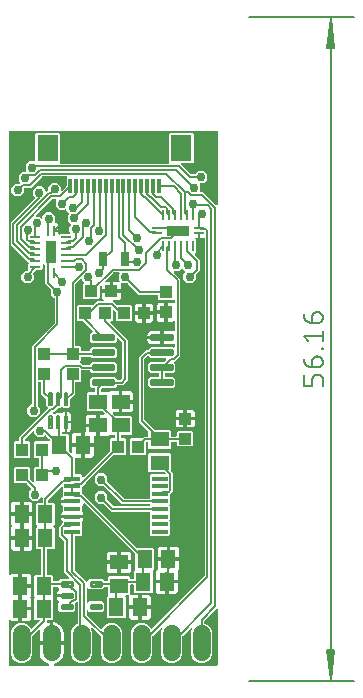
<source format=gbr>
G04 EAGLE Gerber RS-274X export*
G75*
%MOMM*%
%FSLAX34Y34*%
%LPD*%
%INTop Copper*%
%IPPOS*%
%AMOC8*
5,1,8,0,0,1.08239X$1,22.5*%
G01*
%ADD10C,0.130000*%
%ADD11C,0.152400*%
%ADD12R,1.100000X1.000000*%
%ADD13R,1.000000X1.100000*%
%ADD14R,0.800000X1.200000*%
%ADD15C,0.200000*%
%ADD16R,0.900000X0.240000*%
%ADD17R,0.240000X0.900000*%
%ADD18R,1.900000X0.900000*%
%ADD19R,0.900000X1.900000*%
%ADD20R,1.340000X0.440000*%
%ADD21C,0.300000*%
%ADD22C,0.295000*%
%ADD23R,1.300000X1.600000*%
%ADD24R,1.600000X1.300000*%
%ADD25R,0.300000X1.300000*%
%ADD26R,1.800000X2.200000*%
%ADD27C,1.524000*%
%ADD28C,0.756400*%

G36*
X109360Y-224779D02*
X109360Y-224779D01*
X109424Y-224779D01*
X109481Y-224759D01*
X109540Y-224750D01*
X109596Y-224720D01*
X109657Y-224699D01*
X109704Y-224662D01*
X109757Y-224634D01*
X109801Y-224588D01*
X109852Y-224549D01*
X109885Y-224499D01*
X109927Y-224456D01*
X109954Y-224398D01*
X109989Y-224345D01*
X110005Y-224287D01*
X110030Y-224233D01*
X110037Y-224169D01*
X110054Y-224108D01*
X110051Y-224048D01*
X110057Y-223989D01*
X110044Y-223926D01*
X110040Y-223862D01*
X110018Y-223807D01*
X110005Y-223748D01*
X109972Y-223693D01*
X109948Y-223634D01*
X109910Y-223588D01*
X109879Y-223537D01*
X109830Y-223496D01*
X109789Y-223447D01*
X109737Y-223416D01*
X109692Y-223377D01*
X109633Y-223353D01*
X109578Y-223320D01*
X109494Y-223298D01*
X109464Y-223285D01*
X109439Y-223283D01*
X109416Y-223276D01*
X109381Y-223271D01*
X107860Y-222776D01*
X106435Y-222050D01*
X105141Y-221110D01*
X104010Y-219979D01*
X103070Y-218685D01*
X102344Y-217260D01*
X101849Y-215739D01*
X101599Y-214160D01*
X101599Y-207263D01*
X110998Y-207263D01*
X111018Y-207260D01*
X111037Y-207262D01*
X111139Y-207240D01*
X111241Y-207223D01*
X111258Y-207214D01*
X111278Y-207210D01*
X111367Y-207157D01*
X111458Y-207108D01*
X111472Y-207094D01*
X111489Y-207084D01*
X111556Y-207005D01*
X111627Y-206930D01*
X111636Y-206912D01*
X111649Y-206897D01*
X111687Y-206801D01*
X111731Y-206707D01*
X111733Y-206687D01*
X111741Y-206669D01*
X111759Y-206502D01*
X111759Y-205739D01*
X111761Y-205739D01*
X111761Y-206502D01*
X111764Y-206522D01*
X111762Y-206541D01*
X111784Y-206643D01*
X111801Y-206745D01*
X111810Y-206762D01*
X111814Y-206782D01*
X111867Y-206871D01*
X111916Y-206962D01*
X111930Y-206976D01*
X111940Y-206993D01*
X112019Y-207060D01*
X112094Y-207131D01*
X112112Y-207140D01*
X112127Y-207153D01*
X112223Y-207192D01*
X112317Y-207235D01*
X112337Y-207237D01*
X112355Y-207245D01*
X112522Y-207263D01*
X121921Y-207263D01*
X121921Y-214160D01*
X121671Y-215739D01*
X121176Y-217260D01*
X120450Y-218685D01*
X119510Y-219979D01*
X118379Y-221110D01*
X117085Y-222050D01*
X115660Y-222776D01*
X114139Y-223271D01*
X114104Y-223276D01*
X114043Y-223296D01*
X113980Y-223307D01*
X113927Y-223334D01*
X113870Y-223353D01*
X113819Y-223392D01*
X113763Y-223422D01*
X113722Y-223465D01*
X113674Y-223501D01*
X113637Y-223554D01*
X113593Y-223600D01*
X113568Y-223654D01*
X113534Y-223704D01*
X113517Y-223765D01*
X113490Y-223823D01*
X113483Y-223882D01*
X113467Y-223940D01*
X113470Y-224004D01*
X113463Y-224067D01*
X113475Y-224126D01*
X113478Y-224186D01*
X113501Y-224245D01*
X113515Y-224308D01*
X113546Y-224359D01*
X113567Y-224415D01*
X113608Y-224464D01*
X113641Y-224519D01*
X113687Y-224558D01*
X113725Y-224604D01*
X113779Y-224637D01*
X113828Y-224679D01*
X113884Y-224701D01*
X113935Y-224733D01*
X113997Y-224747D01*
X114056Y-224771D01*
X114142Y-224780D01*
X114174Y-224788D01*
X114199Y-224787D01*
X114223Y-224789D01*
X251768Y-224789D01*
X251788Y-224786D01*
X251807Y-224788D01*
X251909Y-224766D01*
X252011Y-224750D01*
X252028Y-224740D01*
X252048Y-224736D01*
X252137Y-224683D01*
X252228Y-224634D01*
X252242Y-224620D01*
X252259Y-224610D01*
X252326Y-224531D01*
X252398Y-224456D01*
X252406Y-224438D01*
X252419Y-224423D01*
X252458Y-224327D01*
X252501Y-224233D01*
X252503Y-224213D01*
X252511Y-224195D01*
X252529Y-224028D01*
X252529Y-177223D01*
X252518Y-177152D01*
X252516Y-177081D01*
X252498Y-177032D01*
X252490Y-176980D01*
X252456Y-176917D01*
X252431Y-176850D01*
X252399Y-176809D01*
X252374Y-176763D01*
X252323Y-176714D01*
X252278Y-176658D01*
X252234Y-176629D01*
X252196Y-176594D01*
X252131Y-176563D01*
X252071Y-176525D01*
X252020Y-176512D01*
X251973Y-176490D01*
X251902Y-176482D01*
X251832Y-176464D01*
X251780Y-176469D01*
X251729Y-176463D01*
X251658Y-176478D01*
X251587Y-176484D01*
X251539Y-176504D01*
X251488Y-176515D01*
X251427Y-176552D01*
X251361Y-176580D01*
X251305Y-176625D01*
X251277Y-176641D01*
X251262Y-176659D01*
X251230Y-176685D01*
X250787Y-177127D01*
X241270Y-186645D01*
X241217Y-186719D01*
X241157Y-186788D01*
X241145Y-186818D01*
X241126Y-186845D01*
X241099Y-186931D01*
X241065Y-187016D01*
X241061Y-187057D01*
X241054Y-187080D01*
X241055Y-187112D01*
X241047Y-187183D01*
X241047Y-188660D01*
X241066Y-188775D01*
X241083Y-188891D01*
X241085Y-188897D01*
X241086Y-188903D01*
X241141Y-189006D01*
X241194Y-189111D01*
X241199Y-189115D01*
X241202Y-189120D01*
X241286Y-189200D01*
X241370Y-189283D01*
X241376Y-189286D01*
X241380Y-189290D01*
X241397Y-189298D01*
X241517Y-189364D01*
X243940Y-190367D01*
X246513Y-192940D01*
X247905Y-196301D01*
X247905Y-215179D01*
X246513Y-218540D01*
X243940Y-221113D01*
X240579Y-222505D01*
X236941Y-222505D01*
X233580Y-221113D01*
X231007Y-218540D01*
X229615Y-215179D01*
X229615Y-196301D01*
X230684Y-193721D01*
X230706Y-193626D01*
X230735Y-193533D01*
X230734Y-193507D01*
X230740Y-193482D01*
X230731Y-193385D01*
X230728Y-193287D01*
X230719Y-193263D01*
X230717Y-193237D01*
X230677Y-193148D01*
X230644Y-193056D01*
X230628Y-193036D01*
X230617Y-193012D01*
X230551Y-192941D01*
X230490Y-192864D01*
X230468Y-192850D01*
X230451Y-192831D01*
X230365Y-192784D01*
X230283Y-192731D01*
X230258Y-192725D01*
X230235Y-192712D01*
X230139Y-192695D01*
X230045Y-192671D01*
X230019Y-192673D01*
X229993Y-192669D01*
X229896Y-192683D01*
X229800Y-192691D01*
X229776Y-192701D01*
X229750Y-192705D01*
X229663Y-192749D01*
X229573Y-192787D01*
X229548Y-192807D01*
X229530Y-192816D01*
X229507Y-192840D01*
X229442Y-192892D01*
X222728Y-199606D01*
X222675Y-199680D01*
X222615Y-199750D01*
X222603Y-199780D01*
X222584Y-199806D01*
X222557Y-199893D01*
X222523Y-199978D01*
X222519Y-200019D01*
X222512Y-200041D01*
X222513Y-200073D01*
X222505Y-200144D01*
X222505Y-215179D01*
X221113Y-218540D01*
X218540Y-221113D01*
X215179Y-222505D01*
X211541Y-222505D01*
X208180Y-221113D01*
X205607Y-218540D01*
X204215Y-215179D01*
X204215Y-196301D01*
X205284Y-193721D01*
X205306Y-193626D01*
X205335Y-193533D01*
X205334Y-193507D01*
X205340Y-193482D01*
X205331Y-193385D01*
X205328Y-193288D01*
X205319Y-193263D01*
X205317Y-193237D01*
X205277Y-193148D01*
X205244Y-193057D01*
X205228Y-193036D01*
X205217Y-193012D01*
X205151Y-192940D01*
X205090Y-192864D01*
X205068Y-192850D01*
X205050Y-192831D01*
X204965Y-192784D01*
X204883Y-192731D01*
X204858Y-192725D01*
X204835Y-192712D01*
X204739Y-192695D01*
X204645Y-192671D01*
X204619Y-192673D01*
X204593Y-192669D01*
X204496Y-192683D01*
X204400Y-192691D01*
X204376Y-192701D01*
X204350Y-192705D01*
X204263Y-192749D01*
X204173Y-192787D01*
X204148Y-192807D01*
X204130Y-192816D01*
X204107Y-192840D01*
X204042Y-192892D01*
X197328Y-199606D01*
X197275Y-199680D01*
X197215Y-199750D01*
X197203Y-199780D01*
X197184Y-199806D01*
X197157Y-199893D01*
X197123Y-199978D01*
X197119Y-200019D01*
X197112Y-200041D01*
X197113Y-200073D01*
X197105Y-200145D01*
X197105Y-215179D01*
X195713Y-218540D01*
X193140Y-221113D01*
X189779Y-222505D01*
X186141Y-222505D01*
X182780Y-221113D01*
X180207Y-218540D01*
X178815Y-215179D01*
X178815Y-196301D01*
X180207Y-192940D01*
X182780Y-190367D01*
X186141Y-188975D01*
X189779Y-188975D01*
X193140Y-190367D01*
X195713Y-192940D01*
X195808Y-193170D01*
X195832Y-193209D01*
X195848Y-193252D01*
X195896Y-193313D01*
X195937Y-193379D01*
X195973Y-193408D01*
X196001Y-193444D01*
X196067Y-193486D01*
X196127Y-193536D01*
X196170Y-193552D01*
X196208Y-193577D01*
X196284Y-193596D01*
X196356Y-193624D01*
X196402Y-193626D01*
X196447Y-193637D01*
X196524Y-193631D01*
X196602Y-193634D01*
X196646Y-193621D01*
X196692Y-193618D01*
X196764Y-193587D01*
X196838Y-193566D01*
X196876Y-193540D01*
X196918Y-193522D01*
X197025Y-193436D01*
X197040Y-193425D01*
X197043Y-193421D01*
X197049Y-193417D01*
X241123Y-149343D01*
X241176Y-149269D01*
X241235Y-149200D01*
X241247Y-149170D01*
X241266Y-149144D01*
X241293Y-149057D01*
X241327Y-148972D01*
X241332Y-148931D01*
X241339Y-148909D01*
X241338Y-148876D01*
X241346Y-148805D01*
X241346Y136559D01*
X241342Y136578D01*
X241345Y136598D01*
X241323Y136700D01*
X241306Y136802D01*
X241297Y136819D01*
X241292Y136839D01*
X241239Y136928D01*
X241191Y137019D01*
X241176Y137033D01*
X241166Y137050D01*
X241087Y137117D01*
X241012Y137188D01*
X240994Y137197D01*
X240979Y137210D01*
X240883Y137248D01*
X240789Y137292D01*
X240770Y137294D01*
X240751Y137302D01*
X240584Y137320D01*
X237608Y137320D01*
X237608Y141060D01*
X237605Y141080D01*
X237607Y141100D01*
X237585Y141201D01*
X237568Y141303D01*
X237559Y141321D01*
X237555Y141340D01*
X237501Y141429D01*
X237453Y141521D01*
X237439Y141534D01*
X237428Y141551D01*
X237350Y141619D01*
X237275Y141690D01*
X237257Y141698D01*
X237241Y141711D01*
X237145Y141750D01*
X237052Y141794D01*
X237032Y141796D01*
X237013Y141803D01*
X236847Y141822D01*
X236846Y141822D01*
X236827Y141819D01*
X236807Y141821D01*
X236706Y141799D01*
X236603Y141782D01*
X236586Y141773D01*
X236566Y141768D01*
X236477Y141715D01*
X236386Y141667D01*
X236372Y141652D01*
X236355Y141642D01*
X236288Y141564D01*
X236217Y141489D01*
X236208Y141470D01*
X236195Y141455D01*
X236157Y141359D01*
X236113Y141265D01*
X236111Y141246D01*
X236103Y141227D01*
X236085Y141060D01*
X236085Y137320D01*
X234281Y137320D01*
X234211Y137308D01*
X234139Y137307D01*
X234090Y137289D01*
X234038Y137280D01*
X233975Y137247D01*
X233908Y137222D01*
X233867Y137190D01*
X233821Y137165D01*
X233772Y137113D01*
X233716Y137068D01*
X233688Y137025D01*
X233652Y136987D01*
X233621Y136922D01*
X233583Y136862D01*
X233570Y136811D01*
X233548Y136764D01*
X233540Y136693D01*
X233523Y136623D01*
X233527Y136571D01*
X233521Y136519D01*
X233536Y136449D01*
X233542Y136378D01*
X233562Y136330D01*
X233573Y136279D01*
X233610Y136217D01*
X233638Y136151D01*
X233683Y136095D01*
X233699Y136068D01*
X233717Y136053D01*
X233743Y136020D01*
X234071Y135692D01*
X234071Y125429D01*
X232963Y124321D01*
X232952Y124305D01*
X232936Y124293D01*
X232880Y124206D01*
X232820Y124122D01*
X232814Y124103D01*
X232803Y124086D01*
X232778Y123985D01*
X232747Y123887D01*
X232748Y123867D01*
X232743Y123847D01*
X232751Y123744D01*
X232754Y123641D01*
X232761Y123622D01*
X232762Y123602D01*
X232803Y123507D01*
X232838Y123410D01*
X232851Y123394D01*
X232859Y123376D01*
X232963Y123245D01*
X237313Y118895D01*
X237313Y109619D01*
X235751Y108057D01*
X235750Y108056D01*
X234130Y106436D01*
X234077Y106362D01*
X234017Y106292D01*
X234005Y106262D01*
X233986Y106236D01*
X233959Y106149D01*
X233925Y106064D01*
X233921Y106023D01*
X233914Y106001D01*
X233915Y105969D01*
X233907Y105898D01*
X233907Y101942D01*
X230798Y98833D01*
X226402Y98833D01*
X223293Y101942D01*
X223293Y106338D01*
X225002Y108047D01*
X225013Y108063D01*
X225029Y108075D01*
X225085Y108163D01*
X225145Y108246D01*
X225151Y108265D01*
X225162Y108282D01*
X225187Y108383D01*
X225218Y108482D01*
X225217Y108501D01*
X225222Y108521D01*
X225214Y108624D01*
X225211Y108727D01*
X225205Y108746D01*
X225203Y108766D01*
X225163Y108861D01*
X225127Y108958D01*
X225114Y108974D01*
X225107Y108992D01*
X225002Y109123D01*
X222911Y111215D01*
X222894Y111226D01*
X222882Y111242D01*
X222795Y111298D01*
X222711Y111358D01*
X222692Y111364D01*
X222675Y111375D01*
X222575Y111400D01*
X222476Y111431D01*
X222456Y111430D01*
X222436Y111435D01*
X222333Y111427D01*
X222230Y111424D01*
X222211Y111417D01*
X222191Y111416D01*
X222096Y111375D01*
X221999Y111340D01*
X221983Y111327D01*
X221965Y111319D01*
X221834Y111215D01*
X219613Y108993D01*
X216118Y108993D01*
X216048Y108982D01*
X215976Y108980D01*
X215927Y108962D01*
X215876Y108954D01*
X215812Y108920D01*
X215745Y108895D01*
X215704Y108863D01*
X215658Y108838D01*
X215609Y108786D01*
X215553Y108742D01*
X215525Y108698D01*
X215489Y108660D01*
X215459Y108595D01*
X215420Y108535D01*
X215407Y108484D01*
X215385Y108437D01*
X215377Y108366D01*
X215360Y108296D01*
X215364Y108244D01*
X215358Y108193D01*
X215373Y108122D01*
X215379Y108051D01*
X215399Y108003D01*
X215410Y107952D01*
X215447Y107891D01*
X215475Y107825D01*
X215520Y107769D01*
X215537Y107741D01*
X215554Y107726D01*
X215580Y107694D01*
X219164Y104110D01*
X220727Y102547D01*
X220727Y37280D01*
X216057Y32610D01*
X216030Y32610D01*
X215959Y32599D01*
X215887Y32597D01*
X215838Y32579D01*
X215787Y32570D01*
X215724Y32537D01*
X215656Y32512D01*
X215616Y32480D01*
X215570Y32455D01*
X215520Y32403D01*
X215464Y32359D01*
X215436Y32315D01*
X215400Y32277D01*
X215370Y32212D01*
X215331Y32152D01*
X215318Y32101D01*
X215297Y32054D01*
X215289Y31983D01*
X215271Y31913D01*
X215275Y31861D01*
X215269Y31809D01*
X215285Y31739D01*
X215290Y31668D01*
X215311Y31620D01*
X215322Y31569D01*
X215358Y31507D01*
X215387Y31442D01*
X215431Y31386D01*
X215448Y31358D01*
X215466Y31343D01*
X215491Y31311D01*
X216566Y30236D01*
X216566Y24730D01*
X214794Y22958D01*
X208240Y22958D01*
X208220Y22955D01*
X208200Y22957D01*
X208099Y22935D01*
X207997Y22918D01*
X207979Y22909D01*
X207960Y22905D01*
X207871Y22852D01*
X207779Y22803D01*
X207766Y22789D01*
X207749Y22779D01*
X207681Y22700D01*
X207610Y22625D01*
X207602Y22607D01*
X207589Y22592D01*
X207550Y22496D01*
X207506Y22402D01*
X207504Y22382D01*
X207497Y22364D01*
X207478Y22197D01*
X207478Y20069D01*
X207481Y20049D01*
X207479Y20029D01*
X207501Y19928D01*
X207518Y19826D01*
X207527Y19809D01*
X207532Y19789D01*
X207585Y19700D01*
X207633Y19609D01*
X207648Y19595D01*
X207658Y19578D01*
X207736Y19511D01*
X207811Y19439D01*
X207829Y19431D01*
X207845Y19418D01*
X207941Y19379D01*
X208035Y19336D01*
X208054Y19334D01*
X208073Y19326D01*
X208240Y19308D01*
X214794Y19308D01*
X216566Y17536D01*
X216566Y12030D01*
X214794Y10258D01*
X195589Y10258D01*
X193817Y12030D01*
X193817Y17536D01*
X195589Y19308D01*
X202144Y19308D01*
X202163Y19311D01*
X202183Y19309D01*
X202284Y19331D01*
X202386Y19347D01*
X202404Y19357D01*
X202423Y19361D01*
X202512Y19414D01*
X202604Y19462D01*
X202617Y19477D01*
X202634Y19487D01*
X202702Y19566D01*
X202773Y19641D01*
X202781Y19659D01*
X202794Y19674D01*
X202833Y19770D01*
X202877Y19864D01*
X202879Y19884D01*
X202886Y19902D01*
X202905Y20069D01*
X202905Y22197D01*
X202902Y22217D01*
X202904Y22236D01*
X202882Y22337D01*
X202865Y22440D01*
X202856Y22457D01*
X202852Y22477D01*
X202798Y22566D01*
X202750Y22657D01*
X202736Y22671D01*
X202725Y22688D01*
X202647Y22755D01*
X202572Y22826D01*
X202554Y22835D01*
X202538Y22848D01*
X202442Y22886D01*
X202349Y22930D01*
X202329Y22932D01*
X202310Y22940D01*
X202144Y22958D01*
X195589Y22958D01*
X193817Y24730D01*
X193817Y30236D01*
X195589Y32008D01*
X206167Y32008D01*
X206257Y32022D01*
X206348Y32029D01*
X206378Y32042D01*
X206410Y32047D01*
X206490Y32090D01*
X206574Y32126D01*
X206607Y32151D01*
X206627Y32162D01*
X206649Y32186D01*
X206705Y32231D01*
X208833Y34359D01*
X208875Y34417D01*
X208925Y34469D01*
X208947Y34516D01*
X208977Y34558D01*
X208998Y34627D01*
X209028Y34692D01*
X209034Y34744D01*
X209049Y34793D01*
X209047Y34865D01*
X209055Y34936D01*
X209044Y34987D01*
X209043Y35039D01*
X209018Y35107D01*
X209003Y35177D01*
X208976Y35221D01*
X208958Y35270D01*
X208914Y35326D01*
X208877Y35388D01*
X208837Y35422D01*
X208805Y35462D01*
X208744Y35501D01*
X208690Y35548D01*
X208642Y35567D01*
X208598Y35595D01*
X208528Y35613D01*
X208462Y35640D01*
X208390Y35648D01*
X208359Y35655D01*
X208336Y35654D01*
X208295Y35658D01*
X195589Y35658D01*
X193979Y37268D01*
X193962Y37280D01*
X193950Y37295D01*
X193863Y37351D01*
X193779Y37412D01*
X193760Y37418D01*
X193743Y37428D01*
X193643Y37454D01*
X193544Y37484D01*
X193524Y37484D01*
X193505Y37488D01*
X193402Y37480D01*
X193298Y37478D01*
X193279Y37471D01*
X193259Y37469D01*
X193165Y37429D01*
X193067Y37393D01*
X193051Y37381D01*
X193033Y37373D01*
X192902Y37268D01*
X190470Y34836D01*
X190417Y34762D01*
X190357Y34692D01*
X190345Y34662D01*
X190326Y34636D01*
X190299Y34549D01*
X190265Y34464D01*
X190261Y34423D01*
X190254Y34401D01*
X190255Y34369D01*
X190247Y34297D01*
X190247Y-16677D01*
X190261Y-16768D01*
X190269Y-16858D01*
X190281Y-16888D01*
X190286Y-16920D01*
X190329Y-17001D01*
X190365Y-17085D01*
X190391Y-17117D01*
X190402Y-17138D01*
X190425Y-17160D01*
X190470Y-17216D01*
X198186Y-24932D01*
X198260Y-24985D01*
X198330Y-25045D01*
X198360Y-25057D01*
X198386Y-25076D01*
X198473Y-25103D01*
X198558Y-25137D01*
X198599Y-25141D01*
X198621Y-25148D01*
X198653Y-25147D01*
X198725Y-25155D01*
X211832Y-25155D01*
X212725Y-26048D01*
X212725Y-30132D01*
X212728Y-30152D01*
X212726Y-30171D01*
X212748Y-30273D01*
X212764Y-30375D01*
X212774Y-30392D01*
X212778Y-30412D01*
X212831Y-30501D01*
X212880Y-30592D01*
X212894Y-30606D01*
X212904Y-30623D01*
X212983Y-30690D01*
X213058Y-30762D01*
X213076Y-30770D01*
X213091Y-30783D01*
X213187Y-30822D01*
X213281Y-30865D01*
X213301Y-30867D01*
X213319Y-30875D01*
X213486Y-30893D01*
X217004Y-30893D01*
X217024Y-30890D01*
X217043Y-30892D01*
X217145Y-30870D01*
X217247Y-30854D01*
X217264Y-30844D01*
X217284Y-30840D01*
X217373Y-30787D01*
X217464Y-30738D01*
X217478Y-30724D01*
X217495Y-30714D01*
X217562Y-30635D01*
X217634Y-30560D01*
X217642Y-30542D01*
X217655Y-30527D01*
X217694Y-30431D01*
X217737Y-30337D01*
X217739Y-30317D01*
X217747Y-30299D01*
X217765Y-30132D01*
X217765Y-26998D01*
X218658Y-26105D01*
X230922Y-26105D01*
X231815Y-26998D01*
X231815Y-38262D01*
X230922Y-39155D01*
X218658Y-39155D01*
X217765Y-38262D01*
X217765Y-36228D01*
X217762Y-36208D01*
X217764Y-36189D01*
X217742Y-36087D01*
X217726Y-35985D01*
X217716Y-35968D01*
X217712Y-35948D01*
X217659Y-35859D01*
X217610Y-35768D01*
X217596Y-35754D01*
X217586Y-35737D01*
X217507Y-35670D01*
X217432Y-35598D01*
X217414Y-35590D01*
X217399Y-35577D01*
X217303Y-35538D01*
X217209Y-35495D01*
X217189Y-35493D01*
X217171Y-35485D01*
X217004Y-35467D01*
X213486Y-35467D01*
X213466Y-35470D01*
X213447Y-35468D01*
X213345Y-35490D01*
X213243Y-35506D01*
X213226Y-35516D01*
X213206Y-35520D01*
X213117Y-35573D01*
X213026Y-35622D01*
X213012Y-35636D01*
X212995Y-35646D01*
X212928Y-35725D01*
X212856Y-35800D01*
X212848Y-35818D01*
X212835Y-35833D01*
X212796Y-35929D01*
X212753Y-36023D01*
X212751Y-36043D01*
X212743Y-36061D01*
X212725Y-36228D01*
X212725Y-40312D01*
X211832Y-41205D01*
X194568Y-41205D01*
X193675Y-40312D01*
X193675Y-36228D01*
X193672Y-36208D01*
X193674Y-36189D01*
X193652Y-36087D01*
X193636Y-35985D01*
X193626Y-35968D01*
X193622Y-35948D01*
X193569Y-35859D01*
X193520Y-35768D01*
X193506Y-35754D01*
X193496Y-35737D01*
X193417Y-35670D01*
X193342Y-35598D01*
X193324Y-35590D01*
X193309Y-35577D01*
X193213Y-35538D01*
X193119Y-35495D01*
X193099Y-35493D01*
X193081Y-35485D01*
X192914Y-35467D01*
X192483Y-35467D01*
X192393Y-35481D01*
X192302Y-35489D01*
X192272Y-35501D01*
X192240Y-35506D01*
X192159Y-35549D01*
X192075Y-35585D01*
X192043Y-35611D01*
X192022Y-35622D01*
X192000Y-35645D01*
X191944Y-35690D01*
X191778Y-35856D01*
X191724Y-35930D01*
X191665Y-36000D01*
X191653Y-36030D01*
X191634Y-36056D01*
X191607Y-36143D01*
X191573Y-36228D01*
X191569Y-36269D01*
X191562Y-36291D01*
X191563Y-36323D01*
X191555Y-36394D01*
X191555Y-45502D01*
X190662Y-46395D01*
X179398Y-46395D01*
X178505Y-45502D01*
X178505Y-33238D01*
X179398Y-32345D01*
X188506Y-32345D01*
X188596Y-32331D01*
X188687Y-32323D01*
X188716Y-32311D01*
X188748Y-32306D01*
X188829Y-32263D01*
X188913Y-32227D01*
X188945Y-32201D01*
X188966Y-32190D01*
X188988Y-32167D01*
X189044Y-32122D01*
X190273Y-30893D01*
X192914Y-30893D01*
X192934Y-30890D01*
X192953Y-30892D01*
X193055Y-30870D01*
X193157Y-30854D01*
X193174Y-30844D01*
X193194Y-30840D01*
X193283Y-30787D01*
X193374Y-30738D01*
X193388Y-30724D01*
X193405Y-30714D01*
X193472Y-30635D01*
X193544Y-30560D01*
X193552Y-30542D01*
X193565Y-30527D01*
X193604Y-30431D01*
X193647Y-30337D01*
X193649Y-30317D01*
X193657Y-30299D01*
X193675Y-30132D01*
X193675Y-27205D01*
X193661Y-27114D01*
X193653Y-27024D01*
X193641Y-26994D01*
X193636Y-26962D01*
X193593Y-26881D01*
X193557Y-26797D01*
X193531Y-26765D01*
X193520Y-26744D01*
X193497Y-26722D01*
X193452Y-26666D01*
X185673Y-18887D01*
X185673Y36507D01*
X191636Y42470D01*
X193056Y42470D01*
X193075Y42473D01*
X193095Y42471D01*
X193196Y42493D01*
X193298Y42509D01*
X193316Y42519D01*
X193335Y42523D01*
X193424Y42576D01*
X193516Y42624D01*
X193529Y42639D01*
X193546Y42649D01*
X193614Y42728D01*
X193685Y42803D01*
X193686Y42805D01*
X195589Y44708D01*
X214794Y44708D01*
X214854Y44648D01*
X214912Y44606D01*
X214964Y44557D01*
X215011Y44535D01*
X215053Y44505D01*
X215122Y44484D01*
X215187Y44453D01*
X215239Y44448D01*
X215289Y44432D01*
X215360Y44434D01*
X215431Y44426D01*
X215482Y44437D01*
X215534Y44439D01*
X215602Y44463D01*
X215672Y44479D01*
X215717Y44505D01*
X215765Y44523D01*
X215821Y44568D01*
X215883Y44605D01*
X215917Y44644D01*
X215957Y44677D01*
X215996Y44737D01*
X216043Y44792D01*
X216062Y44840D01*
X216090Y44884D01*
X216108Y44953D01*
X216135Y45020D01*
X216143Y45091D01*
X216151Y45122D01*
X216149Y45146D01*
X216153Y45187D01*
X216153Y46907D01*
X216134Y47024D01*
X216116Y47142D01*
X216114Y47146D01*
X216114Y47150D01*
X216058Y47254D01*
X216003Y47361D01*
X216000Y47364D01*
X215998Y47367D01*
X215913Y47449D01*
X215827Y47532D01*
X215823Y47534D01*
X215820Y47537D01*
X215713Y47587D01*
X215605Y47638D01*
X215601Y47639D01*
X215597Y47640D01*
X215481Y47653D01*
X215361Y47668D01*
X215356Y47667D01*
X215353Y47668D01*
X215339Y47665D01*
X215195Y47643D01*
X214073Y47342D01*
X206691Y47342D01*
X206691Y52145D01*
X206688Y52164D01*
X206690Y52184D01*
X206668Y52285D01*
X206651Y52387D01*
X206642Y52405D01*
X206638Y52424D01*
X206584Y52513D01*
X206536Y52605D01*
X206522Y52618D01*
X206511Y52636D01*
X206433Y52703D01*
X206358Y52774D01*
X206340Y52783D01*
X206324Y52795D01*
X206228Y52834D01*
X206135Y52878D01*
X206115Y52880D01*
X206097Y52887D01*
X206172Y52900D01*
X206190Y52909D01*
X206209Y52913D01*
X206298Y52966D01*
X206390Y53015D01*
X206403Y53029D01*
X206420Y53039D01*
X206488Y53118D01*
X206559Y53193D01*
X206567Y53211D01*
X206580Y53226D01*
X206619Y53322D01*
X206663Y53416D01*
X206665Y53436D01*
X206672Y53454D01*
X206691Y53621D01*
X206691Y58424D01*
X214073Y58424D01*
X215195Y58123D01*
X215314Y58111D01*
X215431Y58098D01*
X215436Y58099D01*
X215440Y58099D01*
X215555Y58125D01*
X215672Y58150D01*
X215675Y58153D01*
X215679Y58153D01*
X215781Y58215D01*
X215883Y58277D01*
X215886Y58280D01*
X215889Y58282D01*
X215965Y58373D01*
X216043Y58463D01*
X216044Y58467D01*
X216047Y58471D01*
X216089Y58578D01*
X216135Y58692D01*
X216135Y58697D01*
X216137Y58700D01*
X216137Y58713D01*
X216153Y58858D01*
X216153Y65968D01*
X216138Y66062D01*
X216129Y66157D01*
X216118Y66183D01*
X216114Y66211D01*
X216069Y66295D01*
X216031Y66382D01*
X216012Y66403D01*
X215998Y66428D01*
X215929Y66494D01*
X215865Y66564D01*
X215841Y66578D01*
X215820Y66598D01*
X215734Y66638D01*
X215650Y66684D01*
X215623Y66689D01*
X215597Y66701D01*
X215502Y66712D01*
X215409Y66729D01*
X215381Y66725D01*
X215353Y66728D01*
X215259Y66708D01*
X215165Y66695D01*
X215133Y66680D01*
X215112Y66676D01*
X215084Y66659D01*
X215011Y66627D01*
X214769Y66487D01*
X214123Y66314D01*
X210311Y66314D01*
X210311Y73593D01*
X210308Y73612D01*
X210310Y73632D01*
X210288Y73733D01*
X210271Y73835D01*
X210262Y73853D01*
X210258Y73873D01*
X210205Y73962D01*
X210156Y74053D01*
X210142Y74067D01*
X210132Y74084D01*
X210053Y74151D01*
X209978Y74222D01*
X209960Y74231D01*
X209945Y74244D01*
X209849Y74282D01*
X209755Y74326D01*
X209735Y74328D01*
X209717Y74335D01*
X209550Y74354D01*
X208787Y74354D01*
X208787Y74356D01*
X209550Y74356D01*
X209570Y74359D01*
X209589Y74357D01*
X209691Y74379D01*
X209793Y74395D01*
X209810Y74405D01*
X209830Y74409D01*
X209919Y74462D01*
X210010Y74510D01*
X210024Y74525D01*
X210041Y74535D01*
X210108Y74614D01*
X210179Y74689D01*
X210188Y74707D01*
X210201Y74722D01*
X210240Y74818D01*
X210283Y74912D01*
X210285Y74932D01*
X210293Y74950D01*
X210311Y75117D01*
X210311Y82396D01*
X214123Y82396D01*
X214769Y82222D01*
X215011Y82082D01*
X215100Y82049D01*
X215187Y82008D01*
X215215Y82005D01*
X215241Y81995D01*
X215337Y81992D01*
X215431Y81981D01*
X215459Y81987D01*
X215487Y81986D01*
X215579Y82013D01*
X215672Y82034D01*
X215696Y82048D01*
X215723Y82056D01*
X215801Y82111D01*
X215883Y82160D01*
X215901Y82181D01*
X215924Y82197D01*
X215981Y82274D01*
X216043Y82347D01*
X216053Y82373D01*
X216070Y82396D01*
X216099Y82486D01*
X216125Y82550D01*
X216125Y82551D01*
X216135Y82575D01*
X216139Y82610D01*
X216145Y82630D01*
X216145Y82663D01*
X216153Y82742D01*
X216153Y84226D01*
X216142Y84297D01*
X216140Y84368D01*
X216122Y84417D01*
X216114Y84469D01*
X216080Y84532D01*
X216055Y84599D01*
X216023Y84640D01*
X215998Y84686D01*
X215947Y84735D01*
X215902Y84791D01*
X215858Y84820D01*
X215820Y84855D01*
X215755Y84886D01*
X215695Y84924D01*
X215644Y84937D01*
X215597Y84959D01*
X215526Y84967D01*
X215456Y84984D01*
X215404Y84980D01*
X215353Y84986D01*
X215282Y84971D01*
X215211Y84965D01*
X215163Y84945D01*
X215112Y84934D01*
X215051Y84897D01*
X214985Y84869D01*
X214929Y84824D01*
X214901Y84808D01*
X214886Y84790D01*
X214854Y84764D01*
X214420Y84330D01*
X203156Y84330D01*
X202263Y85223D01*
X202263Y88307D01*
X202260Y88327D01*
X202262Y88346D01*
X202240Y88448D01*
X202224Y88550D01*
X202214Y88567D01*
X202210Y88587D01*
X202157Y88676D01*
X202108Y88767D01*
X202094Y88781D01*
X202084Y88798D01*
X202005Y88865D01*
X201930Y88936D01*
X201912Y88945D01*
X201897Y88958D01*
X201801Y88996D01*
X201707Y89040D01*
X201687Y89042D01*
X201669Y89050D01*
X201502Y89068D01*
X185828Y89068D01*
X176286Y98610D01*
X176212Y98663D01*
X176142Y98723D01*
X176112Y98735D01*
X176086Y98754D01*
X175999Y98781D01*
X175914Y98815D01*
X175873Y98819D01*
X175851Y98826D01*
X175819Y98825D01*
X175747Y98833D01*
X171792Y98833D01*
X171537Y99088D01*
X171498Y99116D01*
X171465Y99152D01*
X171399Y99188D01*
X171337Y99232D01*
X171291Y99246D01*
X171249Y99269D01*
X171174Y99282D01*
X171102Y99304D01*
X171054Y99303D01*
X171007Y99311D01*
X170932Y99300D01*
X170856Y99298D01*
X170811Y99281D01*
X170764Y99274D01*
X170696Y99240D01*
X170625Y99213D01*
X170588Y99184D01*
X170545Y99162D01*
X170492Y99107D01*
X170433Y99060D01*
X170407Y99019D01*
X170374Y98985D01*
X170341Y98917D01*
X170300Y98853D01*
X170288Y98806D01*
X170268Y98763D01*
X170258Y98688D01*
X170240Y98614D01*
X170244Y98567D01*
X170238Y98519D01*
X170257Y98392D01*
X170259Y98369D01*
X170262Y98363D01*
X170263Y98353D01*
X170414Y97790D01*
X170414Y93979D01*
X163896Y93979D01*
X163896Y99997D01*
X168208Y99997D01*
X168770Y99846D01*
X168818Y99841D01*
X168864Y99827D01*
X168940Y99829D01*
X169015Y99822D01*
X169062Y99832D01*
X169110Y99833D01*
X169181Y99860D01*
X169255Y99876D01*
X169296Y99901D01*
X169341Y99918D01*
X169400Y99965D01*
X169465Y100005D01*
X169495Y100042D01*
X169533Y100072D01*
X169574Y100135D01*
X169622Y100194D01*
X169640Y100238D01*
X169666Y100279D01*
X169684Y100352D01*
X169712Y100423D01*
X169714Y100471D01*
X169726Y100517D01*
X169720Y100593D01*
X169724Y100668D01*
X169710Y100714D01*
X169707Y100762D01*
X169677Y100832D01*
X169656Y100905D01*
X169629Y100944D01*
X169610Y100989D01*
X169530Y101089D01*
X169517Y101108D01*
X169512Y101112D01*
X169506Y101120D01*
X168683Y101942D01*
X168683Y106338D01*
X169249Y106904D01*
X169291Y106962D01*
X169340Y107014D01*
X169362Y107061D01*
X169392Y107103D01*
X169414Y107172D01*
X169444Y107237D01*
X169449Y107289D01*
X169465Y107339D01*
X169463Y107410D01*
X169471Y107481D01*
X169460Y107532D01*
X169458Y107584D01*
X169434Y107652D01*
X169419Y107722D01*
X169392Y107767D01*
X169374Y107815D01*
X169329Y107871D01*
X169292Y107933D01*
X169253Y107967D01*
X169220Y108007D01*
X169160Y108046D01*
X169105Y108093D01*
X169057Y108112D01*
X169013Y108140D01*
X168944Y108158D01*
X168877Y108185D01*
X168806Y108193D01*
X168775Y108201D01*
X168752Y108199D01*
X168711Y108203D01*
X164670Y108203D01*
X164580Y108189D01*
X164489Y108181D01*
X164459Y108169D01*
X164427Y108164D01*
X164346Y108121D01*
X164262Y108085D01*
X164230Y108059D01*
X164210Y108048D01*
X164187Y108025D01*
X164131Y107980D01*
X157447Y101296D01*
X157406Y101238D01*
X157356Y101186D01*
X157334Y101139D01*
X157304Y101097D01*
X157283Y101028D01*
X157253Y100963D01*
X157247Y100911D01*
X157231Y100861D01*
X157233Y100790D01*
X157225Y100719D01*
X157236Y100668D01*
X157238Y100616D01*
X157262Y100548D01*
X157278Y100478D01*
X157304Y100433D01*
X157322Y100385D01*
X157367Y100329D01*
X157404Y100267D01*
X157443Y100233D01*
X157476Y100193D01*
X157536Y100154D01*
X157591Y100107D01*
X157639Y100088D01*
X157683Y100060D01*
X157752Y100042D01*
X157819Y100015D01*
X157890Y100007D01*
X157921Y99999D01*
X157945Y100001D01*
X157986Y99997D01*
X160850Y99997D01*
X160850Y93979D01*
X154332Y93979D01*
X154332Y96344D01*
X154321Y96414D01*
X154319Y96486D01*
X154301Y96535D01*
X154293Y96586D01*
X154259Y96650D01*
X154235Y96717D01*
X154202Y96758D01*
X154178Y96804D01*
X154126Y96853D01*
X154081Y96909D01*
X154037Y96937D01*
X153999Y96973D01*
X153934Y97003D01*
X153874Y97042D01*
X153823Y97055D01*
X153776Y97077D01*
X153705Y97085D01*
X153635Y97102D01*
X153583Y97098D01*
X153532Y97104D01*
X153462Y97089D01*
X153390Y97083D01*
X153342Y97063D01*
X153291Y97052D01*
X153230Y97015D01*
X153164Y96987D01*
X153108Y96942D01*
X153080Y96925D01*
X153065Y96908D01*
X153033Y96882D01*
X152621Y96470D01*
X152568Y96396D01*
X152508Y96326D01*
X152496Y96296D01*
X152477Y96270D01*
X152451Y96183D01*
X152416Y96098D01*
X152412Y96057D01*
X152405Y96035D01*
X152406Y96003D01*
X152398Y95931D01*
X152398Y86824D01*
X151505Y85931D01*
X139242Y85931D01*
X138348Y86824D01*
X138348Y98088D01*
X139083Y98822D01*
X139095Y98838D01*
X139110Y98851D01*
X139166Y98938D01*
X139227Y99022D01*
X139232Y99041D01*
X139243Y99058D01*
X139269Y99158D01*
X139299Y99257D01*
X139298Y99277D01*
X139303Y99296D01*
X139295Y99399D01*
X139293Y99503D01*
X139286Y99522D01*
X139284Y99541D01*
X139244Y99636D01*
X139208Y99734D01*
X139196Y99750D01*
X139188Y99768D01*
X139083Y99899D01*
X137313Y101669D01*
X137313Y102070D01*
X137302Y102141D01*
X137300Y102212D01*
X137282Y102261D01*
X137273Y102313D01*
X137240Y102376D01*
X137215Y102443D01*
X137183Y102484D01*
X137158Y102530D01*
X137106Y102579D01*
X137062Y102635D01*
X137018Y102664D01*
X136980Y102699D01*
X136915Y102730D01*
X136855Y102768D01*
X136804Y102781D01*
X136757Y102803D01*
X136686Y102811D01*
X136616Y102828D01*
X136564Y102824D01*
X136512Y102830D01*
X136442Y102815D01*
X136371Y102809D01*
X136323Y102789D01*
X136272Y102778D01*
X136210Y102741D01*
X136145Y102713D01*
X136089Y102668D01*
X136061Y102652D01*
X136046Y102634D01*
X136014Y102608D01*
X132050Y98644D01*
X131997Y98570D01*
X131937Y98501D01*
X131925Y98471D01*
X131906Y98445D01*
X131879Y98357D01*
X131845Y98273D01*
X131841Y98232D01*
X131834Y98209D01*
X131835Y98177D01*
X131827Y98106D01*
X131827Y46266D01*
X131830Y46246D01*
X131828Y46227D01*
X131850Y46125D01*
X131866Y46023D01*
X131876Y46006D01*
X131880Y45986D01*
X131933Y45897D01*
X131982Y45806D01*
X131996Y45792D01*
X132006Y45775D01*
X132085Y45708D01*
X132160Y45636D01*
X132178Y45628D01*
X132193Y45615D01*
X132289Y45576D01*
X132383Y45533D01*
X132403Y45531D01*
X132421Y45523D01*
X132588Y45505D01*
X135672Y45505D01*
X136565Y44612D01*
X136565Y42028D01*
X136568Y42008D01*
X136566Y41989D01*
X136588Y41887D01*
X136604Y41785D01*
X136614Y41768D01*
X136618Y41748D01*
X136671Y41659D01*
X136720Y41568D01*
X136734Y41554D01*
X136744Y41537D01*
X136823Y41470D01*
X136898Y41398D01*
X136916Y41390D01*
X136931Y41377D01*
X137027Y41338D01*
X137121Y41295D01*
X137141Y41293D01*
X137159Y41285D01*
X137326Y41267D01*
X143556Y41267D01*
X143575Y41270D01*
X143595Y41268D01*
X143696Y41290D01*
X143798Y41306D01*
X143816Y41316D01*
X143835Y41320D01*
X143924Y41373D01*
X144016Y41422D01*
X144029Y41436D01*
X144046Y41446D01*
X144114Y41525D01*
X144185Y41600D01*
X144193Y41618D01*
X144206Y41633D01*
X144245Y41729D01*
X144289Y41823D01*
X144291Y41843D01*
X144298Y41861D01*
X144317Y42028D01*
X144317Y42936D01*
X146089Y44708D01*
X165294Y44708D01*
X167066Y42936D01*
X167066Y37430D01*
X165294Y35658D01*
X146089Y35658D01*
X145276Y36470D01*
X145203Y36523D01*
X145133Y36583D01*
X145103Y36595D01*
X145077Y36614D01*
X144990Y36641D01*
X144905Y36675D01*
X144864Y36679D01*
X144842Y36686D01*
X144809Y36685D01*
X144738Y36693D01*
X137326Y36693D01*
X137306Y36690D01*
X137287Y36692D01*
X137185Y36670D01*
X137083Y36654D01*
X137066Y36644D01*
X137046Y36640D01*
X136957Y36587D01*
X136866Y36538D01*
X136852Y36524D01*
X136835Y36514D01*
X136768Y36435D01*
X136696Y36360D01*
X136688Y36342D01*
X136675Y36327D01*
X136636Y36231D01*
X136593Y36137D01*
X136591Y36117D01*
X136583Y36099D01*
X136565Y35932D01*
X136565Y33348D01*
X136069Y32852D01*
X136027Y32794D01*
X135977Y32742D01*
X135955Y32695D01*
X135925Y32653D01*
X135904Y32584D01*
X135874Y32519D01*
X135868Y32467D01*
X135853Y32417D01*
X135855Y32346D01*
X135847Y32275D01*
X135858Y32224D01*
X135859Y32172D01*
X135884Y32104D01*
X135899Y32034D01*
X135926Y31989D01*
X135943Y31941D01*
X135988Y31885D01*
X136025Y31823D01*
X136065Y31789D01*
X136097Y31749D01*
X136157Y31710D01*
X136212Y31663D01*
X136260Y31644D01*
X136304Y31616D01*
X136374Y31598D01*
X136440Y31571D01*
X136511Y31563D01*
X136543Y31555D01*
X136566Y31557D01*
X136607Y31553D01*
X136934Y31553D01*
X138494Y29993D01*
X138568Y29939D01*
X138638Y29880D01*
X138668Y29868D01*
X138694Y29849D01*
X138781Y29822D01*
X138866Y29788D01*
X138907Y29784D01*
X138929Y29777D01*
X138961Y29777D01*
X139033Y29770D01*
X143556Y29770D01*
X143575Y29773D01*
X143595Y29771D01*
X143696Y29793D01*
X143798Y29809D01*
X143816Y29819D01*
X143835Y29823D01*
X143924Y29876D01*
X144016Y29924D01*
X144029Y29939D01*
X144046Y29949D01*
X144114Y30028D01*
X144185Y30103D01*
X144186Y30105D01*
X146089Y32008D01*
X165294Y32008D01*
X167066Y30236D01*
X167066Y24730D01*
X165294Y22958D01*
X146089Y22958D01*
X144173Y24873D01*
X144162Y24895D01*
X144148Y24909D01*
X144137Y24926D01*
X144059Y24993D01*
X143984Y25064D01*
X143966Y25073D01*
X143950Y25086D01*
X143854Y25124D01*
X143761Y25168D01*
X143741Y25170D01*
X143722Y25178D01*
X143556Y25196D01*
X137326Y25196D01*
X137306Y25193D01*
X137287Y25195D01*
X137185Y25173D01*
X137083Y25156D01*
X137066Y25147D01*
X137046Y25143D01*
X136957Y25090D01*
X136866Y25041D01*
X136852Y25027D01*
X136835Y25017D01*
X136768Y24938D01*
X136696Y24863D01*
X136688Y24845D01*
X136675Y24830D01*
X136636Y24734D01*
X136593Y24640D01*
X136591Y24620D01*
X136583Y24602D01*
X136565Y24435D01*
X136565Y16348D01*
X135672Y15455D01*
X132588Y15455D01*
X132568Y15452D01*
X132549Y15454D01*
X132447Y15432D01*
X132345Y15416D01*
X132328Y15406D01*
X132308Y15402D01*
X132219Y15349D01*
X132128Y15300D01*
X132114Y15286D01*
X132097Y15276D01*
X132030Y15197D01*
X131958Y15122D01*
X131950Y15104D01*
X131937Y15089D01*
X131898Y14993D01*
X131855Y14899D01*
X131853Y14879D01*
X131845Y14861D01*
X131827Y14694D01*
X131827Y5455D01*
X127697Y1325D01*
X127644Y1251D01*
X127585Y1182D01*
X127573Y1152D01*
X127554Y1126D01*
X127527Y1039D01*
X127493Y954D01*
X127488Y913D01*
X127481Y891D01*
X127482Y858D01*
X127474Y787D01*
X127474Y-5184D01*
X125995Y-6663D01*
X121904Y-6663D01*
X121238Y-5997D01*
X121222Y-5986D01*
X121209Y-5970D01*
X121122Y-5914D01*
X121038Y-5854D01*
X121019Y-5848D01*
X121002Y-5837D01*
X120902Y-5812D01*
X120803Y-5781D01*
X120783Y-5782D01*
X120764Y-5777D01*
X120661Y-5785D01*
X120557Y-5788D01*
X120538Y-5795D01*
X120519Y-5796D01*
X120424Y-5836D01*
X120326Y-5872D01*
X120311Y-5885D01*
X120292Y-5892D01*
X120161Y-5997D01*
X119495Y-6663D01*
X117621Y-6663D01*
X117531Y-6678D01*
X117440Y-6685D01*
X117410Y-6698D01*
X117378Y-6703D01*
X117298Y-6746D01*
X117214Y-6781D01*
X117182Y-6807D01*
X117161Y-6818D01*
X117139Y-6841D01*
X117083Y-6886D01*
X114258Y-9711D01*
X113631Y-9711D01*
X113560Y-9723D01*
X113488Y-9725D01*
X113439Y-9742D01*
X113388Y-9751D01*
X113325Y-9784D01*
X113257Y-9809D01*
X113216Y-9842D01*
X113170Y-9866D01*
X113121Y-9918D01*
X113065Y-9963D01*
X113037Y-10007D01*
X113001Y-10044D01*
X112971Y-10109D01*
X112932Y-10170D01*
X112919Y-10220D01*
X112897Y-10267D01*
X112890Y-10339D01*
X112872Y-10408D01*
X112876Y-10460D01*
X112870Y-10512D01*
X112886Y-10582D01*
X112891Y-10653D01*
X112912Y-10701D01*
X112923Y-10752D01*
X112959Y-10814D01*
X112988Y-10880D01*
X113032Y-10936D01*
X113049Y-10963D01*
X113067Y-10979D01*
X113092Y-11011D01*
X113661Y-11580D01*
X113677Y-11591D01*
X113690Y-11607D01*
X113777Y-11663D01*
X113861Y-11723D01*
X113880Y-11729D01*
X113897Y-11740D01*
X113997Y-11765D01*
X114096Y-11796D01*
X114116Y-11795D01*
X114135Y-11800D01*
X114238Y-11792D01*
X114342Y-11789D01*
X114361Y-11782D01*
X114381Y-11781D01*
X114475Y-11740D01*
X114573Y-11705D01*
X114589Y-11692D01*
X114607Y-11684D01*
X114738Y-11580D01*
X115404Y-10914D01*
X119511Y-10914D01*
X119559Y-10944D01*
X119643Y-11005D01*
X119662Y-11011D01*
X119678Y-11021D01*
X119779Y-11047D01*
X119878Y-11077D01*
X119898Y-11077D01*
X119917Y-11081D01*
X120020Y-11073D01*
X120124Y-11071D01*
X120142Y-11064D01*
X120162Y-11062D01*
X120257Y-11022D01*
X120355Y-10986D01*
X120370Y-10974D01*
X120389Y-10966D01*
X120519Y-10861D01*
X120775Y-10605D01*
X121583Y-10139D01*
X122483Y-9898D01*
X122950Y-9898D01*
X122950Y-18150D01*
X122954Y-18170D01*
X122951Y-18190D01*
X122973Y-18291D01*
X122990Y-18393D01*
X122991Y-18395D01*
X122978Y-18422D01*
X122976Y-18441D01*
X122969Y-18460D01*
X122950Y-18627D01*
X122950Y-26879D01*
X122483Y-26879D01*
X121515Y-26620D01*
X121396Y-26608D01*
X121279Y-26595D01*
X121274Y-26596D01*
X121270Y-26595D01*
X121155Y-26621D01*
X121038Y-26647D01*
X121035Y-26649D01*
X121031Y-26650D01*
X120929Y-26712D01*
X120827Y-26773D01*
X120824Y-26776D01*
X120821Y-26778D01*
X120745Y-26869D01*
X120667Y-26960D01*
X120666Y-26964D01*
X120663Y-26967D01*
X120620Y-27076D01*
X120575Y-27188D01*
X120575Y-27193D01*
X120573Y-27196D01*
X120573Y-27210D01*
X120557Y-27355D01*
X120557Y-27814D01*
X120560Y-27834D01*
X120558Y-27853D01*
X120580Y-27955D01*
X120596Y-28057D01*
X120606Y-28074D01*
X120610Y-28094D01*
X120663Y-28183D01*
X120712Y-28274D01*
X120726Y-28288D01*
X120736Y-28305D01*
X120815Y-28372D01*
X120890Y-28444D01*
X120908Y-28452D01*
X120923Y-28465D01*
X121019Y-28504D01*
X121113Y-28547D01*
X121133Y-28549D01*
X121151Y-28557D01*
X121318Y-28575D01*
X125402Y-28575D01*
X126295Y-29468D01*
X126295Y-42576D01*
X126309Y-42666D01*
X126317Y-42757D01*
X126329Y-42786D01*
X126334Y-42818D01*
X126377Y-42899D01*
X126413Y-42983D01*
X126439Y-43015D01*
X126450Y-43036D01*
X126473Y-43058D01*
X126518Y-43114D01*
X127930Y-44526D01*
X127988Y-44568D01*
X128040Y-44617D01*
X128087Y-44639D01*
X128129Y-44669D01*
X128198Y-44690D01*
X128263Y-44721D01*
X128315Y-44726D01*
X128365Y-44742D01*
X128436Y-44740D01*
X128507Y-44748D01*
X128558Y-44737D01*
X128610Y-44735D01*
X128678Y-44711D01*
X128748Y-44696D01*
X128792Y-44669D01*
X128841Y-44651D01*
X128897Y-44606D01*
X128959Y-44569D01*
X128993Y-44530D01*
X129033Y-44497D01*
X129072Y-44437D01*
X129119Y-44382D01*
X129138Y-44334D01*
X129166Y-44290D01*
X129184Y-44221D01*
X129211Y-44154D01*
X129219Y-44083D01*
X129227Y-44052D01*
X129225Y-44028D01*
X129229Y-43988D01*
X129229Y-39623D01*
X136747Y-39623D01*
X136747Y-48641D01*
X132469Y-48641D01*
X132449Y-48644D01*
X132429Y-48642D01*
X132328Y-48664D01*
X132226Y-48680D01*
X132208Y-48690D01*
X132189Y-48694D01*
X132100Y-48747D01*
X132009Y-48796D01*
X131995Y-48810D01*
X131978Y-48820D01*
X131910Y-48899D01*
X131839Y-48974D01*
X131831Y-48992D01*
X131818Y-49007D01*
X131779Y-49103D01*
X131736Y-49197D01*
X131733Y-49217D01*
X131726Y-49235D01*
X131708Y-49402D01*
X131708Y-62116D01*
X131711Y-62135D01*
X131709Y-62155D01*
X131731Y-62256D01*
X131747Y-62358D01*
X131757Y-62376D01*
X131761Y-62395D01*
X131814Y-62484D01*
X131862Y-62576D01*
X131877Y-62589D01*
X131887Y-62607D01*
X131966Y-62674D01*
X132041Y-62745D01*
X132059Y-62753D01*
X132074Y-62766D01*
X132170Y-62805D01*
X132264Y-62849D01*
X132284Y-62851D01*
X132302Y-62858D01*
X132469Y-62877D01*
X136752Y-62877D01*
X137646Y-63770D01*
X137646Y-64683D01*
X137657Y-64753D01*
X137659Y-64825D01*
X137677Y-64874D01*
X137685Y-64926D01*
X137719Y-64989D01*
X137743Y-65056D01*
X137776Y-65097D01*
X137800Y-65143D01*
X137852Y-65192D01*
X137897Y-65248D01*
X137941Y-65276D01*
X137979Y-65312D01*
X138044Y-65342D01*
X138104Y-65381D01*
X138155Y-65394D01*
X138202Y-65416D01*
X138273Y-65424D01*
X138343Y-65441D01*
X138394Y-65437D01*
X138446Y-65443D01*
X138516Y-65428D01*
X138588Y-65422D01*
X138636Y-65402D01*
X138687Y-65391D01*
X138748Y-65354D01*
X138814Y-65326D01*
X138870Y-65281D01*
X138898Y-65265D01*
X138913Y-65247D01*
X138945Y-65221D01*
X161282Y-42884D01*
X161335Y-42810D01*
X161395Y-42740D01*
X161407Y-42710D01*
X161426Y-42684D01*
X161453Y-42597D01*
X161487Y-42512D01*
X161491Y-42471D01*
X161498Y-42449D01*
X161497Y-42417D01*
X161505Y-42345D01*
X161505Y-33238D01*
X162398Y-32345D01*
X164982Y-32345D01*
X165002Y-32342D01*
X165021Y-32344D01*
X165123Y-32322D01*
X165225Y-32306D01*
X165242Y-32296D01*
X165262Y-32292D01*
X165351Y-32239D01*
X165442Y-32190D01*
X165456Y-32176D01*
X165473Y-32166D01*
X165540Y-32087D01*
X165612Y-32012D01*
X165620Y-31994D01*
X165633Y-31979D01*
X165672Y-31883D01*
X165715Y-31789D01*
X165717Y-31769D01*
X165725Y-31751D01*
X165743Y-31584D01*
X165743Y-30216D01*
X165740Y-30196D01*
X165742Y-30177D01*
X165720Y-30075D01*
X165704Y-29973D01*
X165694Y-29956D01*
X165690Y-29936D01*
X165637Y-29847D01*
X165588Y-29756D01*
X165574Y-29742D01*
X165564Y-29725D01*
X165485Y-29658D01*
X165410Y-29586D01*
X165392Y-29578D01*
X165377Y-29565D01*
X165281Y-29526D01*
X165187Y-29483D01*
X165167Y-29481D01*
X165149Y-29473D01*
X164982Y-29455D01*
X161514Y-29455D01*
X161424Y-29469D01*
X161333Y-29477D01*
X161303Y-29489D01*
X161271Y-29494D01*
X161190Y-29537D01*
X161106Y-29573D01*
X161074Y-29599D01*
X161054Y-29610D01*
X161031Y-29633D01*
X160975Y-29678D01*
X160690Y-29963D01*
X160111Y-30298D01*
X159464Y-30471D01*
X152653Y-30471D01*
X152653Y-22192D01*
X152650Y-22172D01*
X152652Y-22153D01*
X152630Y-22051D01*
X152613Y-21949D01*
X152604Y-21932D01*
X152600Y-21912D01*
X152547Y-21823D01*
X152498Y-21732D01*
X152484Y-21718D01*
X152474Y-21701D01*
X152395Y-21634D01*
X152320Y-21563D01*
X152302Y-21554D01*
X152287Y-21541D01*
X152191Y-21502D01*
X152097Y-21459D01*
X152077Y-21457D01*
X152059Y-21449D01*
X151892Y-21431D01*
X151129Y-21431D01*
X151129Y-21429D01*
X151892Y-21429D01*
X151912Y-21426D01*
X151931Y-21428D01*
X152033Y-21406D01*
X152135Y-21389D01*
X152152Y-21380D01*
X152172Y-21376D01*
X152261Y-21323D01*
X152352Y-21274D01*
X152366Y-21260D01*
X152383Y-21250D01*
X152450Y-21171D01*
X152521Y-21096D01*
X152530Y-21078D01*
X152543Y-21063D01*
X152582Y-20967D01*
X152625Y-20873D01*
X152627Y-20853D01*
X152635Y-20835D01*
X152653Y-20668D01*
X152653Y-12389D01*
X156068Y-12389D01*
X156138Y-12378D01*
X156210Y-12376D01*
X156259Y-12358D01*
X156310Y-12350D01*
X156374Y-12316D01*
X156441Y-12291D01*
X156482Y-12259D01*
X156528Y-12234D01*
X156577Y-12182D01*
X156633Y-12138D01*
X156661Y-12094D01*
X156697Y-12056D01*
X156727Y-11991D01*
X156766Y-11931D01*
X156779Y-11880D01*
X156801Y-11833D01*
X156809Y-11762D01*
X156826Y-11692D01*
X156822Y-11640D01*
X156828Y-11589D01*
X156813Y-11518D01*
X156807Y-11447D01*
X156787Y-11399D01*
X156776Y-11348D01*
X156739Y-11287D01*
X156711Y-11221D01*
X156666Y-11165D01*
X156649Y-11137D01*
X156632Y-11122D01*
X156606Y-11090D01*
X155194Y-9678D01*
X155120Y-9625D01*
X155050Y-9565D01*
X155020Y-9553D01*
X154994Y-9534D01*
X154907Y-9507D01*
X154822Y-9473D01*
X154781Y-9469D01*
X154759Y-9462D01*
X154727Y-9463D01*
X154655Y-9455D01*
X142498Y-9455D01*
X141605Y-8562D01*
X141605Y5702D01*
X142498Y6595D01*
X148082Y6595D01*
X148102Y6598D01*
X148121Y6596D01*
X148223Y6618D01*
X148325Y6634D01*
X148342Y6644D01*
X148362Y6648D01*
X148451Y6701D01*
X148542Y6750D01*
X148556Y6764D01*
X148573Y6774D01*
X148640Y6853D01*
X148712Y6928D01*
X148720Y6946D01*
X148733Y6961D01*
X148772Y7057D01*
X148815Y7151D01*
X148817Y7171D01*
X148825Y7189D01*
X148843Y7356D01*
X148843Y9497D01*
X148840Y9517D01*
X148842Y9536D01*
X148820Y9638D01*
X148804Y9740D01*
X148794Y9757D01*
X148790Y9777D01*
X148737Y9866D01*
X148688Y9957D01*
X148674Y9971D01*
X148664Y9988D01*
X148585Y10055D01*
X148510Y10126D01*
X148492Y10135D01*
X148477Y10148D01*
X148381Y10186D01*
X148287Y10230D01*
X148267Y10232D01*
X148249Y10240D01*
X148082Y10258D01*
X146089Y10258D01*
X144317Y12030D01*
X144317Y17536D01*
X146089Y19308D01*
X165294Y19308D01*
X167210Y17392D01*
X167221Y17371D01*
X167236Y17357D01*
X167246Y17340D01*
X167324Y17273D01*
X167399Y17201D01*
X167417Y17193D01*
X167433Y17180D01*
X167529Y17141D01*
X167623Y17098D01*
X167642Y17096D01*
X167661Y17088D01*
X167828Y17070D01*
X169730Y17070D01*
X169820Y17084D01*
X169911Y17091D01*
X169941Y17104D01*
X169973Y17109D01*
X170054Y17152D01*
X170138Y17188D01*
X170170Y17213D01*
X170190Y17224D01*
X170213Y17248D01*
X170269Y17293D01*
X171480Y18504D01*
X171533Y18578D01*
X171593Y18648D01*
X171605Y18678D01*
X171624Y18704D01*
X171651Y18791D01*
X171685Y18876D01*
X171689Y18917D01*
X171696Y18939D01*
X171695Y18971D01*
X171703Y19043D01*
X171703Y48526D01*
X171702Y48535D01*
X171702Y48539D01*
X171698Y48559D01*
X171689Y48616D01*
X171681Y48707D01*
X171669Y48737D01*
X171664Y48769D01*
X171621Y48849D01*
X171585Y48933D01*
X171559Y48965D01*
X171548Y48986D01*
X171525Y49008D01*
X171480Y49064D01*
X168366Y52179D01*
X168308Y52221D01*
X168256Y52270D01*
X168208Y52292D01*
X168166Y52322D01*
X168098Y52343D01*
X168033Y52374D01*
X167981Y52379D01*
X167931Y52395D01*
X167859Y52393D01*
X167788Y52401D01*
X167737Y52390D01*
X167685Y52388D01*
X167618Y52364D01*
X167548Y52348D01*
X167503Y52322D01*
X167454Y52304D01*
X167398Y52259D01*
X167337Y52222D01*
X167303Y52183D01*
X167262Y52150D01*
X167223Y52090D01*
X167177Y52035D01*
X167157Y51987D01*
X167129Y51943D01*
X167112Y51874D01*
X167085Y51807D01*
X167077Y51736D01*
X167069Y51705D01*
X167071Y51681D01*
X167066Y51641D01*
X167066Y50130D01*
X165294Y48358D01*
X146089Y48358D01*
X144317Y50130D01*
X144317Y55636D01*
X146089Y57408D01*
X146095Y57408D01*
X146166Y57419D01*
X146238Y57421D01*
X146286Y57439D01*
X146338Y57447D01*
X146401Y57481D01*
X146469Y57505D01*
X146509Y57538D01*
X146555Y57562D01*
X146605Y57614D01*
X146661Y57659D01*
X146689Y57703D01*
X146725Y57741D01*
X146755Y57806D01*
X146794Y57866D01*
X146806Y57917D01*
X146828Y57964D01*
X146836Y58035D01*
X146854Y58105D01*
X146850Y58157D01*
X146855Y58208D01*
X146840Y58278D01*
X146834Y58350D01*
X146814Y58398D01*
X146803Y58449D01*
X146766Y58510D01*
X146738Y58576D01*
X146693Y58632D01*
X146677Y58660D01*
X146659Y58675D01*
X146633Y58707D01*
X139366Y65975D01*
X138928Y66412D01*
X138854Y66465D01*
X138785Y66525D01*
X138755Y66537D01*
X138728Y66556D01*
X138641Y66583D01*
X138557Y66617D01*
X138516Y66621D01*
X138493Y66628D01*
X138461Y66627D01*
X138390Y66635D01*
X134458Y66635D01*
X133565Y67528D01*
X133565Y79792D01*
X134458Y80685D01*
X145722Y80685D01*
X145896Y80510D01*
X145913Y80498D01*
X145925Y80483D01*
X146012Y80426D01*
X146096Y80366D01*
X146115Y80360D01*
X146132Y80350D01*
X146233Y80324D01*
X146331Y80294D01*
X146351Y80294D01*
X146371Y80290D01*
X146474Y80298D01*
X146577Y80300D01*
X146596Y80307D01*
X146616Y80309D01*
X146711Y80349D01*
X146808Y80385D01*
X146824Y80397D01*
X146842Y80405D01*
X146973Y80510D01*
X150196Y83733D01*
X155400Y83733D01*
X155447Y83740D01*
X155495Y83739D01*
X155568Y83760D01*
X155642Y83772D01*
X155685Y83795D01*
X155731Y83809D01*
X155793Y83852D01*
X155860Y83888D01*
X155893Y83922D01*
X155932Y83950D01*
X155977Y84011D01*
X156029Y84066D01*
X156049Y84109D01*
X156078Y84148D01*
X156101Y84220D01*
X156133Y84289D01*
X156138Y84337D01*
X156153Y84382D01*
X156152Y84458D01*
X156160Y84533D01*
X156150Y84580D01*
X156149Y84628D01*
X156124Y84700D01*
X156108Y84774D01*
X156083Y84815D01*
X156067Y84860D01*
X156020Y84920D01*
X155981Y84985D01*
X155945Y85016D01*
X155915Y85054D01*
X155812Y85130D01*
X155795Y85145D01*
X155788Y85147D01*
X155780Y85153D01*
X155313Y85423D01*
X154840Y85896D01*
X154506Y86475D01*
X154332Y87122D01*
X154332Y90933D01*
X161611Y90933D01*
X161631Y90936D01*
X161651Y90934D01*
X161752Y90956D01*
X161854Y90973D01*
X161871Y90982D01*
X161891Y90986D01*
X161980Y91039D01*
X162071Y91088D01*
X162085Y91102D01*
X162102Y91112D01*
X162169Y91191D01*
X162241Y91266D01*
X162249Y91284D01*
X162262Y91299D01*
X162301Y91395D01*
X162344Y91489D01*
X162346Y91509D01*
X162354Y91527D01*
X162372Y91694D01*
X162372Y92457D01*
X162374Y92457D01*
X162374Y91694D01*
X162377Y91674D01*
X162375Y91655D01*
X162397Y91553D01*
X162414Y91451D01*
X162423Y91434D01*
X162427Y91414D01*
X162481Y91325D01*
X162529Y91234D01*
X162543Y91220D01*
X162554Y91203D01*
X162632Y91136D01*
X162707Y91065D01*
X162725Y91056D01*
X162740Y91043D01*
X162837Y91004D01*
X162930Y90961D01*
X162950Y90959D01*
X162969Y90951D01*
X163135Y90933D01*
X170414Y90933D01*
X170414Y87121D01*
X170241Y86475D01*
X169906Y85896D01*
X169433Y85423D01*
X168854Y85088D01*
X168208Y84915D01*
X164639Y84915D01*
X164569Y84904D01*
X164497Y84902D01*
X164448Y84884D01*
X164397Y84876D01*
X164333Y84842D01*
X164266Y84817D01*
X164225Y84785D01*
X164179Y84760D01*
X164130Y84708D01*
X164074Y84664D01*
X164046Y84620D01*
X164010Y84582D01*
X163980Y84517D01*
X163941Y84457D01*
X163928Y84406D01*
X163906Y84359D01*
X163898Y84288D01*
X163881Y84218D01*
X163885Y84166D01*
X163879Y84115D01*
X163894Y84044D01*
X163900Y83973D01*
X163920Y83925D01*
X163931Y83874D01*
X163968Y83813D01*
X163996Y83747D01*
X164041Y83691D01*
X164058Y83663D01*
X164075Y83648D01*
X164101Y83616D01*
X166809Y80908D01*
X166883Y80855D01*
X166953Y80795D01*
X166983Y80783D01*
X167009Y80764D01*
X167096Y80737D01*
X167181Y80703D01*
X167222Y80699D01*
X167244Y80692D01*
X167276Y80693D01*
X167347Y80685D01*
X178742Y80685D01*
X179635Y79792D01*
X179635Y67528D01*
X178742Y66635D01*
X167478Y66635D01*
X166585Y67528D01*
X166585Y74348D01*
X166571Y74438D01*
X166563Y74529D01*
X166551Y74559D01*
X166546Y74591D01*
X166503Y74672D01*
X166467Y74756D01*
X166441Y74788D01*
X166430Y74808D01*
X166407Y74831D01*
X166362Y74887D01*
X164914Y76335D01*
X164856Y76377D01*
X164804Y76426D01*
X164757Y76448D01*
X164715Y76478D01*
X164646Y76499D01*
X164581Y76530D01*
X164529Y76535D01*
X164479Y76551D01*
X164408Y76549D01*
X164337Y76557D01*
X164286Y76546D01*
X164234Y76544D01*
X164166Y76520D01*
X164096Y76504D01*
X164051Y76478D01*
X164003Y76460D01*
X163947Y76415D01*
X163885Y76378D01*
X163851Y76339D01*
X163811Y76306D01*
X163772Y76246D01*
X163725Y76191D01*
X163706Y76143D01*
X163678Y76099D01*
X163660Y76030D01*
X163633Y75963D01*
X163625Y75892D01*
X163617Y75861D01*
X163619Y75837D01*
X163615Y75796D01*
X163615Y67528D01*
X162722Y66635D01*
X162215Y66635D01*
X162144Y66624D01*
X162073Y66622D01*
X162024Y66604D01*
X161972Y66596D01*
X161909Y66562D01*
X161842Y66537D01*
X161801Y66505D01*
X161755Y66480D01*
X161706Y66429D01*
X161649Y66384D01*
X161621Y66340D01*
X161585Y66302D01*
X161555Y66237D01*
X161516Y66177D01*
X161504Y66126D01*
X161482Y66079D01*
X161474Y66008D01*
X161456Y65938D01*
X161460Y65886D01*
X161455Y65835D01*
X161470Y65764D01*
X161476Y65693D01*
X161496Y65645D01*
X161507Y65594D01*
X161544Y65533D01*
X161572Y65467D01*
X161617Y65411D01*
X161633Y65383D01*
X161651Y65368D01*
X161677Y65336D01*
X174714Y52298D01*
X176277Y50736D01*
X176277Y16833D01*
X171940Y12496D01*
X167828Y12496D01*
X167808Y12493D01*
X167788Y12495D01*
X167687Y12473D01*
X167585Y12456D01*
X167567Y12447D01*
X167548Y12443D01*
X167459Y12390D01*
X167367Y12341D01*
X167354Y12327D01*
X167337Y12317D01*
X167269Y12238D01*
X167198Y12163D01*
X167197Y12161D01*
X165294Y10258D01*
X154716Y10258D01*
X154626Y10243D01*
X154535Y10236D01*
X154505Y10224D01*
X154473Y10218D01*
X154393Y10176D01*
X154309Y10140D01*
X154277Y10114D01*
X154256Y10103D01*
X154234Y10080D01*
X154178Y10035D01*
X153640Y9497D01*
X153587Y9423D01*
X153527Y9354D01*
X153515Y9324D01*
X153496Y9297D01*
X153469Y9210D01*
X153435Y9126D01*
X153431Y9085D01*
X153424Y9062D01*
X153425Y9030D01*
X153417Y8959D01*
X153417Y7356D01*
X153420Y7336D01*
X153418Y7317D01*
X153440Y7215D01*
X153456Y7113D01*
X153466Y7096D01*
X153470Y7076D01*
X153523Y6987D01*
X153572Y6896D01*
X153586Y6882D01*
X153596Y6865D01*
X153675Y6798D01*
X153750Y6726D01*
X153768Y6718D01*
X153783Y6705D01*
X153879Y6666D01*
X153973Y6623D01*
X153993Y6621D01*
X154011Y6613D01*
X154178Y6595D01*
X159796Y6595D01*
X159886Y6609D01*
X159977Y6617D01*
X160007Y6629D01*
X160039Y6634D01*
X160120Y6677D01*
X160204Y6713D01*
X160236Y6739D01*
X160256Y6750D01*
X160279Y6773D01*
X160335Y6818D01*
X160620Y7103D01*
X161199Y7438D01*
X161846Y7611D01*
X168657Y7611D01*
X168657Y-668D01*
X168660Y-688D01*
X168658Y-707D01*
X168680Y-809D01*
X168697Y-911D01*
X168706Y-928D01*
X168710Y-948D01*
X168763Y-1037D01*
X168812Y-1128D01*
X168826Y-1142D01*
X168836Y-1159D01*
X168915Y-1226D01*
X168990Y-1297D01*
X169008Y-1306D01*
X169023Y-1319D01*
X169119Y-1358D01*
X169213Y-1401D01*
X169233Y-1403D01*
X169251Y-1411D01*
X169418Y-1429D01*
X170181Y-1429D01*
X170181Y-1431D01*
X169418Y-1431D01*
X169398Y-1434D01*
X169379Y-1432D01*
X169277Y-1454D01*
X169175Y-1471D01*
X169158Y-1480D01*
X169138Y-1484D01*
X169049Y-1537D01*
X168958Y-1586D01*
X168944Y-1600D01*
X168927Y-1610D01*
X168860Y-1689D01*
X168789Y-1764D01*
X168780Y-1782D01*
X168767Y-1797D01*
X168728Y-1893D01*
X168685Y-1987D01*
X168683Y-2007D01*
X168675Y-2025D01*
X168657Y-2192D01*
X168657Y-10471D01*
X164292Y-10471D01*
X164222Y-10482D01*
X164150Y-10484D01*
X164101Y-10502D01*
X164050Y-10510D01*
X163986Y-10544D01*
X163919Y-10569D01*
X163878Y-10601D01*
X163832Y-10626D01*
X163783Y-10678D01*
X163727Y-10722D01*
X163699Y-10766D01*
X163663Y-10804D01*
X163633Y-10869D01*
X163594Y-10929D01*
X163581Y-10980D01*
X163559Y-11027D01*
X163551Y-11098D01*
X163534Y-11168D01*
X163538Y-11220D01*
X163532Y-11271D01*
X163547Y-11342D01*
X163553Y-11413D01*
X163573Y-11461D01*
X163584Y-11512D01*
X163621Y-11573D01*
X163649Y-11639D01*
X163694Y-11695D01*
X163711Y-11723D01*
X163728Y-11738D01*
X163754Y-11770D01*
X165166Y-13182D01*
X165240Y-13235D01*
X165310Y-13295D01*
X165340Y-13307D01*
X165366Y-13326D01*
X165453Y-13353D01*
X165538Y-13387D01*
X165579Y-13391D01*
X165601Y-13398D01*
X165633Y-13397D01*
X165705Y-13405D01*
X178812Y-13405D01*
X179705Y-14298D01*
X179705Y-28562D01*
X178812Y-29455D01*
X171078Y-29455D01*
X171058Y-29458D01*
X171039Y-29456D01*
X170937Y-29478D01*
X170835Y-29494D01*
X170818Y-29504D01*
X170798Y-29508D01*
X170709Y-29561D01*
X170618Y-29610D01*
X170604Y-29624D01*
X170587Y-29634D01*
X170520Y-29713D01*
X170448Y-29788D01*
X170440Y-29806D01*
X170427Y-29821D01*
X170388Y-29917D01*
X170345Y-30011D01*
X170343Y-30031D01*
X170335Y-30049D01*
X170317Y-30216D01*
X170317Y-31584D01*
X170320Y-31604D01*
X170318Y-31623D01*
X170340Y-31725D01*
X170356Y-31827D01*
X170366Y-31844D01*
X170370Y-31864D01*
X170423Y-31953D01*
X170472Y-32044D01*
X170486Y-32058D01*
X170496Y-32075D01*
X170575Y-32142D01*
X170650Y-32214D01*
X170668Y-32222D01*
X170683Y-32235D01*
X170779Y-32274D01*
X170873Y-32317D01*
X170893Y-32319D01*
X170911Y-32327D01*
X171078Y-32345D01*
X173662Y-32345D01*
X174555Y-33238D01*
X174555Y-45502D01*
X173662Y-46395D01*
X164555Y-46395D01*
X164464Y-46409D01*
X164374Y-46417D01*
X164344Y-46429D01*
X164312Y-46434D01*
X164231Y-46477D01*
X164147Y-46513D01*
X164115Y-46539D01*
X164094Y-46550D01*
X164072Y-46573D01*
X164016Y-46618D01*
X140916Y-69717D01*
X140875Y-69776D01*
X140825Y-69827D01*
X140817Y-69845D01*
X140804Y-69861D01*
X140792Y-69891D01*
X140773Y-69917D01*
X140752Y-69987D01*
X140722Y-70051D01*
X140720Y-70070D01*
X140712Y-70089D01*
X140707Y-70130D01*
X140701Y-70152D01*
X140701Y-70184D01*
X140693Y-70256D01*
X140693Y-70696D01*
X137868Y-73521D01*
X137818Y-73591D01*
X137777Y-73634D01*
X137772Y-73646D01*
X137756Y-73664D01*
X137744Y-73694D01*
X137725Y-73720D01*
X137701Y-73797D01*
X137674Y-73857D01*
X137672Y-73873D01*
X137664Y-73892D01*
X137659Y-73933D01*
X137653Y-73955D01*
X137653Y-73988D01*
X137646Y-74059D01*
X137646Y-75937D01*
X137630Y-75999D01*
X137599Y-76098D01*
X137600Y-76118D01*
X137595Y-76137D01*
X137603Y-76240D01*
X137606Y-76344D01*
X137613Y-76363D01*
X137614Y-76383D01*
X137646Y-76456D01*
X137646Y-78344D01*
X137660Y-78434D01*
X137667Y-78525D01*
X137680Y-78555D01*
X137685Y-78587D01*
X137728Y-78668D01*
X137764Y-78752D01*
X137789Y-78784D01*
X137800Y-78804D01*
X137824Y-78827D01*
X137868Y-78883D01*
X183858Y-124872D01*
X183932Y-124925D01*
X184002Y-124985D01*
X184032Y-124997D01*
X184058Y-125016D01*
X184145Y-125043D01*
X184230Y-125077D01*
X184271Y-125081D01*
X184293Y-125088D01*
X184325Y-125087D01*
X184397Y-125095D01*
X197792Y-125095D01*
X198685Y-125988D01*
X198685Y-143252D01*
X197638Y-144299D01*
X197585Y-144373D01*
X197525Y-144442D01*
X197513Y-144472D01*
X197494Y-144498D01*
X197467Y-144585D01*
X197433Y-144670D01*
X197429Y-144711D01*
X197422Y-144733D01*
X197423Y-144766D01*
X197415Y-144837D01*
X197415Y-162302D01*
X196522Y-163195D01*
X182258Y-163195D01*
X181365Y-162302D01*
X181365Y-156718D01*
X181362Y-156698D01*
X181364Y-156679D01*
X181342Y-156577D01*
X181326Y-156475D01*
X181316Y-156458D01*
X181312Y-156438D01*
X181259Y-156349D01*
X181210Y-156258D01*
X181196Y-156244D01*
X181186Y-156227D01*
X181107Y-156160D01*
X181032Y-156088D01*
X181014Y-156080D01*
X180999Y-156067D01*
X180903Y-156028D01*
X180809Y-155985D01*
X180789Y-155983D01*
X180771Y-155975D01*
X180604Y-155957D01*
X179196Y-155957D01*
X179176Y-155960D01*
X179157Y-155958D01*
X179055Y-155980D01*
X178953Y-155996D01*
X178936Y-156006D01*
X178916Y-156010D01*
X178827Y-156063D01*
X178736Y-156112D01*
X178722Y-156126D01*
X178705Y-156136D01*
X178638Y-156215D01*
X178566Y-156290D01*
X178558Y-156308D01*
X178545Y-156323D01*
X178506Y-156419D01*
X178463Y-156513D01*
X178461Y-156533D01*
X178453Y-156551D01*
X178435Y-156718D01*
X178435Y-164065D01*
X178454Y-164182D01*
X178472Y-164300D01*
X178474Y-164304D01*
X178474Y-164308D01*
X178530Y-164412D01*
X178585Y-164519D01*
X178588Y-164521D01*
X178590Y-164525D01*
X178676Y-164607D01*
X178761Y-164690D01*
X178765Y-164692D01*
X178768Y-164695D01*
X178875Y-164744D01*
X178983Y-164796D01*
X178987Y-164796D01*
X178991Y-164798D01*
X179107Y-164811D01*
X179227Y-164826D01*
X179232Y-164825D01*
X179235Y-164825D01*
X179249Y-164822D01*
X179393Y-164800D01*
X179696Y-164719D01*
X185007Y-164719D01*
X185007Y-173737D01*
X177489Y-173737D01*
X177489Y-166926D01*
X177656Y-166303D01*
X177668Y-166184D01*
X177681Y-166067D01*
X177680Y-166062D01*
X177681Y-166058D01*
X177654Y-165943D01*
X177629Y-165826D01*
X177627Y-165823D01*
X177626Y-165819D01*
X177564Y-165717D01*
X177503Y-165615D01*
X177499Y-165612D01*
X177497Y-165609D01*
X177407Y-165533D01*
X177316Y-165455D01*
X177312Y-165454D01*
X177309Y-165451D01*
X177200Y-165408D01*
X177087Y-165363D01*
X177082Y-165363D01*
X177079Y-165361D01*
X177066Y-165361D01*
X176921Y-165345D01*
X175109Y-165345D01*
X175038Y-165356D01*
X174966Y-165358D01*
X174917Y-165376D01*
X174866Y-165384D01*
X174803Y-165418D01*
X174735Y-165443D01*
X174695Y-165475D01*
X174649Y-165500D01*
X174599Y-165551D01*
X174543Y-165596D01*
X174515Y-165640D01*
X174479Y-165678D01*
X174449Y-165743D01*
X174410Y-165803D01*
X174398Y-165854D01*
X174376Y-165901D01*
X174368Y-165972D01*
X174350Y-166042D01*
X174354Y-166094D01*
X174349Y-166145D01*
X174364Y-166216D01*
X174369Y-166287D01*
X174390Y-166335D01*
X174401Y-166386D01*
X174438Y-166447D01*
X174466Y-166513D01*
X174511Y-166569D01*
X174527Y-166597D01*
X174545Y-166612D01*
X174555Y-166625D01*
X174555Y-183892D01*
X173662Y-184785D01*
X159398Y-184785D01*
X158505Y-183892D01*
X158505Y-166628D01*
X159495Y-165638D01*
X159507Y-165622D01*
X159523Y-165610D01*
X159579Y-165522D01*
X159639Y-165439D01*
X159645Y-165420D01*
X159656Y-165403D01*
X159681Y-165302D01*
X159711Y-165203D01*
X159711Y-165184D01*
X159716Y-165164D01*
X159708Y-165061D01*
X159705Y-164958D01*
X159698Y-164939D01*
X159697Y-164919D01*
X159656Y-164824D01*
X159621Y-164727D01*
X159608Y-164711D01*
X159600Y-164693D01*
X159495Y-164562D01*
X159385Y-164452D01*
X159385Y-158800D01*
X159382Y-158781D01*
X159384Y-158761D01*
X159362Y-158660D01*
X159346Y-158558D01*
X159336Y-158540D01*
X159332Y-158521D01*
X159279Y-158432D01*
X159230Y-158340D01*
X159216Y-158327D01*
X159206Y-158309D01*
X159127Y-158242D01*
X159052Y-158171D01*
X159034Y-158163D01*
X159019Y-158150D01*
X158923Y-158111D01*
X158829Y-158067D01*
X158809Y-158065D01*
X158791Y-158058D01*
X158624Y-158039D01*
X157327Y-158039D01*
X157237Y-158054D01*
X157146Y-158061D01*
X157116Y-158074D01*
X157084Y-158079D01*
X157003Y-158122D01*
X156920Y-158157D01*
X156887Y-158183D01*
X156867Y-158194D01*
X156845Y-158217D01*
X156789Y-158262D01*
X154824Y-160227D01*
X143888Y-160227D01*
X142886Y-159225D01*
X142828Y-159183D01*
X142776Y-159134D01*
X142729Y-159112D01*
X142687Y-159081D01*
X142618Y-159060D01*
X142553Y-159030D01*
X142501Y-159024D01*
X142451Y-159009D01*
X142380Y-159011D01*
X142309Y-159003D01*
X142258Y-159014D01*
X142206Y-159015D01*
X142138Y-159040D01*
X142068Y-159055D01*
X142023Y-159082D01*
X141975Y-159100D01*
X141919Y-159145D01*
X141857Y-159181D01*
X141823Y-159221D01*
X141783Y-159254D01*
X141744Y-159314D01*
X141697Y-159368D01*
X141678Y-159417D01*
X141650Y-159460D01*
X141632Y-159530D01*
X141605Y-159596D01*
X141597Y-159668D01*
X141589Y-159699D01*
X141591Y-159722D01*
X141587Y-159763D01*
X141587Y-170742D01*
X141590Y-170761D01*
X141588Y-170780D01*
X141599Y-170831D01*
X141600Y-170884D01*
X141618Y-170933D01*
X141626Y-170984D01*
X141636Y-171003D01*
X141640Y-171020D01*
X141666Y-171063D01*
X141685Y-171115D01*
X141717Y-171156D01*
X141742Y-171202D01*
X141758Y-171217D01*
X141766Y-171231D01*
X141803Y-171263D01*
X141838Y-171307D01*
X141882Y-171335D01*
X141920Y-171371D01*
X141941Y-171381D01*
X141953Y-171391D01*
X141997Y-171409D01*
X142045Y-171440D01*
X142096Y-171453D01*
X142143Y-171475D01*
X142167Y-171477D01*
X142181Y-171483D01*
X142245Y-171490D01*
X142284Y-171500D01*
X142313Y-171498D01*
X142348Y-171502D01*
X142349Y-171502D01*
X142364Y-171499D01*
X142387Y-171502D01*
X142458Y-171487D01*
X142529Y-171481D01*
X142562Y-171467D01*
X142592Y-171462D01*
X142607Y-171454D01*
X142628Y-171450D01*
X142689Y-171413D01*
X142755Y-171385D01*
X142789Y-171357D01*
X142809Y-171347D01*
X142822Y-171334D01*
X142839Y-171323D01*
X142854Y-171306D01*
X142886Y-171280D01*
X143888Y-170278D01*
X154824Y-170278D01*
X156581Y-172035D01*
X156581Y-177470D01*
X154824Y-179227D01*
X143888Y-179227D01*
X142886Y-178225D01*
X142828Y-178183D01*
X142776Y-178134D01*
X142729Y-178112D01*
X142687Y-178081D01*
X142618Y-178060D01*
X142553Y-178030D01*
X142501Y-178024D01*
X142451Y-178009D01*
X142380Y-178011D01*
X142309Y-178003D01*
X142258Y-178014D01*
X142206Y-178015D01*
X142138Y-178040D01*
X142068Y-178055D01*
X142023Y-178082D01*
X141975Y-178100D01*
X141919Y-178145D01*
X141857Y-178181D01*
X141823Y-178221D01*
X141783Y-178254D01*
X141744Y-178314D01*
X141697Y-178368D01*
X141678Y-178417D01*
X141650Y-178460D01*
X141632Y-178530D01*
X141605Y-178596D01*
X141597Y-178668D01*
X141589Y-178699D01*
X141591Y-178722D01*
X141587Y-178763D01*
X141587Y-181217D01*
X141601Y-181308D01*
X141609Y-181398D01*
X141621Y-181428D01*
X141626Y-181460D01*
X141669Y-181541D01*
X141705Y-181625D01*
X141731Y-181657D01*
X141742Y-181678D01*
X141765Y-181700D01*
X141810Y-181756D01*
X153471Y-193417D01*
X153508Y-193444D01*
X153539Y-193477D01*
X153607Y-193515D01*
X153670Y-193560D01*
X153714Y-193574D01*
X153755Y-193596D01*
X153831Y-193610D01*
X153905Y-193633D01*
X153951Y-193631D01*
X153997Y-193640D01*
X154074Y-193628D01*
X154151Y-193626D01*
X154194Y-193611D01*
X154240Y-193604D01*
X154309Y-193569D01*
X154382Y-193542D01*
X154418Y-193513D01*
X154459Y-193492D01*
X154514Y-193437D01*
X154574Y-193388D01*
X154599Y-193349D01*
X154631Y-193317D01*
X154697Y-193197D01*
X154707Y-193181D01*
X154709Y-193176D01*
X154712Y-193170D01*
X154807Y-192940D01*
X157380Y-190367D01*
X160741Y-188975D01*
X164379Y-188975D01*
X167740Y-190367D01*
X170313Y-192940D01*
X171705Y-196301D01*
X171705Y-215179D01*
X170313Y-218540D01*
X167740Y-221113D01*
X164379Y-222505D01*
X160741Y-222505D01*
X157380Y-221113D01*
X154807Y-218540D01*
X153415Y-215179D01*
X153415Y-200144D01*
X153401Y-200054D01*
X153393Y-199963D01*
X153381Y-199934D01*
X153376Y-199902D01*
X153333Y-199821D01*
X153297Y-199737D01*
X153271Y-199705D01*
X153260Y-199684D01*
X153237Y-199662D01*
X153192Y-199606D01*
X146478Y-192892D01*
X146399Y-192835D01*
X146324Y-192773D01*
X146299Y-192763D01*
X146278Y-192748D01*
X146185Y-192720D01*
X146094Y-192685D01*
X146068Y-192683D01*
X146043Y-192676D01*
X145946Y-192678D01*
X145848Y-192674D01*
X145823Y-192681D01*
X145797Y-192682D01*
X145705Y-192716D01*
X145612Y-192743D01*
X145591Y-192758D01*
X145566Y-192767D01*
X145490Y-192827D01*
X145410Y-192883D01*
X145394Y-192904D01*
X145374Y-192920D01*
X145321Y-193002D01*
X145263Y-193080D01*
X145255Y-193105D01*
X145241Y-193127D01*
X145217Y-193222D01*
X145187Y-193314D01*
X145187Y-193340D01*
X145181Y-193366D01*
X145189Y-193463D01*
X145189Y-193560D01*
X145199Y-193592D01*
X145200Y-193611D01*
X145213Y-193641D01*
X145236Y-193721D01*
X146305Y-196301D01*
X146305Y-215179D01*
X144913Y-218540D01*
X142340Y-221113D01*
X138979Y-222505D01*
X135341Y-222505D01*
X131980Y-221113D01*
X129407Y-218540D01*
X128015Y-215179D01*
X128015Y-196301D01*
X129407Y-192940D01*
X131980Y-190367D01*
X133495Y-189740D01*
X133595Y-189678D01*
X133695Y-189618D01*
X133699Y-189613D01*
X133704Y-189610D01*
X133779Y-189521D01*
X133855Y-189431D01*
X133857Y-189425D01*
X133861Y-189421D01*
X133903Y-189313D01*
X133947Y-189203D01*
X133948Y-189196D01*
X133949Y-189191D01*
X133950Y-189173D01*
X133965Y-189036D01*
X133965Y-171834D01*
X133954Y-171763D01*
X133952Y-171691D01*
X133934Y-171642D01*
X133926Y-171591D01*
X133892Y-171528D01*
X133867Y-171460D01*
X133835Y-171420D01*
X133810Y-171374D01*
X133759Y-171324D01*
X133714Y-171268D01*
X133670Y-171240D01*
X133632Y-171204D01*
X133567Y-171174D01*
X133507Y-171135D01*
X133456Y-171123D01*
X133409Y-171101D01*
X133338Y-171093D01*
X133268Y-171075D01*
X133216Y-171079D01*
X133165Y-171073D01*
X133094Y-171089D01*
X133023Y-171094D01*
X132975Y-171115D01*
X132924Y-171126D01*
X132863Y-171163D01*
X132797Y-171191D01*
X132741Y-171235D01*
X132713Y-171252D01*
X132698Y-171270D01*
X132666Y-171295D01*
X131904Y-172057D01*
X131851Y-172131D01*
X131791Y-172201D01*
X131779Y-172231D01*
X131760Y-172257D01*
X131733Y-172344D01*
X131699Y-172429D01*
X131695Y-172470D01*
X131688Y-172492D01*
X131689Y-172524D01*
X131681Y-172596D01*
X131681Y-177470D01*
X129924Y-179227D01*
X118988Y-179227D01*
X117231Y-177470D01*
X117231Y-172035D01*
X118053Y-171213D01*
X118122Y-171118D01*
X118193Y-171021D01*
X118194Y-171017D01*
X118196Y-171014D01*
X118231Y-170901D01*
X118268Y-170787D01*
X118268Y-170782D01*
X118269Y-170779D01*
X118266Y-170660D01*
X118264Y-170541D01*
X118262Y-170537D01*
X118262Y-170533D01*
X118222Y-170421D01*
X118182Y-170309D01*
X118179Y-170306D01*
X118178Y-170302D01*
X118103Y-170208D01*
X118030Y-170115D01*
X118026Y-170112D01*
X118024Y-170110D01*
X118013Y-170102D01*
X117895Y-170016D01*
X117765Y-169941D01*
X117018Y-169193D01*
X116489Y-168277D01*
X116215Y-167256D01*
X116215Y-166727D01*
X123743Y-166727D01*
X123763Y-166723D01*
X123782Y-166726D01*
X123884Y-166704D01*
X123986Y-166687D01*
X124003Y-166678D01*
X124023Y-166673D01*
X124112Y-166620D01*
X124203Y-166572D01*
X124217Y-166557D01*
X124234Y-166547D01*
X124301Y-166468D01*
X124372Y-166393D01*
X124381Y-166375D01*
X124394Y-166360D01*
X124432Y-166264D01*
X124476Y-166170D01*
X124478Y-166151D01*
X124486Y-166132D01*
X124504Y-165965D01*
X124504Y-164539D01*
X124501Y-164520D01*
X124503Y-164500D01*
X124481Y-164399D01*
X124464Y-164297D01*
X124455Y-164279D01*
X124451Y-164260D01*
X124398Y-164171D01*
X124349Y-164079D01*
X124335Y-164066D01*
X124325Y-164048D01*
X124246Y-163981D01*
X124171Y-163910D01*
X124153Y-163901D01*
X124138Y-163889D01*
X124042Y-163850D01*
X123948Y-163806D01*
X123928Y-163804D01*
X123910Y-163797D01*
X123743Y-163778D01*
X116215Y-163778D01*
X116215Y-163249D01*
X116489Y-162227D01*
X117018Y-161312D01*
X117765Y-160564D01*
X117895Y-160489D01*
X117988Y-160413D01*
X118080Y-160339D01*
X118082Y-160336D01*
X118086Y-160333D01*
X118149Y-160232D01*
X118213Y-160132D01*
X118214Y-160128D01*
X118216Y-160125D01*
X118244Y-160010D01*
X118273Y-159894D01*
X118273Y-159890D01*
X118274Y-159886D01*
X118263Y-159767D01*
X118254Y-159649D01*
X118252Y-159645D01*
X118252Y-159641D01*
X118204Y-159531D01*
X118158Y-159422D01*
X118155Y-159419D01*
X118153Y-159415D01*
X118144Y-159405D01*
X118053Y-159291D01*
X117023Y-158262D01*
X116949Y-158209D01*
X116880Y-158150D01*
X116850Y-158137D01*
X116824Y-158119D01*
X116737Y-158092D01*
X116652Y-158058D01*
X116611Y-158053D01*
X116589Y-158046D01*
X116556Y-158047D01*
X116485Y-158039D01*
X114036Y-158039D01*
X114016Y-158042D01*
X113997Y-158040D01*
X113895Y-158062D01*
X113793Y-158079D01*
X113776Y-158088D01*
X113756Y-158092D01*
X113667Y-158146D01*
X113576Y-158194D01*
X113562Y-158208D01*
X113545Y-158219D01*
X113478Y-158297D01*
X113406Y-158372D01*
X113398Y-158390D01*
X113385Y-158406D01*
X113346Y-158502D01*
X113303Y-158595D01*
X113301Y-158615D01*
X113293Y-158634D01*
X113275Y-158800D01*
X113275Y-166112D01*
X112920Y-166467D01*
X112908Y-166483D01*
X112892Y-166495D01*
X112836Y-166583D01*
X112776Y-166666D01*
X112770Y-166685D01*
X112759Y-166702D01*
X112734Y-166803D01*
X112704Y-166902D01*
X112704Y-166921D01*
X112699Y-166941D01*
X112707Y-167044D01*
X112710Y-167147D01*
X112717Y-167166D01*
X112718Y-167186D01*
X112759Y-167281D01*
X112794Y-167378D01*
X112807Y-167394D01*
X112815Y-167412D01*
X112920Y-167543D01*
X113275Y-167898D01*
X113275Y-185162D01*
X112382Y-186055D01*
X108298Y-186055D01*
X108278Y-186058D01*
X108259Y-186056D01*
X108157Y-186078D01*
X108055Y-186094D01*
X108038Y-186104D01*
X108018Y-186108D01*
X107929Y-186161D01*
X107838Y-186210D01*
X107824Y-186224D01*
X107807Y-186234D01*
X107740Y-186313D01*
X107668Y-186388D01*
X107660Y-186406D01*
X107647Y-186421D01*
X107608Y-186517D01*
X107565Y-186611D01*
X107563Y-186631D01*
X107555Y-186649D01*
X107537Y-186816D01*
X107537Y-187761D01*
X107539Y-187777D01*
X107537Y-187792D01*
X107559Y-187898D01*
X107576Y-188004D01*
X107584Y-188018D01*
X107587Y-188033D01*
X107641Y-188126D01*
X107692Y-188221D01*
X107703Y-188232D01*
X107711Y-188246D01*
X107792Y-188317D01*
X107870Y-188390D01*
X107884Y-188397D01*
X107896Y-188408D01*
X107996Y-188449D01*
X108093Y-188494D01*
X108109Y-188496D01*
X108124Y-188502D01*
X108231Y-188509D01*
X108337Y-188521D01*
X108353Y-188518D01*
X108369Y-188519D01*
X108533Y-188485D01*
X109381Y-188209D01*
X110237Y-188074D01*
X110237Y-204217D01*
X101599Y-204217D01*
X101599Y-197320D01*
X101849Y-195741D01*
X101956Y-195414D01*
X101966Y-195347D01*
X101986Y-195282D01*
X101984Y-195226D01*
X101993Y-195171D01*
X101981Y-195104D01*
X101979Y-195036D01*
X101960Y-194984D01*
X101951Y-194929D01*
X101918Y-194869D01*
X101895Y-194805D01*
X101860Y-194762D01*
X101833Y-194713D01*
X101784Y-194666D01*
X101741Y-194613D01*
X101694Y-194583D01*
X101653Y-194545D01*
X101591Y-194517D01*
X101534Y-194480D01*
X101480Y-194467D01*
X101429Y-194444D01*
X101361Y-194437D01*
X101296Y-194420D01*
X101240Y-194425D01*
X101184Y-194419D01*
X101118Y-194434D01*
X101051Y-194439D01*
X100999Y-194461D01*
X100944Y-194474D01*
X100887Y-194509D01*
X100824Y-194536D01*
X100763Y-194585D01*
X100735Y-194602D01*
X100721Y-194618D01*
X100693Y-194641D01*
X95728Y-199606D01*
X95675Y-199680D01*
X95615Y-199750D01*
X95603Y-199780D01*
X95584Y-199806D01*
X95557Y-199893D01*
X95523Y-199978D01*
X95519Y-200019D01*
X95512Y-200041D01*
X95513Y-200073D01*
X95505Y-200144D01*
X95505Y-215179D01*
X94113Y-218540D01*
X91540Y-221113D01*
X88179Y-222505D01*
X84541Y-222505D01*
X81180Y-221113D01*
X78607Y-218540D01*
X77215Y-215179D01*
X77215Y-196301D01*
X78607Y-192940D01*
X81180Y-190367D01*
X84541Y-188975D01*
X88179Y-188975D01*
X91540Y-190367D01*
X94113Y-192940D01*
X94208Y-193170D01*
X94232Y-193209D01*
X94248Y-193252D01*
X94296Y-193313D01*
X94337Y-193379D01*
X94373Y-193408D01*
X94401Y-193444D01*
X94467Y-193486D01*
X94527Y-193536D01*
X94570Y-193552D01*
X94608Y-193577D01*
X94684Y-193596D01*
X94756Y-193624D01*
X94802Y-193626D01*
X94847Y-193637D01*
X94924Y-193631D01*
X95002Y-193634D01*
X95046Y-193621D01*
X95092Y-193618D01*
X95164Y-193587D01*
X95238Y-193566D01*
X95276Y-193540D01*
X95318Y-193522D01*
X95425Y-193436D01*
X95440Y-193425D01*
X95443Y-193421D01*
X95449Y-193417D01*
X101512Y-187354D01*
X101554Y-187296D01*
X101603Y-187244D01*
X101625Y-187197D01*
X101655Y-187155D01*
X101676Y-187086D01*
X101707Y-187021D01*
X101712Y-186969D01*
X101728Y-186919D01*
X101726Y-186848D01*
X101734Y-186777D01*
X101723Y-186726D01*
X101721Y-186674D01*
X101697Y-186606D01*
X101682Y-186536D01*
X101655Y-186492D01*
X101637Y-186443D01*
X101592Y-186387D01*
X101555Y-186325D01*
X101516Y-186291D01*
X101483Y-186251D01*
X101423Y-186212D01*
X101368Y-186165D01*
X101320Y-186146D01*
X101276Y-186118D01*
X101207Y-186100D01*
X101140Y-186073D01*
X101069Y-186065D01*
X101038Y-186057D01*
X101014Y-186059D01*
X100974Y-186055D01*
X98118Y-186055D01*
X97225Y-185162D01*
X97225Y-167898D01*
X97580Y-167543D01*
X97592Y-167527D01*
X97608Y-167515D01*
X97664Y-167428D01*
X97724Y-167344D01*
X97730Y-167325D01*
X97741Y-167308D01*
X97766Y-167207D01*
X97796Y-167108D01*
X97796Y-167089D01*
X97801Y-167069D01*
X97793Y-166966D01*
X97790Y-166863D01*
X97783Y-166844D01*
X97782Y-166824D01*
X97741Y-166729D01*
X97706Y-166632D01*
X97693Y-166616D01*
X97685Y-166598D01*
X97580Y-166467D01*
X97225Y-166112D01*
X97225Y-148848D01*
X98118Y-147955D01*
X102202Y-147955D01*
X102222Y-147952D01*
X102241Y-147954D01*
X102343Y-147932D01*
X102445Y-147916D01*
X102462Y-147906D01*
X102482Y-147902D01*
X102571Y-147849D01*
X102662Y-147800D01*
X102676Y-147786D01*
X102693Y-147776D01*
X102760Y-147697D01*
X102832Y-147622D01*
X102840Y-147604D01*
X102853Y-147589D01*
X102892Y-147493D01*
X102935Y-147399D01*
X102937Y-147379D01*
X102945Y-147361D01*
X102963Y-147194D01*
X102963Y-127126D01*
X102960Y-127106D01*
X102962Y-127087D01*
X102940Y-126985D01*
X102924Y-126883D01*
X102914Y-126866D01*
X102910Y-126846D01*
X102857Y-126757D01*
X102808Y-126666D01*
X102794Y-126652D01*
X102784Y-126635D01*
X102705Y-126568D01*
X102630Y-126496D01*
X102612Y-126488D01*
X102597Y-126475D01*
X102501Y-126436D01*
X102407Y-126393D01*
X102387Y-126391D01*
X102369Y-126383D01*
X102202Y-126365D01*
X99388Y-126365D01*
X98495Y-125472D01*
X98495Y-108208D01*
X99485Y-107218D01*
X99497Y-107202D01*
X99513Y-107190D01*
X99569Y-107102D01*
X99629Y-107019D01*
X99635Y-107000D01*
X99646Y-106983D01*
X99671Y-106882D01*
X99701Y-106783D01*
X99701Y-106764D01*
X99706Y-106744D01*
X99698Y-106641D01*
X99695Y-106538D01*
X99688Y-106519D01*
X99687Y-106499D01*
X99646Y-106404D01*
X99611Y-106307D01*
X99598Y-106291D01*
X99590Y-106273D01*
X99485Y-106142D01*
X98495Y-105152D01*
X98495Y-87888D01*
X99388Y-86995D01*
X103472Y-86995D01*
X103492Y-86992D01*
X103511Y-86994D01*
X103613Y-86972D01*
X103715Y-86956D01*
X103732Y-86946D01*
X103752Y-86942D01*
X103841Y-86889D01*
X103932Y-86840D01*
X103946Y-86826D01*
X103963Y-86816D01*
X104030Y-86737D01*
X104102Y-86662D01*
X104110Y-86644D01*
X104123Y-86629D01*
X104162Y-86533D01*
X104205Y-86439D01*
X104207Y-86419D01*
X104215Y-86401D01*
X104233Y-86234D01*
X104233Y-82909D01*
X104222Y-82839D01*
X104220Y-82767D01*
X104202Y-82718D01*
X104194Y-82667D01*
X104160Y-82603D01*
X104135Y-82536D01*
X104103Y-82495D01*
X104078Y-82449D01*
X104026Y-82400D01*
X103982Y-82344D01*
X103938Y-82316D01*
X103900Y-82280D01*
X103835Y-82250D01*
X103775Y-82211D01*
X103724Y-82198D01*
X103677Y-82176D01*
X103606Y-82168D01*
X103536Y-82151D01*
X103484Y-82155D01*
X103433Y-82149D01*
X103362Y-82164D01*
X103291Y-82170D01*
X103243Y-82190D01*
X103192Y-82201D01*
X103131Y-82238D01*
X103065Y-82266D01*
X103009Y-82311D01*
X102981Y-82328D01*
X102966Y-82345D01*
X102934Y-82371D01*
X99988Y-85317D01*
X95592Y-85317D01*
X92483Y-82208D01*
X92483Y-77812D01*
X94617Y-75678D01*
X94629Y-75662D01*
X94645Y-75649D01*
X94701Y-75562D01*
X94761Y-75478D01*
X94767Y-75459D01*
X94778Y-75442D01*
X94803Y-75342D01*
X94833Y-75243D01*
X94833Y-75223D01*
X94838Y-75204D01*
X94830Y-75101D01*
X94827Y-74997D01*
X94820Y-74978D01*
X94818Y-74959D01*
X94778Y-74864D01*
X94742Y-74766D01*
X94730Y-74750D01*
X94722Y-74732D01*
X94617Y-74601D01*
X90764Y-70748D01*
X90690Y-70695D01*
X90620Y-70635D01*
X90590Y-70623D01*
X90564Y-70604D01*
X90477Y-70577D01*
X90392Y-70543D01*
X90351Y-70539D01*
X90329Y-70532D01*
X90297Y-70533D01*
X90225Y-70525D01*
X81118Y-70525D01*
X80225Y-69632D01*
X80225Y-57368D01*
X81118Y-56475D01*
X92382Y-56475D01*
X93275Y-57368D01*
X93275Y-66475D01*
X93276Y-66485D01*
X93276Y-66489D01*
X93280Y-66510D01*
X93289Y-66566D01*
X93297Y-66656D01*
X93309Y-66686D01*
X93314Y-66718D01*
X93357Y-66799D01*
X93393Y-66883D01*
X93419Y-66915D01*
X93430Y-66936D01*
X93453Y-66958D01*
X93498Y-67014D01*
X95926Y-69442D01*
X95984Y-69484D01*
X96036Y-69533D01*
X96083Y-69555D01*
X96125Y-69585D01*
X96194Y-69606D01*
X96259Y-69637D01*
X96311Y-69642D01*
X96361Y-69658D01*
X96432Y-69656D01*
X96503Y-69664D01*
X96554Y-69653D01*
X96606Y-69651D01*
X96674Y-69627D01*
X96744Y-69612D01*
X96789Y-69585D01*
X96837Y-69567D01*
X96893Y-69522D01*
X96955Y-69485D01*
X96989Y-69446D01*
X97029Y-69413D01*
X97068Y-69353D01*
X97115Y-69298D01*
X97134Y-69250D01*
X97162Y-69206D01*
X97180Y-69137D01*
X97207Y-69070D01*
X97215Y-68999D01*
X97223Y-68968D01*
X97221Y-68944D01*
X97225Y-68904D01*
X97225Y-57368D01*
X98118Y-56475D01*
X100702Y-56475D01*
X100722Y-56472D01*
X100741Y-56474D01*
X100843Y-56452D01*
X100945Y-56436D01*
X100962Y-56426D01*
X100982Y-56422D01*
X101071Y-56369D01*
X101162Y-56320D01*
X101176Y-56306D01*
X101193Y-56296D01*
X101260Y-56217D01*
X101332Y-56142D01*
X101340Y-56124D01*
X101353Y-56109D01*
X101392Y-56013D01*
X101435Y-55919D01*
X101437Y-55899D01*
X101445Y-55881D01*
X101463Y-55714D01*
X101463Y-49696D01*
X101460Y-49679D01*
X101462Y-49662D01*
X101462Y-49660D01*
X101462Y-49657D01*
X101440Y-49555D01*
X101424Y-49453D01*
X101414Y-49436D01*
X101410Y-49416D01*
X101357Y-49327D01*
X101308Y-49236D01*
X101294Y-49222D01*
X101284Y-49205D01*
X101205Y-49138D01*
X101130Y-49066D01*
X101112Y-49058D01*
X101097Y-49045D01*
X101001Y-49006D01*
X100907Y-48963D01*
X100887Y-48961D01*
X100869Y-48953D01*
X100702Y-48935D01*
X98118Y-48935D01*
X97225Y-48042D01*
X97225Y-35778D01*
X98118Y-34885D01*
X109484Y-34885D01*
X109504Y-34882D01*
X109523Y-34884D01*
X109625Y-34862D01*
X109727Y-34846D01*
X109744Y-34836D01*
X109764Y-34832D01*
X109853Y-34779D01*
X109944Y-34730D01*
X109958Y-34716D01*
X109975Y-34706D01*
X110042Y-34627D01*
X110114Y-34552D01*
X110122Y-34534D01*
X110135Y-34519D01*
X110174Y-34423D01*
X110217Y-34329D01*
X110219Y-34309D01*
X110227Y-34291D01*
X110245Y-34124D01*
X110245Y-33624D01*
X110231Y-33534D01*
X110223Y-33443D01*
X110211Y-33414D01*
X110206Y-33382D01*
X110163Y-33301D01*
X110127Y-33217D01*
X110101Y-33185D01*
X110090Y-33164D01*
X110067Y-33142D01*
X110022Y-33086D01*
X106935Y-29998D01*
X106918Y-29987D01*
X106906Y-29971D01*
X106819Y-29915D01*
X106735Y-29855D01*
X106716Y-29849D01*
X106699Y-29838D01*
X106598Y-29813D01*
X106500Y-29783D01*
X106480Y-29783D01*
X106460Y-29778D01*
X106357Y-29786D01*
X106254Y-29789D01*
X106235Y-29796D01*
X106215Y-29797D01*
X106120Y-29838D01*
X106023Y-29873D01*
X106007Y-29886D01*
X105989Y-29894D01*
X105858Y-29998D01*
X104474Y-31382D01*
X100078Y-31382D01*
X96969Y-28274D01*
X96969Y-26844D01*
X96967Y-26832D01*
X96968Y-26825D01*
X96960Y-26787D01*
X96957Y-26773D01*
X96956Y-26701D01*
X96938Y-26652D01*
X96929Y-26601D01*
X96896Y-26538D01*
X96871Y-26470D01*
X96839Y-26430D01*
X96814Y-26384D01*
X96762Y-26334D01*
X96717Y-26278D01*
X96674Y-26250D01*
X96636Y-26214D01*
X96571Y-26184D01*
X96511Y-26145D01*
X96460Y-26132D01*
X96413Y-26111D01*
X96342Y-26103D01*
X96272Y-26085D01*
X96220Y-26089D01*
X96168Y-26083D01*
X96098Y-26099D01*
X96027Y-26104D01*
X95979Y-26125D01*
X95928Y-26136D01*
X95866Y-26173D01*
X95800Y-26201D01*
X95745Y-26245D01*
X95717Y-26262D01*
X95702Y-26280D01*
X95669Y-26305D01*
X89260Y-32715D01*
X89207Y-32789D01*
X89147Y-32859D01*
X89135Y-32889D01*
X89116Y-32915D01*
X89089Y-33002D01*
X89055Y-33087D01*
X89051Y-33128D01*
X89044Y-33150D01*
X89045Y-33182D01*
X89037Y-33253D01*
X89037Y-34124D01*
X89040Y-34144D01*
X89038Y-34163D01*
X89060Y-34265D01*
X89076Y-34367D01*
X89086Y-34384D01*
X89090Y-34404D01*
X89143Y-34493D01*
X89192Y-34584D01*
X89206Y-34598D01*
X89216Y-34615D01*
X89295Y-34682D01*
X89370Y-34754D01*
X89388Y-34762D01*
X89403Y-34775D01*
X89499Y-34814D01*
X89593Y-34857D01*
X89613Y-34859D01*
X89631Y-34867D01*
X89798Y-34885D01*
X92382Y-34885D01*
X93275Y-35778D01*
X93275Y-48042D01*
X92382Y-48935D01*
X81118Y-48935D01*
X80225Y-48042D01*
X80225Y-35778D01*
X81118Y-34885D01*
X83702Y-34885D01*
X83722Y-34882D01*
X83741Y-34884D01*
X83843Y-34862D01*
X83945Y-34846D01*
X83962Y-34836D01*
X83982Y-34832D01*
X84071Y-34779D01*
X84162Y-34730D01*
X84176Y-34716D01*
X84193Y-34706D01*
X84260Y-34627D01*
X84332Y-34552D01*
X84340Y-34534D01*
X84353Y-34519D01*
X84392Y-34423D01*
X84435Y-34329D01*
X84437Y-34309D01*
X84445Y-34291D01*
X84463Y-34124D01*
X84463Y-31044D01*
X105939Y-9568D01*
X108336Y-7171D01*
X108347Y-7155D01*
X108363Y-7143D01*
X108419Y-7056D01*
X108479Y-6972D01*
X108485Y-6953D01*
X108496Y-6936D01*
X108521Y-6835D01*
X108551Y-6737D01*
X108551Y-6717D01*
X108556Y-6697D01*
X108548Y-6594D01*
X108545Y-6491D01*
X108538Y-6472D01*
X108537Y-6452D01*
X108496Y-6357D01*
X108461Y-6260D01*
X108448Y-6244D01*
X108440Y-6226D01*
X108336Y-6095D01*
X107425Y-5184D01*
X107425Y787D01*
X107410Y877D01*
X107403Y968D01*
X107390Y998D01*
X107385Y1030D01*
X107342Y1111D01*
X107307Y1194D01*
X107281Y1227D01*
X107270Y1247D01*
X107247Y1269D01*
X107202Y1325D01*
X103123Y5404D01*
X103123Y14694D01*
X103120Y14714D01*
X103122Y14733D01*
X103100Y14835D01*
X103084Y14937D01*
X103074Y14954D01*
X103070Y14974D01*
X103017Y15063D01*
X102968Y15154D01*
X102954Y15168D01*
X102944Y15185D01*
X102865Y15252D01*
X102790Y15324D01*
X102772Y15332D01*
X102757Y15345D01*
X102661Y15384D01*
X102567Y15427D01*
X102547Y15429D01*
X102529Y15437D01*
X102362Y15455D01*
X100672Y15455D01*
X100652Y15452D01*
X100633Y15454D01*
X100531Y15432D01*
X100429Y15416D01*
X100412Y15406D01*
X100392Y15402D01*
X100303Y15349D01*
X100212Y15300D01*
X100198Y15286D01*
X100181Y15276D01*
X100114Y15197D01*
X100042Y15122D01*
X100034Y15104D01*
X100021Y15089D01*
X99982Y14993D01*
X99939Y14899D01*
X99937Y14879D01*
X99929Y14861D01*
X99911Y14694D01*
X99911Y-4461D01*
X99925Y-4551D01*
X99933Y-4642D01*
X99945Y-4671D01*
X99950Y-4703D01*
X99993Y-4784D01*
X100029Y-4868D01*
X100055Y-4900D01*
X100066Y-4921D01*
X100089Y-4943D01*
X100134Y-4999D01*
X101827Y-6692D01*
X101827Y-11088D01*
X98718Y-14197D01*
X94322Y-14197D01*
X91213Y-11088D01*
X91213Y-6692D01*
X94322Y-3583D01*
X94576Y-3583D01*
X94596Y-3580D01*
X94615Y-3582D01*
X94717Y-3560D01*
X94819Y-3544D01*
X94836Y-3534D01*
X94856Y-3530D01*
X94945Y-3477D01*
X95036Y-3428D01*
X95050Y-3414D01*
X95067Y-3404D01*
X95134Y-3325D01*
X95206Y-3250D01*
X95214Y-3232D01*
X95227Y-3217D01*
X95266Y-3121D01*
X95309Y-3027D01*
X95311Y-3007D01*
X95319Y-2989D01*
X95337Y-2822D01*
X95337Y45874D01*
X114254Y64791D01*
X114307Y64865D01*
X114367Y64934D01*
X114379Y64964D01*
X114398Y64991D01*
X114424Y65078D01*
X114459Y65162D01*
X114463Y65203D01*
X114470Y65226D01*
X114469Y65258D01*
X114477Y65329D01*
X114477Y85830D01*
X114476Y85838D01*
X114476Y85840D01*
X114474Y85851D01*
X114462Y85920D01*
X114455Y86011D01*
X114443Y86041D01*
X114437Y86073D01*
X114395Y86154D01*
X114359Y86238D01*
X114333Y86270D01*
X114322Y86290D01*
X114299Y86313D01*
X114254Y86369D01*
X111457Y89166D01*
X111457Y93121D01*
X111442Y93211D01*
X111435Y93302D01*
X111423Y93332D01*
X111417Y93364D01*
X111375Y93445D01*
X111339Y93529D01*
X111313Y93561D01*
X111302Y93581D01*
X111279Y93604D01*
X111234Y93660D01*
X106313Y98581D01*
X106313Y101540D01*
X106298Y101630D01*
X106291Y101721D01*
X106278Y101751D01*
X106273Y101783D01*
X106230Y101864D01*
X106195Y101948D01*
X106169Y101980D01*
X106158Y102001D01*
X106135Y102023D01*
X106090Y102079D01*
X105875Y102294D01*
X105875Y112557D01*
X106090Y112772D01*
X106143Y112846D01*
X106202Y112915D01*
X106215Y112945D01*
X106233Y112972D01*
X106260Y113059D01*
X106294Y113143D01*
X106299Y113184D01*
X106306Y113207D01*
X106305Y113239D01*
X106313Y113310D01*
X106313Y113740D01*
X106298Y113830D01*
X106291Y113921D01*
X106278Y113951D01*
X106273Y113983D01*
X106230Y114064D01*
X106195Y114148D01*
X106169Y114180D01*
X106158Y114201D01*
X106135Y114223D01*
X106090Y114279D01*
X105424Y114945D01*
X105366Y114987D01*
X105314Y115036D01*
X105266Y115058D01*
X105224Y115088D01*
X105156Y115109D01*
X105091Y115140D01*
X105039Y115145D01*
X104989Y115161D01*
X104917Y115159D01*
X104846Y115167D01*
X104795Y115156D01*
X104743Y115154D01*
X104676Y115130D01*
X104606Y115114D01*
X104561Y115088D01*
X104512Y115070D01*
X104456Y115025D01*
X104395Y114988D01*
X104361Y114949D01*
X104320Y114916D01*
X104281Y114856D01*
X104235Y114801D01*
X104215Y114753D01*
X104187Y114709D01*
X104170Y114640D01*
X104143Y114573D01*
X104135Y114502D01*
X104127Y114471D01*
X104129Y114447D01*
X104124Y114406D01*
X104124Y111094D01*
X103231Y110201D01*
X98924Y110201D01*
X98834Y110186D01*
X98743Y110179D01*
X98713Y110166D01*
X98681Y110161D01*
X98601Y110118D01*
X98517Y110082D01*
X98485Y110057D01*
X98464Y110046D01*
X98442Y110022D01*
X98386Y109978D01*
X96285Y107877D01*
X96273Y107860D01*
X96258Y107848D01*
X96202Y107761D01*
X96141Y107677D01*
X96135Y107658D01*
X96125Y107641D01*
X96099Y107541D01*
X96069Y107442D01*
X96069Y107422D01*
X96065Y107403D01*
X96073Y107300D01*
X96075Y107196D01*
X96082Y107177D01*
X96084Y107157D01*
X96124Y107062D01*
X96160Y106965D01*
X96172Y106949D01*
X96180Y106931D01*
X96285Y106800D01*
X96747Y106338D01*
X96747Y101942D01*
X93638Y98833D01*
X89242Y98833D01*
X86133Y101942D01*
X86133Y106338D01*
X89242Y109447D01*
X91072Y109447D01*
X91162Y109461D01*
X91253Y109469D01*
X91283Y109481D01*
X91315Y109486D01*
X91395Y109529D01*
X91479Y109565D01*
X91511Y109591D01*
X91532Y109602D01*
X91554Y109625D01*
X91610Y109670D01*
X92016Y110076D01*
X92028Y110092D01*
X92043Y110104D01*
X92099Y110192D01*
X92160Y110276D01*
X92166Y110295D01*
X92176Y110311D01*
X92202Y110412D01*
X92232Y110511D01*
X92232Y110531D01*
X92236Y110550D01*
X92228Y110653D01*
X92226Y110757D01*
X92219Y110775D01*
X92217Y110795D01*
X92177Y110890D01*
X92141Y110988D01*
X92129Y111003D01*
X92121Y111021D01*
X92075Y111079D01*
X92075Y114757D01*
X92205Y114887D01*
X92217Y114903D01*
X92232Y114916D01*
X92288Y115003D01*
X92349Y115087D01*
X92354Y115106D01*
X92365Y115123D01*
X92390Y115223D01*
X92421Y115322D01*
X92420Y115342D01*
X92425Y115361D01*
X92417Y115464D01*
X92415Y115568D01*
X92408Y115586D01*
X92406Y115606D01*
X92366Y115701D01*
X92330Y115799D01*
X92318Y115814D01*
X92310Y115833D01*
X92205Y115964D01*
X92075Y116094D01*
X92075Y116468D01*
X92060Y116558D01*
X92053Y116649D01*
X92040Y116679D01*
X92035Y116711D01*
X91992Y116791D01*
X91957Y116875D01*
X91931Y116907D01*
X91920Y116928D01*
X91897Y116950D01*
X91852Y117006D01*
X77186Y131672D01*
X77186Y150417D01*
X97524Y170755D01*
X97535Y170771D01*
X97551Y170784D01*
X97607Y170871D01*
X97667Y170955D01*
X97673Y170974D01*
X97684Y170991D01*
X97709Y171091D01*
X97739Y171190D01*
X97739Y171210D01*
X97744Y171229D01*
X97736Y171332D01*
X97733Y171436D01*
X97726Y171455D01*
X97725Y171474D01*
X97684Y171569D01*
X97649Y171667D01*
X97636Y171682D01*
X97628Y171701D01*
X97524Y171832D01*
X95989Y173366D01*
X95989Y177762D01*
X99098Y180871D01*
X103494Y180871D01*
X106603Y177762D01*
X106603Y177361D01*
X106614Y177290D01*
X106616Y177219D01*
X106634Y177170D01*
X106642Y177118D01*
X106676Y177055D01*
X106700Y176988D01*
X106733Y176947D01*
X106757Y176901D01*
X106809Y176852D01*
X106854Y176796D01*
X106898Y176768D01*
X106936Y176732D01*
X107001Y176701D01*
X107061Y176663D01*
X107112Y176650D01*
X107159Y176628D01*
X107230Y176620D01*
X107300Y176603D01*
X107351Y176607D01*
X107403Y176601D01*
X107473Y176616D01*
X107545Y176622D01*
X107593Y176642D01*
X107644Y176653D01*
X107705Y176690D01*
X107771Y176718D01*
X107827Y176763D01*
X107855Y176779D01*
X107870Y176797D01*
X107902Y176823D01*
X108770Y177691D01*
X108823Y177765D01*
X108883Y177835D01*
X108895Y177865D01*
X108914Y177891D01*
X108941Y177978D01*
X108975Y178063D01*
X108979Y178104D01*
X108986Y178126D01*
X108985Y178158D01*
X108993Y178229D01*
X108993Y180704D01*
X112102Y183813D01*
X116498Y183813D01*
X119607Y180704D01*
X119607Y177938D01*
X119618Y177868D01*
X119620Y177796D01*
X119638Y177747D01*
X119646Y177696D01*
X119680Y177632D01*
X119705Y177565D01*
X119737Y177524D01*
X119762Y177478D01*
X119813Y177429D01*
X119858Y177373D01*
X119902Y177345D01*
X119940Y177309D01*
X120005Y177279D01*
X120065Y177240D01*
X120116Y177227D01*
X120163Y177205D01*
X120234Y177197D01*
X120304Y177180D01*
X120356Y177184D01*
X120407Y177178D01*
X120478Y177193D01*
X120549Y177199D01*
X120597Y177219D01*
X120648Y177230D01*
X120709Y177267D01*
X120775Y177295D01*
X120831Y177340D01*
X120859Y177357D01*
X120874Y177374D01*
X120906Y177400D01*
X124352Y180846D01*
X124405Y180920D01*
X124465Y180990D01*
X124477Y181020D01*
X124496Y181046D01*
X124523Y181133D01*
X124557Y181218D01*
X124561Y181259D01*
X124568Y181281D01*
X124567Y181313D01*
X124575Y181384D01*
X124575Y187992D01*
X124767Y188184D01*
X124809Y188242D01*
X124859Y188294D01*
X124881Y188341D01*
X124911Y188383D01*
X124932Y188452D01*
X124962Y188517D01*
X124968Y188569D01*
X124983Y188619D01*
X124981Y188690D01*
X124989Y188761D01*
X124978Y188812D01*
X124977Y188864D01*
X124952Y188932D01*
X124937Y189002D01*
X124910Y189047D01*
X124893Y189095D01*
X124848Y189151D01*
X124811Y189213D01*
X124771Y189247D01*
X124739Y189287D01*
X124679Y189326D01*
X124624Y189373D01*
X124576Y189392D01*
X124532Y189420D01*
X124463Y189438D01*
X124396Y189465D01*
X124325Y189473D01*
X124293Y189481D01*
X124270Y189479D01*
X124229Y189483D01*
X104325Y189483D01*
X104234Y189469D01*
X104144Y189461D01*
X104114Y189449D01*
X104082Y189444D01*
X104001Y189401D01*
X103917Y189365D01*
X103885Y189339D01*
X103864Y189328D01*
X103842Y189305D01*
X103786Y189260D01*
X94131Y179605D01*
X89182Y179605D01*
X89162Y179602D01*
X89143Y179604D01*
X89041Y179582D01*
X88939Y179566D01*
X88922Y179556D01*
X88902Y179552D01*
X88813Y179499D01*
X88722Y179450D01*
X88708Y179436D01*
X88691Y179426D01*
X88624Y179347D01*
X88552Y179272D01*
X88544Y179254D01*
X88531Y179239D01*
X88492Y179143D01*
X88449Y179049D01*
X88447Y179029D01*
X88439Y179011D01*
X88421Y178844D01*
X88421Y175602D01*
X85312Y172493D01*
X80916Y172493D01*
X77807Y175602D01*
X77807Y179998D01*
X80916Y183107D01*
X84693Y183107D01*
X84763Y183118D01*
X84835Y183120D01*
X84884Y183138D01*
X84935Y183146D01*
X84999Y183180D01*
X85066Y183205D01*
X85107Y183237D01*
X85153Y183262D01*
X85202Y183314D01*
X85258Y183358D01*
X85286Y183402D01*
X85322Y183440D01*
X85352Y183505D01*
X85391Y183565D01*
X85404Y183616D01*
X85426Y183663D01*
X85434Y183734D01*
X85451Y183804D01*
X85447Y183856D01*
X85453Y183907D01*
X85438Y183978D01*
X85432Y184049D01*
X85412Y184097D01*
X85401Y184148D01*
X85364Y184209D01*
X85336Y184275D01*
X85291Y184331D01*
X85274Y184359D01*
X85257Y184374D01*
X85231Y184406D01*
X83875Y185762D01*
X83875Y190158D01*
X86984Y193267D01*
X89491Y193267D01*
X89561Y193278D01*
X89633Y193280D01*
X89682Y193298D01*
X89733Y193306D01*
X89797Y193340D01*
X89864Y193365D01*
X89905Y193397D01*
X89951Y193422D01*
X90000Y193473D01*
X90056Y193518D01*
X90084Y193562D01*
X90120Y193600D01*
X90150Y193665D01*
X90189Y193725D01*
X90202Y193776D01*
X90224Y193823D01*
X90232Y193894D01*
X90249Y193964D01*
X90245Y194016D01*
X90251Y194067D01*
X90236Y194138D01*
X90230Y194209D01*
X90210Y194257D01*
X90199Y194308D01*
X90162Y194369D01*
X90134Y194435D01*
X90089Y194491D01*
X90072Y194519D01*
X90055Y194534D01*
X90029Y194566D01*
X89943Y194652D01*
X89943Y199048D01*
X93052Y202157D01*
X97314Y202157D01*
X97334Y202160D01*
X97353Y202158D01*
X97455Y202180D01*
X97557Y202196D01*
X97574Y202206D01*
X97594Y202210D01*
X97683Y202263D01*
X97774Y202312D01*
X97788Y202326D01*
X97805Y202336D01*
X97872Y202415D01*
X97944Y202490D01*
X97952Y202508D01*
X97965Y202523D01*
X98004Y202619D01*
X98047Y202713D01*
X98049Y202733D01*
X98057Y202751D01*
X98075Y202918D01*
X98075Y224992D01*
X98968Y225885D01*
X118232Y225885D01*
X119125Y224992D01*
X119125Y201728D01*
X118849Y201452D01*
X118807Y201394D01*
X118757Y201342D01*
X118735Y201295D01*
X118705Y201253D01*
X118684Y201184D01*
X118654Y201119D01*
X118648Y201067D01*
X118633Y201017D01*
X118635Y200946D01*
X118627Y200875D01*
X118638Y200824D01*
X118639Y200772D01*
X118664Y200704D01*
X118679Y200634D01*
X118706Y200589D01*
X118723Y200541D01*
X118768Y200485D01*
X118805Y200423D01*
X118845Y200389D01*
X118877Y200349D01*
X118937Y200310D01*
X118992Y200263D01*
X119040Y200244D01*
X119084Y200216D01*
X119153Y200198D01*
X119220Y200171D01*
X119291Y200163D01*
X119323Y200155D01*
X119346Y200157D01*
X119387Y200153D01*
X210813Y200153D01*
X210884Y200164D01*
X210956Y200166D01*
X211005Y200184D01*
X211056Y200192D01*
X211119Y200226D01*
X211187Y200251D01*
X211227Y200283D01*
X211273Y200308D01*
X211323Y200360D01*
X211379Y200404D01*
X211407Y200448D01*
X211443Y200486D01*
X211473Y200551D01*
X211512Y200611D01*
X211524Y200662D01*
X211546Y200709D01*
X211554Y200780D01*
X211572Y200850D01*
X211568Y200902D01*
X211573Y200953D01*
X211558Y201024D01*
X211553Y201095D01*
X211532Y201143D01*
X211521Y201194D01*
X211484Y201255D01*
X211456Y201321D01*
X211411Y201377D01*
X211395Y201405D01*
X211377Y201420D01*
X211351Y201452D01*
X211075Y201728D01*
X211075Y224992D01*
X211968Y225885D01*
X231232Y225885D01*
X232125Y224992D01*
X232125Y201728D01*
X231232Y200835D01*
X221812Y200835D01*
X221742Y200824D01*
X221670Y200822D01*
X221621Y200804D01*
X221570Y200796D01*
X221506Y200762D01*
X221439Y200737D01*
X221398Y200705D01*
X221352Y200680D01*
X221303Y200628D01*
X221247Y200584D01*
X221219Y200540D01*
X221183Y200502D01*
X221153Y200437D01*
X221114Y200377D01*
X221101Y200326D01*
X221079Y200279D01*
X221071Y200208D01*
X221054Y200138D01*
X221058Y200086D01*
X221052Y200035D01*
X221067Y199964D01*
X221073Y199893D01*
X221093Y199845D01*
X221104Y199794D01*
X221141Y199733D01*
X221169Y199667D01*
X221214Y199611D01*
X221231Y199583D01*
X221248Y199568D01*
X221274Y199536D01*
X222220Y198590D01*
X229416Y191394D01*
X229490Y191341D01*
X229559Y191282D01*
X229589Y191269D01*
X229616Y191251D01*
X229702Y191224D01*
X229787Y191190D01*
X229828Y191185D01*
X229851Y191178D01*
X229883Y191179D01*
X229954Y191171D01*
X232782Y191171D01*
X232872Y191186D01*
X232963Y191193D01*
X232993Y191206D01*
X233025Y191211D01*
X233106Y191254D01*
X233189Y191289D01*
X233222Y191315D01*
X233242Y191326D01*
X233264Y191349D01*
X233320Y191394D01*
X236117Y194191D01*
X240514Y194191D01*
X243622Y191083D01*
X243622Y186686D01*
X240514Y183578D01*
X237951Y183578D01*
X237880Y183566D01*
X237808Y183564D01*
X237759Y183546D01*
X237708Y183538D01*
X237645Y183504D01*
X237577Y183480D01*
X237537Y183447D01*
X237491Y183423D01*
X237442Y183371D01*
X237385Y183326D01*
X237357Y183282D01*
X237321Y183245D01*
X237291Y183179D01*
X237252Y183119D01*
X237240Y183069D01*
X237218Y183021D01*
X237210Y182950D01*
X237192Y182881D01*
X237196Y182829D01*
X237191Y182777D01*
X237206Y182707D01*
X237212Y182635D01*
X237232Y182588D01*
X237243Y182537D01*
X237280Y182475D01*
X237308Y182409D01*
X237353Y182353D01*
X237369Y182326D01*
X237387Y182310D01*
X237413Y182278D01*
X237554Y182137D01*
X237554Y177740D01*
X237271Y177457D01*
X237229Y177398D01*
X237179Y177346D01*
X237158Y177299D01*
X237127Y177257D01*
X237106Y177188D01*
X237076Y177123D01*
X237070Y177072D01*
X237055Y177022D01*
X237057Y176950D01*
X237049Y176879D01*
X237060Y176828D01*
X237061Y176776D01*
X237086Y176709D01*
X237101Y176639D01*
X237128Y176594D01*
X237146Y176545D01*
X237190Y176489D01*
X237227Y176427D01*
X237267Y176394D01*
X237299Y176353D01*
X237360Y176314D01*
X237414Y176268D01*
X237463Y176248D01*
X237506Y176220D01*
X237576Y176203D01*
X237642Y176176D01*
X237714Y176168D01*
X237745Y176160D01*
X237768Y176162D01*
X237809Y176157D01*
X240327Y176157D01*
X241890Y174595D01*
X250914Y165570D01*
X251230Y165255D01*
X251288Y165213D01*
X251340Y165164D01*
X251387Y165142D01*
X251429Y165111D01*
X251498Y165090D01*
X251563Y165060D01*
X251615Y165054D01*
X251665Y165039D01*
X251736Y165041D01*
X251807Y165033D01*
X251858Y165044D01*
X251910Y165045D01*
X251978Y165070D01*
X252048Y165085D01*
X252093Y165112D01*
X252141Y165130D01*
X252197Y165174D01*
X252259Y165211D01*
X252293Y165251D01*
X252333Y165283D01*
X252372Y165344D01*
X252419Y165398D01*
X252438Y165447D01*
X252466Y165490D01*
X252484Y165560D01*
X252511Y165626D01*
X252519Y165698D01*
X252527Y165729D01*
X252525Y165752D01*
X252529Y165793D01*
X252529Y226875D01*
X252526Y226895D01*
X252528Y226914D01*
X252506Y227016D01*
X252490Y227118D01*
X252480Y227135D01*
X252476Y227155D01*
X252423Y227244D01*
X252374Y227335D01*
X252360Y227349D01*
X252350Y227366D01*
X252271Y227433D01*
X252196Y227504D01*
X252178Y227513D01*
X252163Y227526D01*
X252067Y227564D01*
X251973Y227608D01*
X251953Y227610D01*
X251935Y227618D01*
X251768Y227636D01*
X76200Y227636D01*
X76180Y227633D01*
X76161Y227635D01*
X76059Y227613D01*
X75957Y227596D01*
X75940Y227587D01*
X75920Y227583D01*
X75831Y227530D01*
X75740Y227481D01*
X75726Y227467D01*
X75709Y227457D01*
X75642Y227378D01*
X75570Y227303D01*
X75562Y227285D01*
X75549Y227270D01*
X75510Y227173D01*
X75467Y227080D01*
X75465Y227060D01*
X75457Y227042D01*
X75439Y226875D01*
X75439Y-147360D01*
X75450Y-147431D01*
X75452Y-147503D01*
X75470Y-147552D01*
X75478Y-147603D01*
X75512Y-147666D01*
X75537Y-147734D01*
X75569Y-147774D01*
X75594Y-147820D01*
X75646Y-147870D01*
X75690Y-147926D01*
X75734Y-147954D01*
X75772Y-147990D01*
X75837Y-148020D01*
X75897Y-148059D01*
X75948Y-148072D01*
X75995Y-148093D01*
X76066Y-148101D01*
X76136Y-148119D01*
X76188Y-148115D01*
X76239Y-148121D01*
X76310Y-148105D01*
X76381Y-148100D01*
X76429Y-148079D01*
X76480Y-148068D01*
X76541Y-148031D01*
X76607Y-148003D01*
X76663Y-147959D01*
X76691Y-147942D01*
X76706Y-147924D01*
X76738Y-147899D01*
X77190Y-147447D01*
X77769Y-147112D01*
X78416Y-146939D01*
X83727Y-146939D01*
X83727Y-156718D01*
X83730Y-156738D01*
X83728Y-156757D01*
X83750Y-156859D01*
X83767Y-156961D01*
X83776Y-156978D01*
X83780Y-156998D01*
X83833Y-157087D01*
X83882Y-157178D01*
X83896Y-157192D01*
X83906Y-157209D01*
X83985Y-157276D01*
X84060Y-157347D01*
X84078Y-157356D01*
X84093Y-157369D01*
X84189Y-157408D01*
X84283Y-157451D01*
X84303Y-157453D01*
X84321Y-157461D01*
X84488Y-157479D01*
X85251Y-157479D01*
X85251Y-157481D01*
X84488Y-157481D01*
X84468Y-157484D01*
X84449Y-157482D01*
X84347Y-157504D01*
X84245Y-157521D01*
X84228Y-157530D01*
X84208Y-157534D01*
X84119Y-157587D01*
X84028Y-157636D01*
X84014Y-157650D01*
X83997Y-157660D01*
X83930Y-157739D01*
X83859Y-157814D01*
X83850Y-157832D01*
X83837Y-157847D01*
X83798Y-157943D01*
X83755Y-158037D01*
X83753Y-158057D01*
X83745Y-158075D01*
X83727Y-158242D01*
X83727Y-175768D01*
X83730Y-175788D01*
X83728Y-175807D01*
X83750Y-175909D01*
X83767Y-176011D01*
X83776Y-176028D01*
X83780Y-176048D01*
X83833Y-176137D01*
X83882Y-176228D01*
X83896Y-176242D01*
X83906Y-176259D01*
X83985Y-176326D01*
X84060Y-176397D01*
X84078Y-176406D01*
X84093Y-176419D01*
X84189Y-176458D01*
X84283Y-176501D01*
X84303Y-176503D01*
X84321Y-176511D01*
X84488Y-176529D01*
X85251Y-176529D01*
X85251Y-176531D01*
X84488Y-176531D01*
X84468Y-176534D01*
X84449Y-176532D01*
X84347Y-176554D01*
X84245Y-176571D01*
X84228Y-176580D01*
X84208Y-176584D01*
X84119Y-176637D01*
X84028Y-176686D01*
X84014Y-176700D01*
X83997Y-176710D01*
X83930Y-176789D01*
X83859Y-176864D01*
X83850Y-176882D01*
X83837Y-176897D01*
X83798Y-176993D01*
X83755Y-177087D01*
X83753Y-177107D01*
X83745Y-177125D01*
X83727Y-177292D01*
X83727Y-187071D01*
X78416Y-187071D01*
X77769Y-186898D01*
X77190Y-186563D01*
X76738Y-186111D01*
X76680Y-186069D01*
X76628Y-186020D01*
X76581Y-185998D01*
X76539Y-185968D01*
X76470Y-185947D01*
X76405Y-185917D01*
X76353Y-185911D01*
X76303Y-185895D01*
X76232Y-185897D01*
X76161Y-185889D01*
X76110Y-185901D01*
X76058Y-185902D01*
X75990Y-185926D01*
X75920Y-185942D01*
X75875Y-185968D01*
X75827Y-185986D01*
X75771Y-186031D01*
X75709Y-186068D01*
X75675Y-186107D01*
X75635Y-186140D01*
X75596Y-186200D01*
X75549Y-186255D01*
X75530Y-186303D01*
X75502Y-186347D01*
X75484Y-186416D01*
X75457Y-186483D01*
X75449Y-186554D01*
X75441Y-186585D01*
X75443Y-186609D01*
X75439Y-186650D01*
X75439Y-224028D01*
X75442Y-224048D01*
X75440Y-224067D01*
X75462Y-224169D01*
X75478Y-224271D01*
X75488Y-224288D01*
X75492Y-224308D01*
X75545Y-224397D01*
X75594Y-224488D01*
X75608Y-224502D01*
X75618Y-224519D01*
X75697Y-224586D01*
X75772Y-224658D01*
X75790Y-224666D01*
X75805Y-224679D01*
X75901Y-224718D01*
X75995Y-224761D01*
X76015Y-224763D01*
X76033Y-224771D01*
X76200Y-224789D01*
X109297Y-224789D01*
X109360Y-224779D01*
G37*
G36*
X141460Y-153776D02*
X141460Y-153776D01*
X141512Y-153774D01*
X141580Y-153750D01*
X141650Y-153735D01*
X141695Y-153708D01*
X141743Y-153690D01*
X141800Y-153645D01*
X141861Y-153608D01*
X141895Y-153569D01*
X141936Y-153536D01*
X141974Y-153476D01*
X142021Y-153421D01*
X142040Y-153373D01*
X142069Y-153329D01*
X142086Y-153260D01*
X142113Y-153193D01*
X142121Y-153122D01*
X142129Y-153091D01*
X142127Y-153068D01*
X142130Y-153036D01*
X143888Y-151278D01*
X154824Y-151278D01*
X156789Y-153243D01*
X156863Y-153296D01*
X156932Y-153355D01*
X156962Y-153367D01*
X156988Y-153386D01*
X157075Y-153413D01*
X157160Y-153447D01*
X157201Y-153452D01*
X157223Y-153459D01*
X157256Y-153458D01*
X157327Y-153466D01*
X158624Y-153466D01*
X158644Y-153462D01*
X158663Y-153465D01*
X158765Y-153443D01*
X158867Y-153426D01*
X158884Y-153417D01*
X158904Y-153412D01*
X158993Y-153359D01*
X159084Y-153311D01*
X159098Y-153296D01*
X159115Y-153286D01*
X159182Y-153207D01*
X159254Y-153132D01*
X159262Y-153114D01*
X159275Y-153099D01*
X159314Y-153003D01*
X159357Y-152909D01*
X159359Y-152890D01*
X159367Y-152871D01*
X159385Y-152704D01*
X159385Y-150188D01*
X160278Y-149295D01*
X177542Y-149295D01*
X178435Y-150188D01*
X178435Y-150622D01*
X178438Y-150642D01*
X178436Y-150661D01*
X178458Y-150763D01*
X178474Y-150865D01*
X178484Y-150882D01*
X178488Y-150902D01*
X178541Y-150991D01*
X178590Y-151082D01*
X178604Y-151096D01*
X178614Y-151113D01*
X178693Y-151180D01*
X178768Y-151252D01*
X178786Y-151260D01*
X178801Y-151273D01*
X178897Y-151312D01*
X178991Y-151355D01*
X179011Y-151357D01*
X179029Y-151365D01*
X179196Y-151383D01*
X180604Y-151383D01*
X180624Y-151380D01*
X180643Y-151382D01*
X180745Y-151360D01*
X180847Y-151344D01*
X180864Y-151334D01*
X180884Y-151330D01*
X180973Y-151277D01*
X181064Y-151228D01*
X181078Y-151214D01*
X181095Y-151204D01*
X181162Y-151125D01*
X181234Y-151050D01*
X181242Y-151032D01*
X181255Y-151017D01*
X181294Y-150921D01*
X181337Y-150827D01*
X181339Y-150807D01*
X181347Y-150789D01*
X181365Y-150622D01*
X181365Y-145038D01*
X182412Y-143991D01*
X182465Y-143917D01*
X182525Y-143848D01*
X182537Y-143818D01*
X182556Y-143792D01*
X182583Y-143705D01*
X182617Y-143620D01*
X182621Y-143579D01*
X182628Y-143557D01*
X182627Y-143524D01*
X182635Y-143453D01*
X182635Y-130433D01*
X182621Y-130342D01*
X182613Y-130252D01*
X182601Y-130222D01*
X182596Y-130190D01*
X182553Y-130109D01*
X182517Y-130025D01*
X182491Y-129993D01*
X182480Y-129972D01*
X182457Y-129950D01*
X182412Y-129894D01*
X139961Y-87443D01*
X139903Y-87401D01*
X139851Y-87352D01*
X139804Y-87330D01*
X139761Y-87299D01*
X139693Y-87278D01*
X139628Y-87248D01*
X139576Y-87242D01*
X139526Y-87227D01*
X139454Y-87229D01*
X139383Y-87221D01*
X139332Y-87232D01*
X139280Y-87233D01*
X139213Y-87258D01*
X139143Y-87273D01*
X139098Y-87300D01*
X139049Y-87318D01*
X138993Y-87363D01*
X138932Y-87399D01*
X138898Y-87439D01*
X138857Y-87472D01*
X138819Y-87532D01*
X138772Y-87586D01*
X138752Y-87635D01*
X138724Y-87678D01*
X138707Y-87748D01*
X138680Y-87815D01*
X138672Y-87886D01*
X138664Y-87917D01*
X138666Y-87940D01*
X138662Y-87981D01*
X138662Y-88336D01*
X138488Y-88982D01*
X138154Y-89562D01*
X137868Y-89847D01*
X137815Y-89921D01*
X137756Y-89990D01*
X137744Y-90021D01*
X137725Y-90047D01*
X137698Y-90134D01*
X137664Y-90219D01*
X137659Y-90260D01*
X137653Y-90282D01*
X137653Y-90314D01*
X137646Y-90385D01*
X137646Y-94018D01*
X137660Y-94108D01*
X137667Y-94199D01*
X137680Y-94229D01*
X137685Y-94261D01*
X137728Y-94341D01*
X137764Y-94425D01*
X137789Y-94457D01*
X137800Y-94478D01*
X137824Y-94500D01*
X137868Y-94556D01*
X138154Y-94842D01*
X138488Y-95421D01*
X138662Y-96067D01*
X138662Y-97502D01*
X129759Y-97502D01*
X129739Y-97506D01*
X129720Y-97503D01*
X129618Y-97525D01*
X129516Y-97542D01*
X129499Y-97551D01*
X129479Y-97556D01*
X129421Y-97590D01*
X129381Y-97574D01*
X129288Y-97530D01*
X129268Y-97528D01*
X129249Y-97521D01*
X129083Y-97502D01*
X120180Y-97502D01*
X120180Y-96067D01*
X120353Y-95421D01*
X120688Y-94842D01*
X120973Y-94556D01*
X121026Y-94482D01*
X121086Y-94413D01*
X121098Y-94383D01*
X121117Y-94356D01*
X121143Y-94269D01*
X121178Y-94185D01*
X121182Y-94144D01*
X121189Y-94121D01*
X121188Y-94089D01*
X121196Y-94018D01*
X121196Y-90385D01*
X121181Y-90295D01*
X121174Y-90204D01*
X121162Y-90175D01*
X121156Y-90143D01*
X121114Y-90062D01*
X121078Y-89978D01*
X121052Y-89946D01*
X121041Y-89925D01*
X121018Y-89903D01*
X120973Y-89847D01*
X120688Y-89562D01*
X120353Y-88982D01*
X120180Y-88336D01*
X120180Y-86901D01*
X129083Y-86901D01*
X129102Y-86898D01*
X129122Y-86900D01*
X129223Y-86878D01*
X129325Y-86861D01*
X129343Y-86852D01*
X129362Y-86848D01*
X129451Y-86794D01*
X129543Y-86746D01*
X129556Y-86732D01*
X129574Y-86721D01*
X129641Y-86643D01*
X129712Y-86568D01*
X129720Y-86550D01*
X129733Y-86534D01*
X129772Y-86438D01*
X129816Y-86345D01*
X129818Y-86325D01*
X129825Y-86306D01*
X129844Y-86140D01*
X129844Y-85464D01*
X129842Y-85451D01*
X129843Y-85441D01*
X129842Y-85435D01*
X129843Y-85424D01*
X129821Y-85323D01*
X129804Y-85221D01*
X129795Y-85203D01*
X129791Y-85184D01*
X129737Y-85095D01*
X129689Y-85003D01*
X129675Y-84990D01*
X129664Y-84973D01*
X129586Y-84905D01*
X129511Y-84834D01*
X129493Y-84826D01*
X129477Y-84813D01*
X129381Y-84774D01*
X129288Y-84730D01*
X129268Y-84728D01*
X129249Y-84721D01*
X129083Y-84702D01*
X120180Y-84702D01*
X120180Y-83267D01*
X120353Y-82621D01*
X120688Y-82042D01*
X120973Y-81756D01*
X121026Y-81682D01*
X121086Y-81613D01*
X121098Y-81583D01*
X121117Y-81556D01*
X121143Y-81469D01*
X121178Y-81385D01*
X121182Y-81344D01*
X121189Y-81321D01*
X121188Y-81289D01*
X121196Y-81218D01*
X121196Y-76466D01*
X121212Y-76404D01*
X121242Y-76305D01*
X121242Y-76285D01*
X121246Y-76266D01*
X121238Y-76162D01*
X121236Y-76059D01*
X121229Y-76040D01*
X121227Y-76020D01*
X121196Y-75947D01*
X121196Y-74165D01*
X121184Y-74095D01*
X121183Y-74023D01*
X121165Y-73974D01*
X121156Y-73922D01*
X121123Y-73859D01*
X121098Y-73792D01*
X121066Y-73751D01*
X121041Y-73705D01*
X120989Y-73656D01*
X120944Y-73600D01*
X120901Y-73572D01*
X120863Y-73536D01*
X120798Y-73506D01*
X120738Y-73467D01*
X120687Y-73454D01*
X120640Y-73432D01*
X120569Y-73424D01*
X120499Y-73407D01*
X120447Y-73411D01*
X120395Y-73405D01*
X120325Y-73420D01*
X120254Y-73426D01*
X120206Y-73446D01*
X120155Y-73457D01*
X120093Y-73494D01*
X120027Y-73522D01*
X119972Y-73567D01*
X119944Y-73583D01*
X119929Y-73601D01*
X119897Y-73627D01*
X109030Y-84494D01*
X108977Y-84568D01*
X108917Y-84637D01*
X108905Y-84667D01*
X108886Y-84694D01*
X108859Y-84780D01*
X108825Y-84865D01*
X108821Y-84906D01*
X108814Y-84929D01*
X108815Y-84961D01*
X108807Y-85032D01*
X108807Y-86234D01*
X108810Y-86254D01*
X108808Y-86273D01*
X108830Y-86375D01*
X108846Y-86477D01*
X108856Y-86494D01*
X108860Y-86514D01*
X108913Y-86603D01*
X108962Y-86694D01*
X108976Y-86708D01*
X108986Y-86725D01*
X109065Y-86792D01*
X109140Y-86864D01*
X109158Y-86872D01*
X109173Y-86885D01*
X109269Y-86924D01*
X109363Y-86967D01*
X109383Y-86969D01*
X109401Y-86977D01*
X109568Y-86995D01*
X113652Y-86995D01*
X114545Y-87888D01*
X114545Y-105152D01*
X113555Y-106142D01*
X113543Y-106158D01*
X113527Y-106170D01*
X113471Y-106258D01*
X113411Y-106341D01*
X113405Y-106360D01*
X113394Y-106377D01*
X113369Y-106478D01*
X113339Y-106577D01*
X113339Y-106596D01*
X113334Y-106616D01*
X113342Y-106719D01*
X113345Y-106822D01*
X113352Y-106841D01*
X113353Y-106861D01*
X113394Y-106956D01*
X113429Y-107053D01*
X113442Y-107069D01*
X113450Y-107087D01*
X113555Y-107218D01*
X114545Y-108208D01*
X114545Y-125472D01*
X113652Y-126365D01*
X108298Y-126365D01*
X108278Y-126368D01*
X108259Y-126366D01*
X108157Y-126388D01*
X108055Y-126404D01*
X108038Y-126414D01*
X108018Y-126418D01*
X107929Y-126471D01*
X107838Y-126520D01*
X107824Y-126534D01*
X107807Y-126544D01*
X107740Y-126623D01*
X107668Y-126698D01*
X107660Y-126716D01*
X107647Y-126731D01*
X107608Y-126827D01*
X107565Y-126921D01*
X107563Y-126941D01*
X107555Y-126959D01*
X107537Y-127126D01*
X107537Y-147194D01*
X107540Y-147214D01*
X107538Y-147233D01*
X107560Y-147335D01*
X107576Y-147437D01*
X107586Y-147454D01*
X107590Y-147474D01*
X107643Y-147563D01*
X107692Y-147654D01*
X107706Y-147668D01*
X107716Y-147685D01*
X107795Y-147752D01*
X107870Y-147824D01*
X107888Y-147832D01*
X107903Y-147845D01*
X107999Y-147884D01*
X108093Y-147927D01*
X108113Y-147929D01*
X108131Y-147937D01*
X108298Y-147955D01*
X112382Y-147955D01*
X113275Y-148848D01*
X113275Y-152704D01*
X113278Y-152724D01*
X113276Y-152744D01*
X113298Y-152846D01*
X113314Y-152947D01*
X113324Y-152965D01*
X113328Y-152984D01*
X113381Y-153073D01*
X113430Y-153165D01*
X113444Y-153178D01*
X113454Y-153195D01*
X113533Y-153263D01*
X113608Y-153334D01*
X113626Y-153342D01*
X113641Y-153355D01*
X113737Y-153394D01*
X113831Y-153438D01*
X113851Y-153440D01*
X113869Y-153447D01*
X114036Y-153466D01*
X116485Y-153466D01*
X116575Y-153451D01*
X116666Y-153444D01*
X116696Y-153431D01*
X116728Y-153426D01*
X116809Y-153383D01*
X116892Y-153348D01*
X116925Y-153322D01*
X116945Y-153311D01*
X116967Y-153287D01*
X117023Y-153243D01*
X118988Y-151278D01*
X125928Y-151278D01*
X125999Y-151266D01*
X126071Y-151264D01*
X126120Y-151246D01*
X126171Y-151238D01*
X126234Y-151204D01*
X126302Y-151180D01*
X126342Y-151147D01*
X126389Y-151123D01*
X126438Y-151071D01*
X126494Y-151026D01*
X126522Y-150982D01*
X126558Y-150944D01*
X126588Y-150880D01*
X126627Y-150819D01*
X126640Y-150769D01*
X126662Y-150721D01*
X126669Y-150650D01*
X126687Y-150581D01*
X126683Y-150529D01*
X126689Y-150477D01*
X126673Y-150407D01*
X126668Y-150335D01*
X126647Y-150288D01*
X126636Y-150237D01*
X126600Y-150175D01*
X126571Y-150109D01*
X126527Y-150053D01*
X126510Y-150025D01*
X126492Y-150010D01*
X126467Y-149978D01*
X123736Y-147247D01*
X122173Y-145685D01*
X122173Y-119836D01*
X122159Y-119746D01*
X122151Y-119655D01*
X122139Y-119625D01*
X122134Y-119593D01*
X122091Y-119513D01*
X122055Y-119429D01*
X122029Y-119397D01*
X122018Y-119376D01*
X121995Y-119354D01*
X121950Y-119298D01*
X118148Y-115496D01*
X118148Y-107308D01*
X120973Y-104483D01*
X121026Y-104409D01*
X121086Y-104339D01*
X121098Y-104309D01*
X121117Y-104283D01*
X121143Y-104196D01*
X121178Y-104111D01*
X121182Y-104070D01*
X121189Y-104048D01*
X121188Y-104016D01*
X121196Y-103944D01*
X121196Y-103185D01*
X121181Y-103095D01*
X121174Y-103004D01*
X121162Y-102975D01*
X121156Y-102943D01*
X121114Y-102862D01*
X121078Y-102778D01*
X121052Y-102746D01*
X121041Y-102725D01*
X121018Y-102703D01*
X120973Y-102647D01*
X120688Y-102362D01*
X120353Y-101782D01*
X120180Y-101136D01*
X120180Y-99701D01*
X129083Y-99701D01*
X129102Y-99698D01*
X129122Y-99700D01*
X129223Y-99678D01*
X129325Y-99661D01*
X129343Y-99652D01*
X129362Y-99648D01*
X129420Y-99613D01*
X129460Y-99629D01*
X129554Y-99673D01*
X129574Y-99675D01*
X129592Y-99682D01*
X129759Y-99701D01*
X138661Y-99701D01*
X138662Y-101136D01*
X138488Y-101782D01*
X138154Y-102362D01*
X137868Y-102647D01*
X137815Y-102721D01*
X137756Y-102790D01*
X137744Y-102821D01*
X137725Y-102847D01*
X137698Y-102934D01*
X137664Y-103019D01*
X137659Y-103060D01*
X137653Y-103082D01*
X137653Y-103114D01*
X137646Y-103185D01*
X137646Y-107937D01*
X137630Y-107999D01*
X137599Y-108098D01*
X137600Y-108118D01*
X137595Y-108137D01*
X137603Y-108240D01*
X137606Y-108344D01*
X137613Y-108363D01*
X137614Y-108383D01*
X137646Y-108456D01*
X137646Y-114233D01*
X136752Y-115126D01*
X132469Y-115126D01*
X132449Y-115130D01*
X132429Y-115127D01*
X132328Y-115149D01*
X132226Y-115166D01*
X132208Y-115175D01*
X132189Y-115180D01*
X132100Y-115233D01*
X132009Y-115281D01*
X131995Y-115296D01*
X131978Y-115306D01*
X131910Y-115385D01*
X131839Y-115460D01*
X131831Y-115478D01*
X131818Y-115493D01*
X131779Y-115589D01*
X131736Y-115683D01*
X131733Y-115702D01*
X131726Y-115721D01*
X131708Y-115888D01*
X131708Y-144125D01*
X131709Y-144133D01*
X131709Y-144136D01*
X131712Y-144150D01*
X131722Y-144215D01*
X131729Y-144306D01*
X131742Y-144336D01*
X131747Y-144368D01*
X131790Y-144449D01*
X131826Y-144533D01*
X131851Y-144565D01*
X131862Y-144585D01*
X131886Y-144608D01*
X131930Y-144664D01*
X140832Y-153565D01*
X140890Y-153607D01*
X140942Y-153656D01*
X140989Y-153678D01*
X141031Y-153708D01*
X141100Y-153729D01*
X141165Y-153760D01*
X141217Y-153765D01*
X141267Y-153781D01*
X141338Y-153779D01*
X141410Y-153787D01*
X141460Y-153776D01*
G37*
%LPC*%
G36*
X196089Y-115126D02*
X196089Y-115126D01*
X195196Y-114233D01*
X195196Y-108466D01*
X195212Y-108404D01*
X195242Y-108305D01*
X195242Y-108285D01*
X195246Y-108266D01*
X195238Y-108163D01*
X195236Y-108059D01*
X195229Y-108040D01*
X195227Y-108020D01*
X195196Y-107947D01*
X195196Y-102066D01*
X195212Y-102004D01*
X195242Y-101905D01*
X195242Y-101885D01*
X195246Y-101866D01*
X195238Y-101762D01*
X195236Y-101659D01*
X195229Y-101640D01*
X195227Y-101620D01*
X195196Y-101547D01*
X195196Y-95666D01*
X195212Y-95604D01*
X195242Y-95505D01*
X195242Y-95485D01*
X195246Y-95466D01*
X195238Y-95362D01*
X195236Y-95259D01*
X195229Y-95240D01*
X195227Y-95220D01*
X195187Y-95125D01*
X195167Y-95070D01*
X195156Y-95007D01*
X195147Y-94989D01*
X195143Y-94970D01*
X195090Y-94881D01*
X195041Y-94789D01*
X195027Y-94776D01*
X195017Y-94759D01*
X194938Y-94691D01*
X194863Y-94620D01*
X194845Y-94612D01*
X194830Y-94599D01*
X194733Y-94560D01*
X194640Y-94516D01*
X194620Y-94514D01*
X194602Y-94507D01*
X194435Y-94488D01*
X162374Y-94488D01*
X155966Y-88080D01*
X155892Y-88027D01*
X155822Y-87967D01*
X155792Y-87955D01*
X155766Y-87936D01*
X155679Y-87909D01*
X155594Y-87875D01*
X155553Y-87871D01*
X155531Y-87864D01*
X155499Y-87865D01*
X155427Y-87857D01*
X151472Y-87857D01*
X148363Y-84748D01*
X148363Y-80352D01*
X151472Y-77243D01*
X155868Y-77243D01*
X158977Y-80352D01*
X158977Y-84307D01*
X158991Y-84398D01*
X158999Y-84488D01*
X159011Y-84518D01*
X159016Y-84550D01*
X159059Y-84631D01*
X159095Y-84715D01*
X159121Y-84747D01*
X159132Y-84768D01*
X159155Y-84790D01*
X159200Y-84846D01*
X164046Y-89692D01*
X164120Y-89745D01*
X164189Y-89804D01*
X164219Y-89817D01*
X164246Y-89835D01*
X164333Y-89862D01*
X164417Y-89896D01*
X164458Y-89901D01*
X164481Y-89908D01*
X164513Y-89907D01*
X164584Y-89915D01*
X194435Y-89915D01*
X194454Y-89912D01*
X194474Y-89914D01*
X194576Y-89892D01*
X194678Y-89875D01*
X194695Y-89866D01*
X194715Y-89862D01*
X194804Y-89808D01*
X194895Y-89760D01*
X194909Y-89746D01*
X194926Y-89735D01*
X194993Y-89657D01*
X195064Y-89582D01*
X195073Y-89564D01*
X195086Y-89548D01*
X195124Y-89452D01*
X195168Y-89359D01*
X195170Y-89339D01*
X195178Y-89320D01*
X195178Y-89318D01*
X195186Y-89304D01*
X195212Y-89204D01*
X195242Y-89105D01*
X195242Y-89085D01*
X195246Y-89066D01*
X195238Y-88963D01*
X195236Y-88859D01*
X195229Y-88841D01*
X195227Y-88821D01*
X195187Y-88726D01*
X195167Y-88670D01*
X195156Y-88607D01*
X195147Y-88589D01*
X195143Y-88570D01*
X195090Y-88481D01*
X195041Y-88389D01*
X195027Y-88376D01*
X195017Y-88359D01*
X194938Y-88291D01*
X194863Y-88220D01*
X194845Y-88212D01*
X194830Y-88199D01*
X194733Y-88160D01*
X194640Y-88116D01*
X194620Y-88114D01*
X194602Y-88107D01*
X194435Y-88088D01*
X171214Y-88088D01*
X155966Y-72840D01*
X155892Y-72787D01*
X155822Y-72727D01*
X155792Y-72715D01*
X155766Y-72696D01*
X155679Y-72669D01*
X155594Y-72635D01*
X155553Y-72631D01*
X155531Y-72624D01*
X155499Y-72625D01*
X155427Y-72617D01*
X151472Y-72617D01*
X148363Y-69508D01*
X148363Y-65112D01*
X151472Y-62003D01*
X155868Y-62003D01*
X158977Y-65112D01*
X158977Y-69067D01*
X158991Y-69158D01*
X158999Y-69248D01*
X159011Y-69278D01*
X159016Y-69310D01*
X159059Y-69391D01*
X159095Y-69475D01*
X159121Y-69507D01*
X159132Y-69528D01*
X159155Y-69550D01*
X159200Y-69606D01*
X172886Y-83292D01*
X172960Y-83345D01*
X173029Y-83404D01*
X173059Y-83417D01*
X173086Y-83435D01*
X173173Y-83462D01*
X173257Y-83496D01*
X173298Y-83501D01*
X173321Y-83508D01*
X173353Y-83507D01*
X173424Y-83515D01*
X194435Y-83515D01*
X194454Y-83512D01*
X194474Y-83514D01*
X194576Y-83492D01*
X194678Y-83475D01*
X194695Y-83466D01*
X194715Y-83462D01*
X194804Y-83408D01*
X194895Y-83360D01*
X194909Y-83346D01*
X194926Y-83335D01*
X194993Y-83257D01*
X195064Y-83182D01*
X195073Y-83164D01*
X195086Y-83148D01*
X195124Y-83052D01*
X195168Y-82959D01*
X195170Y-82939D01*
X195178Y-82920D01*
X195178Y-82918D01*
X195186Y-82904D01*
X195212Y-82804D01*
X195242Y-82705D01*
X195242Y-82685D01*
X195246Y-82666D01*
X195238Y-82563D01*
X195236Y-82459D01*
X195229Y-82441D01*
X195227Y-82421D01*
X195196Y-82347D01*
X195196Y-76466D01*
X195212Y-76404D01*
X195242Y-76305D01*
X195242Y-76285D01*
X195246Y-76266D01*
X195238Y-76163D01*
X195236Y-76059D01*
X195229Y-76041D01*
X195227Y-76021D01*
X195196Y-75947D01*
X195196Y-70066D01*
X195212Y-70004D01*
X195242Y-69905D01*
X195242Y-69885D01*
X195246Y-69866D01*
X195238Y-69763D01*
X195236Y-69659D01*
X195229Y-69641D01*
X195227Y-69621D01*
X195196Y-69547D01*
X195196Y-63770D01*
X196089Y-62877D01*
X207825Y-62877D01*
X207896Y-62865D01*
X207968Y-62863D01*
X208016Y-62846D01*
X208068Y-62837D01*
X208131Y-62804D01*
X208199Y-62779D01*
X208239Y-62746D01*
X208285Y-62722D01*
X208335Y-62670D01*
X208391Y-62625D01*
X208419Y-62581D01*
X208455Y-62544D01*
X208485Y-62479D01*
X208524Y-62418D01*
X208536Y-62368D01*
X208558Y-62321D01*
X208566Y-62249D01*
X208584Y-62180D01*
X208580Y-62128D01*
X208585Y-62076D01*
X208570Y-62006D01*
X208565Y-61935D01*
X208544Y-61887D01*
X208533Y-61836D01*
X208496Y-61774D01*
X208468Y-61708D01*
X208423Y-61652D01*
X208407Y-61625D01*
X208389Y-61609D01*
X208363Y-61577D01*
X208214Y-61428D01*
X208140Y-61374D01*
X208070Y-61315D01*
X208040Y-61303D01*
X208014Y-61284D01*
X207927Y-61257D01*
X207842Y-61223D01*
X207801Y-61219D01*
X207779Y-61212D01*
X207747Y-61213D01*
X207675Y-61205D01*
X194568Y-61205D01*
X193675Y-60312D01*
X193675Y-46048D01*
X194568Y-45155D01*
X211832Y-45155D01*
X212725Y-46048D01*
X212725Y-59155D01*
X212739Y-59246D01*
X212747Y-59336D01*
X212759Y-59366D01*
X212764Y-59398D01*
X212807Y-59479D01*
X212843Y-59563D01*
X212869Y-59595D01*
X212880Y-59616D01*
X212903Y-59638D01*
X212948Y-59694D01*
X214693Y-61440D01*
X214693Y-77096D01*
X213131Y-78658D01*
X211868Y-79921D01*
X211815Y-79995D01*
X211756Y-80064D01*
X211744Y-80094D01*
X211725Y-80120D01*
X211698Y-80207D01*
X211664Y-80292D01*
X211659Y-80333D01*
X211653Y-80355D01*
X211653Y-80388D01*
X211646Y-80459D01*
X211646Y-82337D01*
X211630Y-82400D01*
X211599Y-82498D01*
X211600Y-82518D01*
X211595Y-82538D01*
X211603Y-82641D01*
X211606Y-82744D01*
X211613Y-82763D01*
X211614Y-82783D01*
X211646Y-82856D01*
X211646Y-88737D01*
X211630Y-88800D01*
X211599Y-88898D01*
X211600Y-88918D01*
X211595Y-88938D01*
X211603Y-89041D01*
X211606Y-89144D01*
X211613Y-89163D01*
X211614Y-89183D01*
X211646Y-89256D01*
X211646Y-95137D01*
X211630Y-95199D01*
X211599Y-95298D01*
X211600Y-95318D01*
X211595Y-95337D01*
X211603Y-95440D01*
X211606Y-95544D01*
X211613Y-95563D01*
X211614Y-95583D01*
X211646Y-95656D01*
X211646Y-101537D01*
X211630Y-101599D01*
X211599Y-101698D01*
X211600Y-101718D01*
X211595Y-101737D01*
X211603Y-101840D01*
X211606Y-101944D01*
X211613Y-101963D01*
X211614Y-101983D01*
X211646Y-102056D01*
X211646Y-107937D01*
X211630Y-107999D01*
X211599Y-108098D01*
X211600Y-108118D01*
X211595Y-108137D01*
X211603Y-108240D01*
X211606Y-108344D01*
X211613Y-108363D01*
X211614Y-108383D01*
X211646Y-108456D01*
X211646Y-114233D01*
X210752Y-115126D01*
X196089Y-115126D01*
G37*
%LPD*%
G36*
X118211Y140115D02*
X118211Y140115D01*
X118283Y140121D01*
X118330Y140141D01*
X118381Y140152D01*
X118443Y140189D01*
X118509Y140217D01*
X118565Y140262D01*
X118593Y140278D01*
X118608Y140296D01*
X118640Y140322D01*
X118968Y140650D01*
X126867Y140650D01*
X126938Y140662D01*
X127010Y140663D01*
X127059Y140681D01*
X127110Y140690D01*
X127173Y140723D01*
X127241Y140748D01*
X127281Y140780D01*
X127327Y140805D01*
X127377Y140857D01*
X127433Y140902D01*
X127461Y140945D01*
X127497Y140983D01*
X127527Y141048D01*
X127566Y141109D01*
X127579Y141159D01*
X127600Y141206D01*
X127608Y141277D01*
X127626Y141347D01*
X127622Y141399D01*
X127628Y141451D01*
X127612Y141521D01*
X127607Y141592D01*
X127586Y141640D01*
X127575Y141691D01*
X127539Y141753D01*
X127510Y141819D01*
X127466Y141875D01*
X127449Y141902D01*
X127431Y141917D01*
X127406Y141950D01*
X126773Y142582D01*
X126773Y146978D01*
X127946Y148151D01*
X127957Y148167D01*
X127973Y148179D01*
X128029Y148267D01*
X128089Y148350D01*
X128095Y148369D01*
X128106Y148386D01*
X128131Y148487D01*
X128162Y148586D01*
X128161Y148605D01*
X128166Y148625D01*
X128158Y148728D01*
X128155Y148831D01*
X128149Y148850D01*
X128147Y148870D01*
X128107Y148965D01*
X128071Y149062D01*
X128058Y149078D01*
X128051Y149096D01*
X127946Y149227D01*
X125503Y151670D01*
X125503Y156066D01*
X126676Y157239D01*
X126687Y157255D01*
X126703Y157267D01*
X126759Y157355D01*
X126819Y157438D01*
X126825Y157457D01*
X126836Y157474D01*
X126861Y157575D01*
X126892Y157674D01*
X126891Y157693D01*
X126896Y157713D01*
X126888Y157816D01*
X126885Y157919D01*
X126879Y157938D01*
X126877Y157958D01*
X126837Y158053D01*
X126801Y158150D01*
X126788Y158166D01*
X126781Y158184D01*
X126676Y158315D01*
X124233Y160758D01*
X124233Y160809D01*
X124222Y160879D01*
X124220Y160951D01*
X124202Y161000D01*
X124194Y161051D01*
X124160Y161115D01*
X124135Y161182D01*
X124103Y161223D01*
X124078Y161269D01*
X124026Y161318D01*
X123982Y161374D01*
X123938Y161402D01*
X123900Y161438D01*
X123835Y161468D01*
X123775Y161507D01*
X123724Y161520D01*
X123677Y161542D01*
X123606Y161550D01*
X123536Y161567D01*
X123484Y161563D01*
X123433Y161569D01*
X123362Y161554D01*
X123291Y161548D01*
X123243Y161528D01*
X123192Y161517D01*
X123131Y161480D01*
X123065Y161452D01*
X123009Y161407D01*
X122981Y161390D01*
X122966Y161373D01*
X122934Y161347D01*
X122650Y161063D01*
X118254Y161063D01*
X115145Y164172D01*
X115145Y168568D01*
X115429Y168852D01*
X115471Y168910D01*
X115520Y168962D01*
X115542Y169009D01*
X115572Y169051D01*
X115594Y169120D01*
X115624Y169185D01*
X115629Y169237D01*
X115645Y169287D01*
X115643Y169358D01*
X115651Y169429D01*
X115640Y169480D01*
X115638Y169532D01*
X115614Y169600D01*
X115599Y169670D01*
X115572Y169715D01*
X115554Y169763D01*
X115509Y169819D01*
X115472Y169881D01*
X115433Y169915D01*
X115400Y169955D01*
X115340Y169994D01*
X115285Y170041D01*
X115237Y170060D01*
X115193Y170088D01*
X115124Y170106D01*
X115057Y170133D01*
X114986Y170141D01*
X114955Y170149D01*
X114932Y170147D01*
X114891Y170151D01*
X112324Y170151D01*
X112234Y170137D01*
X112143Y170129D01*
X112113Y170117D01*
X112081Y170112D01*
X112001Y170069D01*
X111917Y170033D01*
X111885Y170007D01*
X111864Y169996D01*
X111842Y169973D01*
X111786Y169928D01*
X98324Y156466D01*
X98282Y156408D01*
X98233Y156356D01*
X98211Y156309D01*
X98180Y156267D01*
X98159Y156198D01*
X98129Y156133D01*
X98123Y156081D01*
X98108Y156031D01*
X98110Y155960D01*
X98102Y155889D01*
X98113Y155838D01*
X98114Y155786D01*
X98139Y155718D01*
X98154Y155648D01*
X98181Y155603D01*
X98199Y155555D01*
X98244Y155499D01*
X98280Y155437D01*
X98320Y155403D01*
X98352Y155363D01*
X98413Y155324D01*
X98467Y155277D01*
X98516Y155258D01*
X98559Y155230D01*
X98629Y155212D01*
X98695Y155185D01*
X98767Y155177D01*
X98798Y155169D01*
X98821Y155171D01*
X98862Y155167D01*
X101258Y155167D01*
X102614Y153811D01*
X102672Y153769D01*
X102724Y153720D01*
X102771Y153698D01*
X102813Y153668D01*
X102882Y153646D01*
X102947Y153616D01*
X102999Y153611D01*
X103049Y153595D01*
X103120Y153597D01*
X103191Y153589D01*
X103242Y153600D01*
X103294Y153602D01*
X103362Y153626D01*
X103432Y153641D01*
X103477Y153668D01*
X103525Y153686D01*
X103581Y153731D01*
X103643Y153768D01*
X103677Y153807D01*
X103717Y153840D01*
X103756Y153900D01*
X103803Y153955D01*
X103822Y154003D01*
X103850Y154047D01*
X103868Y154116D01*
X103895Y154183D01*
X103903Y154254D01*
X103911Y154285D01*
X103909Y154308D01*
X103913Y154349D01*
X103913Y155868D01*
X107022Y158977D01*
X111418Y158977D01*
X114527Y155868D01*
X114527Y151213D01*
X114534Y151170D01*
X114532Y151126D01*
X114554Y151049D01*
X114566Y150970D01*
X114587Y150931D01*
X114599Y150889D01*
X114644Y150823D01*
X114682Y150753D01*
X114713Y150723D01*
X114738Y150686D01*
X114802Y150638D01*
X114860Y150583D01*
X114900Y150565D01*
X114935Y150539D01*
X115070Y150486D01*
X115083Y150480D01*
X115086Y150479D01*
X115091Y150478D01*
X115780Y150293D01*
X116360Y149958D01*
X116833Y149485D01*
X117167Y148906D01*
X117340Y148260D01*
X117340Y144187D01*
X113600Y144187D01*
X113580Y144183D01*
X113560Y144186D01*
X113459Y144164D01*
X113357Y144147D01*
X113340Y144138D01*
X113320Y144133D01*
X113231Y144080D01*
X113140Y144032D01*
X113126Y144017D01*
X113109Y144007D01*
X113042Y143928D01*
X112970Y143853D01*
X112962Y143835D01*
X112949Y143820D01*
X112910Y143724D01*
X112867Y143630D01*
X112865Y143611D01*
X112857Y143592D01*
X112839Y143425D01*
X112842Y143406D01*
X112840Y143386D01*
X112862Y143284D01*
X112878Y143182D01*
X112888Y143165D01*
X112892Y143145D01*
X112945Y143056D01*
X112993Y142965D01*
X113008Y142951D01*
X113018Y142934D01*
X113097Y142867D01*
X113172Y142796D01*
X113190Y142787D01*
X113205Y142774D01*
X113301Y142735D01*
X113395Y142692D01*
X113415Y142690D01*
X113433Y142682D01*
X113600Y142664D01*
X117340Y142664D01*
X117340Y140860D01*
X117352Y140789D01*
X117354Y140718D01*
X117372Y140669D01*
X117380Y140617D01*
X117414Y140554D01*
X117438Y140487D01*
X117471Y140446D01*
X117495Y140400D01*
X117547Y140351D01*
X117592Y140295D01*
X117636Y140266D01*
X117674Y140231D01*
X117739Y140200D01*
X117799Y140162D01*
X117849Y140149D01*
X117897Y140127D01*
X117968Y140119D01*
X118037Y140102D01*
X118089Y140106D01*
X118141Y140100D01*
X118211Y140115D01*
G37*
%LPC*%
G36*
X88043Y-115317D02*
X88043Y-115317D01*
X88043Y-98043D01*
X95561Y-98043D01*
X95561Y-104854D01*
X95388Y-105501D01*
X95053Y-106080D01*
X94991Y-106142D01*
X94980Y-106158D01*
X94964Y-106170D01*
X94908Y-106258D01*
X94848Y-106341D01*
X94842Y-106360D01*
X94831Y-106377D01*
X94806Y-106477D01*
X94776Y-106576D01*
X94776Y-106596D01*
X94771Y-106616D01*
X94779Y-106719D01*
X94782Y-106822D01*
X94789Y-106841D01*
X94790Y-106861D01*
X94831Y-106956D01*
X94866Y-107053D01*
X94879Y-107069D01*
X94887Y-107087D01*
X94991Y-107218D01*
X95053Y-107280D01*
X95388Y-107859D01*
X95561Y-108506D01*
X95561Y-115317D01*
X88043Y-115317D01*
G37*
%LPD*%
%LPC*%
G36*
X77479Y-115317D02*
X77479Y-115317D01*
X77479Y-108506D01*
X77652Y-107859D01*
X77987Y-107280D01*
X78049Y-107218D01*
X78060Y-107202D01*
X78076Y-107190D01*
X78132Y-107102D01*
X78192Y-107019D01*
X78198Y-106999D01*
X78209Y-106983D01*
X78234Y-106882D01*
X78264Y-106783D01*
X78264Y-106763D01*
X78269Y-106744D01*
X78261Y-106641D01*
X78258Y-106538D01*
X78251Y-106519D01*
X78250Y-106499D01*
X78209Y-106404D01*
X78174Y-106307D01*
X78161Y-106291D01*
X78153Y-106273D01*
X78049Y-106142D01*
X77987Y-106080D01*
X77652Y-105501D01*
X77479Y-104854D01*
X77479Y-98043D01*
X84997Y-98043D01*
X84997Y-115317D01*
X77479Y-115317D01*
G37*
%LPD*%
%LPC*%
G36*
X210913Y-152147D02*
X210913Y-152147D01*
X210913Y-143129D01*
X211422Y-143129D01*
X211442Y-143126D01*
X211461Y-143128D01*
X211563Y-143106D01*
X211665Y-143090D01*
X211682Y-143080D01*
X211702Y-143076D01*
X211791Y-143023D01*
X211882Y-142974D01*
X211896Y-142960D01*
X211913Y-142950D01*
X211980Y-142871D01*
X212051Y-142796D01*
X212060Y-142778D01*
X212073Y-142763D01*
X212112Y-142667D01*
X212155Y-142573D01*
X212157Y-142553D01*
X212165Y-142535D01*
X212183Y-142368D01*
X212183Y-136143D01*
X219701Y-136143D01*
X219701Y-142954D01*
X219528Y-143601D01*
X219193Y-144180D01*
X218654Y-144719D01*
X218600Y-144794D01*
X218541Y-144863D01*
X218529Y-144893D01*
X218510Y-144919D01*
X218483Y-145006D01*
X218449Y-145091D01*
X218445Y-145132D01*
X218438Y-145154D01*
X218439Y-145186D01*
X218431Y-145258D01*
X218431Y-152147D01*
X210913Y-152147D01*
G37*
%LPD*%
%LPC*%
G36*
X200349Y-152147D02*
X200349Y-152147D01*
X200349Y-145336D01*
X200522Y-144689D01*
X200857Y-144110D01*
X201396Y-143571D01*
X201449Y-143497D01*
X201509Y-143427D01*
X201521Y-143397D01*
X201540Y-143371D01*
X201567Y-143284D01*
X201601Y-143199D01*
X201605Y-143158D01*
X201612Y-143136D01*
X201611Y-143104D01*
X201619Y-143032D01*
X201619Y-136143D01*
X209137Y-136143D01*
X209137Y-145161D01*
X208628Y-145161D01*
X208608Y-145164D01*
X208589Y-145162D01*
X208487Y-145184D01*
X208385Y-145200D01*
X208368Y-145210D01*
X208348Y-145214D01*
X208259Y-145267D01*
X208168Y-145316D01*
X208154Y-145330D01*
X208137Y-145340D01*
X208070Y-145419D01*
X207999Y-145494D01*
X207990Y-145512D01*
X207977Y-145527D01*
X207938Y-145623D01*
X207895Y-145717D01*
X207893Y-145737D01*
X207885Y-145755D01*
X207867Y-145922D01*
X207867Y-152147D01*
X200349Y-152147D01*
G37*
%LPD*%
%LPC*%
G36*
X86773Y-175007D02*
X86773Y-175007D01*
X86773Y-159003D01*
X94291Y-159003D01*
X94291Y-165814D01*
X94118Y-166461D01*
X94023Y-166624D01*
X93999Y-166688D01*
X93966Y-166747D01*
X93956Y-166802D01*
X93936Y-166854D01*
X93934Y-166922D01*
X93921Y-166989D01*
X93929Y-167044D01*
X93927Y-167100D01*
X93946Y-167165D01*
X93956Y-167232D01*
X93987Y-167304D01*
X93997Y-167336D01*
X94009Y-167353D01*
X94023Y-167386D01*
X94118Y-167549D01*
X94291Y-168196D01*
X94291Y-175007D01*
X86773Y-175007D01*
G37*
%LPD*%
%LPC*%
G36*
X113283Y-204217D02*
X113283Y-204217D01*
X113283Y-188074D01*
X114139Y-188209D01*
X115660Y-188704D01*
X117085Y-189430D01*
X118379Y-190370D01*
X119510Y-191501D01*
X120450Y-192795D01*
X121176Y-194220D01*
X121671Y-195741D01*
X121921Y-197320D01*
X121921Y-204217D01*
X113283Y-204217D01*
G37*
%LPD*%
%LPC*%
G36*
X139793Y-36577D02*
X139793Y-36577D01*
X139793Y-27559D01*
X139828Y-27559D01*
X139848Y-27556D01*
X139867Y-27558D01*
X139969Y-27536D01*
X140071Y-27520D01*
X140088Y-27510D01*
X140108Y-27506D01*
X140197Y-27453D01*
X140288Y-27404D01*
X140302Y-27390D01*
X140319Y-27380D01*
X140386Y-27301D01*
X140458Y-27226D01*
X140466Y-27208D01*
X140479Y-27193D01*
X140518Y-27097D01*
X140561Y-27003D01*
X140563Y-26983D01*
X140571Y-26965D01*
X140589Y-26798D01*
X140589Y-22953D01*
X149607Y-22953D01*
X149607Y-30471D01*
X148072Y-30471D01*
X148052Y-30474D01*
X148033Y-30472D01*
X147931Y-30494D01*
X147829Y-30510D01*
X147812Y-30520D01*
X147792Y-30524D01*
X147703Y-30577D01*
X147612Y-30626D01*
X147598Y-30640D01*
X147581Y-30650D01*
X147514Y-30729D01*
X147442Y-30804D01*
X147434Y-30822D01*
X147421Y-30837D01*
X147382Y-30933D01*
X147339Y-31027D01*
X147337Y-31047D01*
X147329Y-31065D01*
X147311Y-31232D01*
X147311Y-36577D01*
X139793Y-36577D01*
G37*
%LPD*%
%LPC*%
G36*
X86773Y-187071D02*
X86773Y-187071D01*
X86773Y-178053D01*
X94291Y-178053D01*
X94291Y-184864D01*
X94118Y-185511D01*
X93783Y-186090D01*
X93310Y-186563D01*
X92731Y-186898D01*
X92084Y-187071D01*
X86773Y-187071D01*
G37*
%LPD*%
%LPC*%
G36*
X171703Y-10471D02*
X171703Y-10471D01*
X171703Y-2953D01*
X180721Y-2953D01*
X180721Y-8264D01*
X180548Y-8911D01*
X180213Y-9490D01*
X179740Y-9963D01*
X179161Y-10298D01*
X178514Y-10471D01*
X171703Y-10471D01*
G37*
%LPD*%
%LPC*%
G36*
X188053Y-185801D02*
X188053Y-185801D01*
X188053Y-176783D01*
X195571Y-176783D01*
X195571Y-183594D01*
X195398Y-184241D01*
X195063Y-184820D01*
X194590Y-185293D01*
X194011Y-185628D01*
X193364Y-185801D01*
X188053Y-185801D01*
G37*
%LPD*%
%LPC*%
G36*
X88043Y-127381D02*
X88043Y-127381D01*
X88043Y-118363D01*
X95561Y-118363D01*
X95561Y-125174D01*
X95388Y-125821D01*
X95053Y-126400D01*
X94580Y-126873D01*
X94001Y-127208D01*
X93354Y-127381D01*
X88043Y-127381D01*
G37*
%LPD*%
%LPC*%
G36*
X170433Y-146361D02*
X170433Y-146361D01*
X170433Y-138843D01*
X179451Y-138843D01*
X179451Y-144154D01*
X179278Y-144801D01*
X178943Y-145380D01*
X178470Y-145853D01*
X177891Y-146188D01*
X177244Y-146361D01*
X170433Y-146361D01*
G37*
%LPD*%
%LPC*%
G36*
X139793Y-48641D02*
X139793Y-48641D01*
X139793Y-39623D01*
X147311Y-39623D01*
X147311Y-46434D01*
X147138Y-47081D01*
X146803Y-47660D01*
X146330Y-48133D01*
X145751Y-48468D01*
X145104Y-48641D01*
X139793Y-48641D01*
G37*
%LPD*%
%LPC*%
G36*
X210913Y-164211D02*
X210913Y-164211D01*
X210913Y-155193D01*
X218431Y-155193D01*
X218431Y-162004D01*
X218258Y-162651D01*
X217923Y-163230D01*
X217450Y-163703D01*
X216871Y-164038D01*
X216224Y-164211D01*
X210913Y-164211D01*
G37*
%LPD*%
%LPC*%
G36*
X88043Y-94997D02*
X88043Y-94997D01*
X88043Y-85979D01*
X93354Y-85979D01*
X94001Y-86152D01*
X94580Y-86487D01*
X95053Y-86960D01*
X95388Y-87539D01*
X95561Y-88186D01*
X95561Y-94997D01*
X88043Y-94997D01*
G37*
%LPD*%
%LPC*%
G36*
X86773Y-155957D02*
X86773Y-155957D01*
X86773Y-146939D01*
X92084Y-146939D01*
X92731Y-147112D01*
X93310Y-147447D01*
X93783Y-147920D01*
X94118Y-148499D01*
X94291Y-149146D01*
X94291Y-155957D01*
X86773Y-155957D01*
G37*
%LPD*%
%LPC*%
G36*
X212183Y-133097D02*
X212183Y-133097D01*
X212183Y-124079D01*
X217494Y-124079D01*
X218141Y-124252D01*
X218720Y-124587D01*
X219193Y-125060D01*
X219528Y-125639D01*
X219701Y-126286D01*
X219701Y-133097D01*
X212183Y-133097D01*
G37*
%LPD*%
%LPC*%
G36*
X160576Y-146361D02*
X160576Y-146361D01*
X159929Y-146188D01*
X159350Y-145853D01*
X158877Y-145380D01*
X158542Y-144801D01*
X158369Y-144154D01*
X158369Y-138843D01*
X167387Y-138843D01*
X167387Y-146361D01*
X160576Y-146361D01*
G37*
%LPD*%
%LPC*%
G36*
X188053Y-173737D02*
X188053Y-173737D01*
X188053Y-164719D01*
X193364Y-164719D01*
X194011Y-164892D01*
X194590Y-165227D01*
X195063Y-165700D01*
X195398Y-166279D01*
X195571Y-166926D01*
X195571Y-173737D01*
X188053Y-173737D01*
G37*
%LPD*%
%LPC*%
G36*
X79686Y-127381D02*
X79686Y-127381D01*
X79039Y-127208D01*
X78460Y-126873D01*
X77987Y-126400D01*
X77652Y-125821D01*
X77479Y-125174D01*
X77479Y-118363D01*
X84997Y-118363D01*
X84997Y-127381D01*
X79686Y-127381D01*
G37*
%LPD*%
%LPC*%
G36*
X179696Y-185801D02*
X179696Y-185801D01*
X179049Y-185628D01*
X178470Y-185293D01*
X177997Y-184820D01*
X177662Y-184241D01*
X177489Y-183594D01*
X177489Y-176783D01*
X185007Y-176783D01*
X185007Y-185801D01*
X179696Y-185801D01*
G37*
%LPD*%
%LPC*%
G36*
X202556Y-164211D02*
X202556Y-164211D01*
X201909Y-164038D01*
X201330Y-163703D01*
X200857Y-163230D01*
X200522Y-162651D01*
X200349Y-162004D01*
X200349Y-155193D01*
X207867Y-155193D01*
X207867Y-164211D01*
X202556Y-164211D01*
G37*
%LPD*%
%LPC*%
G36*
X170433Y-135797D02*
X170433Y-135797D01*
X170433Y-128279D01*
X177244Y-128279D01*
X177891Y-128452D01*
X178470Y-128787D01*
X178943Y-129260D01*
X179278Y-129839D01*
X179451Y-130486D01*
X179451Y-135797D01*
X170433Y-135797D01*
G37*
%LPD*%
%LPC*%
G36*
X77479Y-94997D02*
X77479Y-94997D01*
X77479Y-88186D01*
X77652Y-87539D01*
X77987Y-86960D01*
X78460Y-86487D01*
X79039Y-86152D01*
X79686Y-85979D01*
X84997Y-85979D01*
X84997Y-94997D01*
X77479Y-94997D01*
G37*
%LPD*%
%LPC*%
G36*
X140589Y-19907D02*
X140589Y-19907D01*
X140589Y-14596D01*
X140762Y-13949D01*
X141097Y-13370D01*
X141570Y-12897D01*
X142149Y-12562D01*
X142796Y-12389D01*
X149607Y-12389D01*
X149607Y-19907D01*
X140589Y-19907D01*
G37*
%LPD*%
%LPC*%
G36*
X129229Y-36577D02*
X129229Y-36577D01*
X129229Y-29766D01*
X129402Y-29119D01*
X129737Y-28540D01*
X130210Y-28067D01*
X130789Y-27732D01*
X131436Y-27559D01*
X136747Y-27559D01*
X136747Y-36577D01*
X129229Y-36577D01*
G37*
%LPD*%
%LPC*%
G36*
X201619Y-133097D02*
X201619Y-133097D01*
X201619Y-126286D01*
X201792Y-125639D01*
X202127Y-125060D01*
X202600Y-124587D01*
X203179Y-124252D01*
X203826Y-124079D01*
X209137Y-124079D01*
X209137Y-133097D01*
X201619Y-133097D01*
G37*
%LPD*%
%LPC*%
G36*
X158369Y-135797D02*
X158369Y-135797D01*
X158369Y-130486D01*
X158542Y-129839D01*
X158877Y-129260D01*
X159350Y-128787D01*
X159929Y-128452D01*
X160576Y-128279D01*
X167387Y-128279D01*
X167387Y-135797D01*
X158369Y-135797D01*
G37*
%LPD*%
%LPC*%
G36*
X171703Y93D02*
X171703Y93D01*
X171703Y7611D01*
X178514Y7611D01*
X179161Y7438D01*
X179740Y7103D01*
X180213Y6630D01*
X180548Y6051D01*
X180721Y5404D01*
X180721Y93D01*
X171703Y93D01*
G37*
%LPD*%
%LPC*%
G36*
X192801Y54382D02*
X192801Y54382D01*
X192801Y54915D01*
X193076Y55943D01*
X193608Y56864D01*
X194360Y57616D01*
X195282Y58148D01*
X196310Y58424D01*
X203692Y58424D01*
X203692Y54382D01*
X192801Y54382D01*
G37*
%LPD*%
%LPC*%
G36*
X196310Y47342D02*
X196310Y47342D01*
X195282Y47617D01*
X194360Y48149D01*
X193608Y48902D01*
X193076Y49823D01*
X192801Y50851D01*
X192801Y51384D01*
X203692Y51384D01*
X203692Y47342D01*
X196310Y47342D01*
G37*
%LPD*%
%LPC*%
G36*
X226313Y-23171D02*
X226313Y-23171D01*
X226313Y-17153D01*
X232831Y-17153D01*
X232831Y-20964D01*
X232658Y-21611D01*
X232323Y-22190D01*
X231850Y-22663D01*
X231271Y-22998D01*
X230624Y-23171D01*
X226313Y-23171D01*
G37*
%LPD*%
%LPC*%
G36*
X191633Y75183D02*
X191633Y75183D01*
X191633Y81701D01*
X195444Y81701D01*
X196091Y81528D01*
X196670Y81193D01*
X197143Y80720D01*
X197478Y80141D01*
X197651Y79494D01*
X197651Y75183D01*
X191633Y75183D01*
G37*
%LPD*%
%LPC*%
G36*
X191633Y65619D02*
X191633Y65619D01*
X191633Y72137D01*
X197651Y72137D01*
X197651Y67826D01*
X197478Y67179D01*
X197143Y66600D01*
X196670Y66127D01*
X196091Y65792D01*
X195444Y65619D01*
X191633Y65619D01*
G37*
%LPD*%
%LPC*%
G36*
X201247Y75878D02*
X201247Y75878D01*
X201247Y80189D01*
X201420Y80836D01*
X201755Y81415D01*
X202228Y81888D01*
X202807Y82222D01*
X203454Y82396D01*
X207265Y82396D01*
X207265Y75878D01*
X201247Y75878D01*
G37*
%LPD*%
%LPC*%
G36*
X226313Y-14107D02*
X226313Y-14107D01*
X226313Y-8089D01*
X230624Y-8089D01*
X231271Y-8262D01*
X231850Y-8597D01*
X232323Y-9070D01*
X232658Y-9649D01*
X232831Y-10296D01*
X232831Y-14107D01*
X226313Y-14107D01*
G37*
%LPD*%
%LPC*%
G36*
X182569Y75183D02*
X182569Y75183D01*
X182569Y79494D01*
X182742Y80141D01*
X183077Y80720D01*
X183550Y81193D01*
X184129Y81528D01*
X184776Y81701D01*
X188587Y81701D01*
X188587Y75183D01*
X182569Y75183D01*
G37*
%LPD*%
%LPC*%
G36*
X218309Y-22998D02*
X218309Y-22998D01*
X217730Y-22663D01*
X217257Y-22190D01*
X216922Y-21611D01*
X216749Y-20964D01*
X216749Y-17153D01*
X223267Y-17153D01*
X223267Y-23171D01*
X218955Y-23171D01*
X218309Y-22998D01*
G37*
%LPD*%
%LPC*%
G36*
X216749Y-14107D02*
X216749Y-14107D01*
X216749Y-10296D01*
X216922Y-9649D01*
X217257Y-9070D01*
X217730Y-8597D01*
X218309Y-8262D01*
X218956Y-8089D01*
X223267Y-8089D01*
X223267Y-14107D01*
X216749Y-14107D01*
G37*
%LPD*%
%LPC*%
G36*
X203454Y66314D02*
X203454Y66314D01*
X202807Y66487D01*
X202228Y66822D01*
X201755Y67295D01*
X201420Y67874D01*
X201247Y68520D01*
X201247Y72832D01*
X207265Y72832D01*
X207265Y66314D01*
X203454Y66314D01*
G37*
%LPD*%
%LPC*%
G36*
X184776Y65619D02*
X184776Y65619D01*
X184129Y65792D01*
X183550Y66127D01*
X183077Y66600D01*
X182742Y67179D01*
X182569Y67826D01*
X182569Y72137D01*
X188587Y72137D01*
X188587Y65619D01*
X184776Y65619D01*
G37*
%LPD*%
%LPC*%
G36*
X124949Y-26879D02*
X124949Y-26879D01*
X124949Y-19388D01*
X128490Y-19388D01*
X128490Y-23805D01*
X128249Y-24705D01*
X127783Y-25513D01*
X127124Y-26172D01*
X126316Y-26638D01*
X125416Y-26879D01*
X124949Y-26879D01*
G37*
%LPD*%
%LPC*%
G36*
X124949Y-17389D02*
X124949Y-17389D01*
X124949Y-9898D01*
X125416Y-9898D01*
X126316Y-10139D01*
X127124Y-10605D01*
X127783Y-11264D01*
X128249Y-12072D01*
X128490Y-12972D01*
X128490Y-17389D01*
X124949Y-17389D01*
G37*
%LPD*%
%LPC*%
G36*
X209389Y-153671D02*
X209389Y-153671D01*
X209389Y-153669D01*
X209391Y-153669D01*
X209391Y-153671D01*
X209389Y-153671D01*
G37*
%LPD*%
%LPC*%
G36*
X210659Y-134621D02*
X210659Y-134621D01*
X210659Y-134619D01*
X210661Y-134619D01*
X210661Y-134621D01*
X210659Y-134621D01*
G37*
%LPD*%
%LPC*%
G36*
X190109Y73659D02*
X190109Y73659D01*
X190109Y73661D01*
X190111Y73661D01*
X190111Y73659D01*
X190109Y73659D01*
G37*
%LPD*%
%LPC*%
G36*
X138269Y-38101D02*
X138269Y-38101D01*
X138269Y-38099D01*
X138271Y-38099D01*
X138271Y-38101D01*
X138269Y-38101D01*
G37*
%LPD*%
%LPC*%
G36*
X186529Y-175261D02*
X186529Y-175261D01*
X186529Y-175259D01*
X186531Y-175259D01*
X186531Y-175261D01*
X186529Y-175261D01*
G37*
%LPD*%
%LPC*%
G36*
X86519Y-96521D02*
X86519Y-96521D01*
X86519Y-96519D01*
X86521Y-96519D01*
X86521Y-96521D01*
X86519Y-96521D01*
G37*
%LPD*%
%LPC*%
G36*
X224789Y-15631D02*
X224789Y-15631D01*
X224789Y-15629D01*
X224791Y-15629D01*
X224791Y-15631D01*
X224789Y-15631D01*
G37*
%LPD*%
%LPC*%
G36*
X168909Y-137321D02*
X168909Y-137321D01*
X168909Y-137319D01*
X168911Y-137319D01*
X168911Y-137321D01*
X168909Y-137321D01*
G37*
%LPD*%
%LPC*%
G36*
X86519Y-116841D02*
X86519Y-116841D01*
X86519Y-116839D01*
X86521Y-116839D01*
X86521Y-116841D01*
X86519Y-116841D01*
G37*
%LPD*%
D10*
X279200Y324157D02*
X367480Y324157D01*
X367480Y-237490D02*
X279200Y-237490D01*
X347980Y-236840D02*
X347980Y323507D01*
X344788Y298157D01*
X351172Y298157D01*
X347980Y323507D01*
X346680Y298157D01*
X349280Y298157D02*
X347980Y323507D01*
X345380Y298157D01*
X350580Y298157D02*
X347980Y323507D01*
X344788Y-211490D02*
X347980Y-236840D01*
X344788Y-211490D02*
X351172Y-211490D01*
X347980Y-236840D01*
X346680Y-211490D01*
X349280Y-211490D02*
X347980Y-236840D01*
X345380Y-211490D01*
X350580Y-211490D02*
X347980Y-236840D01*
D11*
X341473Y12275D02*
X341473Y17693D01*
X341471Y17811D01*
X341465Y17929D01*
X341456Y18047D01*
X341442Y18164D01*
X341425Y18281D01*
X341404Y18398D01*
X341379Y18513D01*
X341350Y18628D01*
X341317Y18742D01*
X341281Y18854D01*
X341241Y18965D01*
X341198Y19075D01*
X341151Y19184D01*
X341101Y19291D01*
X341046Y19396D01*
X340989Y19499D01*
X340928Y19600D01*
X340864Y19700D01*
X340797Y19797D01*
X340727Y19892D01*
X340653Y19984D01*
X340577Y20075D01*
X340497Y20162D01*
X340415Y20247D01*
X340330Y20329D01*
X340243Y20409D01*
X340152Y20485D01*
X340060Y20559D01*
X339965Y20629D01*
X339868Y20696D01*
X339768Y20760D01*
X339667Y20821D01*
X339564Y20878D01*
X339459Y20933D01*
X339352Y20983D01*
X339243Y21030D01*
X339133Y21073D01*
X339022Y21113D01*
X338910Y21149D01*
X338796Y21182D01*
X338681Y21211D01*
X338566Y21236D01*
X338449Y21257D01*
X338332Y21274D01*
X338215Y21288D01*
X338097Y21297D01*
X337979Y21303D01*
X337861Y21305D01*
X337861Y21306D02*
X336054Y21306D01*
X336054Y21305D02*
X335936Y21303D01*
X335818Y21297D01*
X335700Y21288D01*
X335583Y21274D01*
X335466Y21257D01*
X335349Y21236D01*
X335234Y21211D01*
X335119Y21182D01*
X335005Y21149D01*
X334893Y21113D01*
X334782Y21073D01*
X334672Y21030D01*
X334563Y20983D01*
X334456Y20933D01*
X334351Y20878D01*
X334248Y20821D01*
X334147Y20760D01*
X334047Y20696D01*
X333950Y20629D01*
X333855Y20559D01*
X333763Y20485D01*
X333672Y20409D01*
X333585Y20329D01*
X333500Y20247D01*
X333418Y20162D01*
X333338Y20075D01*
X333262Y19984D01*
X333188Y19892D01*
X333118Y19797D01*
X333051Y19700D01*
X332987Y19600D01*
X332926Y19499D01*
X332869Y19396D01*
X332814Y19291D01*
X332764Y19184D01*
X332717Y19075D01*
X332674Y18965D01*
X332634Y18854D01*
X332598Y18742D01*
X332565Y18628D01*
X332536Y18513D01*
X332511Y18398D01*
X332490Y18281D01*
X332473Y18164D01*
X332459Y18047D01*
X332450Y17929D01*
X332444Y17811D01*
X332442Y17693D01*
X332442Y12275D01*
X325217Y12275D01*
X325217Y21306D01*
X332442Y27906D02*
X332442Y33325D01*
X332444Y33443D01*
X332450Y33561D01*
X332459Y33679D01*
X332473Y33796D01*
X332490Y33913D01*
X332511Y34030D01*
X332536Y34145D01*
X332565Y34260D01*
X332598Y34374D01*
X332634Y34486D01*
X332674Y34597D01*
X332717Y34707D01*
X332764Y34816D01*
X332814Y34923D01*
X332869Y35028D01*
X332926Y35131D01*
X332987Y35232D01*
X333051Y35332D01*
X333118Y35429D01*
X333188Y35524D01*
X333262Y35616D01*
X333338Y35707D01*
X333418Y35794D01*
X333500Y35879D01*
X333585Y35961D01*
X333672Y36041D01*
X333763Y36117D01*
X333855Y36191D01*
X333950Y36261D01*
X334047Y36328D01*
X334147Y36392D01*
X334248Y36453D01*
X334351Y36510D01*
X334456Y36565D01*
X334563Y36615D01*
X334672Y36662D01*
X334782Y36705D01*
X334893Y36745D01*
X335005Y36781D01*
X335119Y36814D01*
X335234Y36843D01*
X335349Y36868D01*
X335466Y36889D01*
X335583Y36906D01*
X335700Y36920D01*
X335818Y36929D01*
X335936Y36935D01*
X336054Y36937D01*
X336957Y36937D01*
X337090Y36935D01*
X337222Y36929D01*
X337354Y36919D01*
X337486Y36906D01*
X337618Y36888D01*
X337748Y36867D01*
X337879Y36842D01*
X338008Y36813D01*
X338136Y36780D01*
X338264Y36744D01*
X338390Y36704D01*
X338515Y36660D01*
X338639Y36612D01*
X338761Y36561D01*
X338882Y36506D01*
X339001Y36448D01*
X339119Y36386D01*
X339234Y36321D01*
X339348Y36252D01*
X339459Y36181D01*
X339568Y36105D01*
X339675Y36027D01*
X339780Y35946D01*
X339882Y35861D01*
X339982Y35774D01*
X340079Y35684D01*
X340174Y35591D01*
X340265Y35495D01*
X340354Y35397D01*
X340440Y35296D01*
X340523Y35192D01*
X340603Y35086D01*
X340679Y34978D01*
X340753Y34868D01*
X340823Y34755D01*
X340890Y34641D01*
X340953Y34524D01*
X341013Y34406D01*
X341070Y34286D01*
X341123Y34164D01*
X341172Y34041D01*
X341218Y33917D01*
X341260Y33791D01*
X341298Y33664D01*
X341333Y33536D01*
X341364Y33407D01*
X341391Y33278D01*
X341414Y33147D01*
X341434Y33016D01*
X341449Y32884D01*
X341461Y32752D01*
X341469Y32620D01*
X341473Y32487D01*
X341473Y32355D01*
X341469Y32222D01*
X341461Y32090D01*
X341449Y31958D01*
X341434Y31826D01*
X341414Y31695D01*
X341391Y31564D01*
X341364Y31435D01*
X341333Y31306D01*
X341298Y31178D01*
X341260Y31051D01*
X341218Y30925D01*
X341172Y30801D01*
X341123Y30678D01*
X341070Y30556D01*
X341013Y30436D01*
X340953Y30318D01*
X340890Y30201D01*
X340823Y30087D01*
X340753Y29974D01*
X340679Y29864D01*
X340603Y29756D01*
X340523Y29650D01*
X340440Y29546D01*
X340354Y29445D01*
X340265Y29347D01*
X340174Y29251D01*
X340079Y29158D01*
X339982Y29068D01*
X339882Y28981D01*
X339780Y28896D01*
X339675Y28815D01*
X339568Y28737D01*
X339459Y28661D01*
X339348Y28590D01*
X339234Y28521D01*
X339119Y28456D01*
X339001Y28394D01*
X338882Y28336D01*
X338761Y28281D01*
X338639Y28230D01*
X338515Y28182D01*
X338390Y28138D01*
X338264Y28098D01*
X338136Y28062D01*
X338008Y28029D01*
X337879Y28000D01*
X337748Y27975D01*
X337618Y27954D01*
X337486Y27936D01*
X337354Y27923D01*
X337222Y27913D01*
X337090Y27907D01*
X336957Y27905D01*
X336957Y27906D02*
X332442Y27906D01*
X332265Y27908D01*
X332087Y27915D01*
X331910Y27926D01*
X331734Y27941D01*
X331558Y27960D01*
X331382Y27984D01*
X331207Y28012D01*
X331032Y28045D01*
X330859Y28082D01*
X330686Y28123D01*
X330515Y28168D01*
X330345Y28217D01*
X330176Y28271D01*
X330008Y28328D01*
X329842Y28390D01*
X329677Y28456D01*
X329514Y28526D01*
X329353Y28600D01*
X329194Y28677D01*
X329036Y28759D01*
X328881Y28845D01*
X328728Y28934D01*
X328577Y29027D01*
X328428Y29124D01*
X328282Y29224D01*
X328138Y29328D01*
X327997Y29435D01*
X327859Y29546D01*
X327723Y29660D01*
X327590Y29778D01*
X327460Y29898D01*
X327333Y30022D01*
X327209Y30149D01*
X327089Y30279D01*
X326971Y30412D01*
X326857Y30547D01*
X326746Y30686D01*
X326639Y30827D01*
X326535Y30971D01*
X326435Y31117D01*
X326338Y31266D01*
X326245Y31417D01*
X326156Y31570D01*
X326070Y31725D01*
X325988Y31883D01*
X325911Y32042D01*
X325837Y32203D01*
X325767Y32366D01*
X325701Y32531D01*
X325639Y32697D01*
X325582Y32865D01*
X325528Y33034D01*
X325479Y33204D01*
X325434Y33375D01*
X325393Y33548D01*
X325356Y33721D01*
X325323Y33896D01*
X325295Y34071D01*
X325271Y34247D01*
X325252Y34423D01*
X325237Y34599D01*
X325226Y34776D01*
X325219Y34954D01*
X325217Y35131D01*
X340570Y42912D02*
X341473Y42912D01*
X340570Y42912D02*
X340570Y43815D01*
X341473Y43815D01*
X341473Y42912D01*
X328829Y49790D02*
X325217Y54305D01*
X341473Y54305D01*
X341473Y49790D02*
X341473Y58821D01*
X332442Y65421D02*
X332442Y70839D01*
X332444Y70957D01*
X332450Y71075D01*
X332459Y71193D01*
X332473Y71310D01*
X332490Y71427D01*
X332511Y71544D01*
X332536Y71659D01*
X332565Y71774D01*
X332598Y71888D01*
X332634Y72000D01*
X332674Y72111D01*
X332717Y72221D01*
X332764Y72330D01*
X332814Y72437D01*
X332869Y72542D01*
X332926Y72645D01*
X332987Y72746D01*
X333051Y72846D01*
X333118Y72943D01*
X333188Y73038D01*
X333262Y73130D01*
X333338Y73221D01*
X333418Y73308D01*
X333500Y73393D01*
X333585Y73475D01*
X333672Y73555D01*
X333763Y73631D01*
X333855Y73705D01*
X333950Y73775D01*
X334047Y73842D01*
X334147Y73906D01*
X334248Y73967D01*
X334351Y74024D01*
X334456Y74079D01*
X334563Y74129D01*
X334672Y74176D01*
X334782Y74219D01*
X334893Y74259D01*
X335005Y74295D01*
X335119Y74328D01*
X335234Y74357D01*
X335349Y74382D01*
X335466Y74403D01*
X335583Y74420D01*
X335700Y74434D01*
X335818Y74443D01*
X335936Y74449D01*
X336054Y74451D01*
X336054Y74452D02*
X336957Y74452D01*
X337090Y74450D01*
X337222Y74444D01*
X337354Y74434D01*
X337486Y74421D01*
X337618Y74403D01*
X337748Y74382D01*
X337879Y74357D01*
X338008Y74328D01*
X338136Y74295D01*
X338264Y74259D01*
X338390Y74219D01*
X338515Y74175D01*
X338639Y74127D01*
X338761Y74076D01*
X338882Y74021D01*
X339001Y73963D01*
X339119Y73901D01*
X339234Y73836D01*
X339348Y73767D01*
X339459Y73696D01*
X339568Y73620D01*
X339675Y73542D01*
X339780Y73461D01*
X339882Y73376D01*
X339982Y73289D01*
X340079Y73199D01*
X340174Y73106D01*
X340265Y73010D01*
X340354Y72912D01*
X340440Y72811D01*
X340523Y72707D01*
X340603Y72601D01*
X340679Y72493D01*
X340753Y72383D01*
X340823Y72270D01*
X340890Y72156D01*
X340953Y72039D01*
X341013Y71921D01*
X341070Y71801D01*
X341123Y71679D01*
X341172Y71556D01*
X341218Y71432D01*
X341260Y71306D01*
X341298Y71179D01*
X341333Y71051D01*
X341364Y70922D01*
X341391Y70793D01*
X341414Y70662D01*
X341434Y70531D01*
X341449Y70399D01*
X341461Y70267D01*
X341469Y70135D01*
X341473Y70002D01*
X341473Y69870D01*
X341469Y69737D01*
X341461Y69605D01*
X341449Y69473D01*
X341434Y69341D01*
X341414Y69210D01*
X341391Y69079D01*
X341364Y68950D01*
X341333Y68821D01*
X341298Y68693D01*
X341260Y68566D01*
X341218Y68440D01*
X341172Y68316D01*
X341123Y68193D01*
X341070Y68071D01*
X341013Y67951D01*
X340953Y67833D01*
X340890Y67716D01*
X340823Y67602D01*
X340753Y67489D01*
X340679Y67379D01*
X340603Y67271D01*
X340523Y67165D01*
X340440Y67061D01*
X340354Y66960D01*
X340265Y66862D01*
X340174Y66766D01*
X340079Y66673D01*
X339982Y66583D01*
X339882Y66496D01*
X339780Y66411D01*
X339675Y66330D01*
X339568Y66252D01*
X339459Y66176D01*
X339348Y66105D01*
X339234Y66036D01*
X339119Y65971D01*
X339001Y65909D01*
X338882Y65851D01*
X338761Y65796D01*
X338639Y65745D01*
X338515Y65697D01*
X338390Y65653D01*
X338264Y65613D01*
X338136Y65577D01*
X338008Y65544D01*
X337879Y65515D01*
X337748Y65490D01*
X337618Y65469D01*
X337486Y65451D01*
X337354Y65438D01*
X337222Y65428D01*
X337090Y65422D01*
X336957Y65420D01*
X336957Y65421D02*
X332442Y65421D01*
X332265Y65423D01*
X332087Y65430D01*
X331910Y65441D01*
X331734Y65456D01*
X331558Y65475D01*
X331382Y65499D01*
X331207Y65527D01*
X331032Y65560D01*
X330859Y65597D01*
X330686Y65638D01*
X330515Y65683D01*
X330345Y65732D01*
X330176Y65786D01*
X330008Y65843D01*
X329842Y65905D01*
X329677Y65971D01*
X329514Y66041D01*
X329353Y66115D01*
X329194Y66192D01*
X329036Y66274D01*
X328881Y66360D01*
X328728Y66449D01*
X328577Y66542D01*
X328428Y66639D01*
X328282Y66739D01*
X328138Y66843D01*
X327997Y66950D01*
X327859Y67061D01*
X327723Y67175D01*
X327590Y67293D01*
X327460Y67413D01*
X327333Y67537D01*
X327209Y67664D01*
X327089Y67794D01*
X326971Y67927D01*
X326857Y68062D01*
X326746Y68201D01*
X326639Y68342D01*
X326535Y68486D01*
X326435Y68632D01*
X326338Y68781D01*
X326245Y68932D01*
X326156Y69085D01*
X326070Y69240D01*
X325988Y69398D01*
X325911Y69557D01*
X325837Y69718D01*
X325767Y69881D01*
X325701Y70046D01*
X325639Y70212D01*
X325582Y70380D01*
X325528Y70549D01*
X325479Y70719D01*
X325434Y70890D01*
X325393Y71063D01*
X325356Y71236D01*
X325323Y71411D01*
X325295Y71586D01*
X325271Y71762D01*
X325252Y71938D01*
X325237Y72114D01*
X325226Y72291D01*
X325219Y72469D01*
X325217Y72646D01*
D12*
X145373Y92456D03*
X162373Y92456D03*
D13*
X208788Y91355D03*
X208788Y74355D03*
D14*
X173643Y119634D03*
X155643Y119634D03*
D15*
X111950Y-13438D02*
X111950Y-23338D01*
X109950Y-23338D01*
X109950Y-13438D01*
X111950Y-13438D01*
X111950Y-21438D02*
X109950Y-21438D01*
X109950Y-19538D02*
X111950Y-19538D01*
X111950Y-17638D02*
X109950Y-17638D01*
X109950Y-15738D02*
X111950Y-15738D01*
X111950Y-13838D02*
X109950Y-13838D01*
X118450Y-13438D02*
X118450Y-23338D01*
X116450Y-23338D01*
X116450Y-13438D01*
X118450Y-13438D01*
X118450Y-21438D02*
X116450Y-21438D01*
X116450Y-19538D02*
X118450Y-19538D01*
X118450Y-17638D02*
X116450Y-17638D01*
X116450Y-15738D02*
X118450Y-15738D01*
X118450Y-13838D02*
X116450Y-13838D01*
X124950Y-13438D02*
X124950Y-23338D01*
X122950Y-23338D01*
X122950Y-13438D01*
X124950Y-13438D01*
X124950Y-21438D02*
X122950Y-21438D01*
X122950Y-19538D02*
X124950Y-19538D01*
X124950Y-17638D02*
X122950Y-17638D01*
X122950Y-15738D02*
X124950Y-15738D01*
X124950Y-13838D02*
X122950Y-13838D01*
X122950Y-4138D02*
X122950Y5762D01*
X124950Y5762D01*
X124950Y-4138D01*
X122950Y-4138D01*
X122950Y-2238D02*
X124950Y-2238D01*
X124950Y-338D02*
X122950Y-338D01*
X122950Y1562D02*
X124950Y1562D01*
X124950Y3462D02*
X122950Y3462D01*
X122950Y5362D02*
X124950Y5362D01*
X116450Y5762D02*
X116450Y-4138D01*
X116450Y5762D02*
X118450Y5762D01*
X118450Y-4138D01*
X116450Y-4138D01*
X116450Y-2238D02*
X118450Y-2238D01*
X118450Y-338D02*
X116450Y-338D01*
X116450Y1562D02*
X118450Y1562D01*
X118450Y3462D02*
X116450Y3462D01*
X116450Y5362D02*
X118450Y5362D01*
X109950Y5762D02*
X109950Y-4138D01*
X109950Y5762D02*
X111950Y5762D01*
X111950Y-4138D01*
X109950Y-4138D01*
X109950Y-2238D02*
X111950Y-2238D01*
X111950Y-338D02*
X109950Y-338D01*
X109950Y1562D02*
X111950Y1562D01*
X111950Y3462D02*
X109950Y3462D01*
X109950Y5362D02*
X111950Y5362D01*
D16*
X200846Y141061D03*
D17*
X206346Y130561D03*
X211346Y130561D03*
X216346Y130561D03*
X221346Y130561D03*
X226346Y130561D03*
X231346Y130561D03*
D16*
X236846Y141061D03*
X236846Y146061D03*
D17*
X231346Y156561D03*
X226346Y156561D03*
X221346Y156561D03*
X216346Y156561D03*
X211346Y156561D03*
X206346Y156561D03*
D16*
X200846Y146061D03*
D18*
X218846Y143561D03*
D17*
X113600Y107425D03*
D16*
X124100Y112925D03*
X124100Y117925D03*
X124100Y122925D03*
X124100Y127925D03*
X124100Y132925D03*
X124100Y137925D03*
D17*
X113600Y143425D03*
X108600Y143425D03*
D16*
X98100Y137925D03*
X98100Y132925D03*
X98100Y127925D03*
X98100Y122925D03*
X98100Y117925D03*
X98100Y112925D03*
D17*
X108600Y107425D03*
D19*
X111100Y125425D03*
D20*
X203421Y-92202D03*
X203421Y-85802D03*
X203421Y-98602D03*
X203421Y-105002D03*
X203421Y-111402D03*
X203421Y-79402D03*
X203421Y-73002D03*
X203421Y-66602D03*
X129421Y-92202D03*
X129421Y-98602D03*
X129421Y-105002D03*
X129421Y-111402D03*
X129421Y-85802D03*
X129421Y-79402D03*
X129421Y-73002D03*
X129421Y-66602D03*
D21*
X196842Y16283D02*
X213542Y16283D01*
X213542Y13283D01*
X196842Y13283D01*
X196842Y16283D01*
X196842Y16133D02*
X213542Y16133D01*
X213542Y28983D02*
X196842Y28983D01*
X213542Y28983D02*
X213542Y25983D01*
X196842Y25983D01*
X196842Y28983D01*
X196842Y28833D02*
X213542Y28833D01*
X213542Y41683D02*
X196842Y41683D01*
X213542Y41683D02*
X213542Y38683D01*
X196842Y38683D01*
X196842Y41683D01*
X196842Y41533D02*
X213542Y41533D01*
X213542Y54383D02*
X196842Y54383D01*
X213542Y54383D02*
X213542Y51383D01*
X196842Y51383D01*
X196842Y54383D01*
X196842Y54233D02*
X213542Y54233D01*
X164042Y54383D02*
X147342Y54383D01*
X164042Y54383D02*
X164042Y51383D01*
X147342Y51383D01*
X147342Y54383D01*
X147342Y54233D02*
X164042Y54233D01*
X164042Y41683D02*
X147342Y41683D01*
X164042Y41683D02*
X164042Y38683D01*
X147342Y38683D01*
X147342Y41683D01*
X147342Y41533D02*
X164042Y41533D01*
X164042Y28983D02*
X147342Y28983D01*
X164042Y28983D02*
X164042Y25983D01*
X147342Y25983D01*
X147342Y28983D01*
X147342Y28833D02*
X164042Y28833D01*
X164042Y16283D02*
X147342Y16283D01*
X164042Y16283D02*
X164042Y13283D01*
X147342Y13283D01*
X147342Y16283D01*
X147342Y16133D02*
X164042Y16133D01*
D22*
X128681Y-157227D02*
X120231Y-157227D01*
X120231Y-154277D01*
X128681Y-154277D01*
X128681Y-157227D01*
X128681Y-154425D02*
X120231Y-154425D01*
X120231Y-166727D02*
X128681Y-166727D01*
X120231Y-166727D02*
X120231Y-163777D01*
X128681Y-163777D01*
X128681Y-166727D01*
X128681Y-163925D02*
X120231Y-163925D01*
X120231Y-176227D02*
X128681Y-176227D01*
X120231Y-176227D02*
X120231Y-173277D01*
X128681Y-173277D01*
X128681Y-176227D01*
X128681Y-173425D02*
X120231Y-173425D01*
X145131Y-173277D02*
X153581Y-173277D01*
X153581Y-176227D01*
X145131Y-176227D01*
X145131Y-173277D01*
X145131Y-173425D02*
X153581Y-173425D01*
X153581Y-154277D02*
X145131Y-154277D01*
X153581Y-154277D02*
X153581Y-157227D01*
X145131Y-157227D01*
X145131Y-154277D01*
X145131Y-154425D02*
X153581Y-154425D01*
D23*
X189390Y-153670D03*
X209390Y-153670D03*
X166530Y-175260D03*
X186530Y-175260D03*
D24*
X168910Y-157320D03*
X168910Y-137320D03*
D23*
X105250Y-176530D03*
X85250Y-176530D03*
D24*
X203200Y-53180D03*
X203200Y-33180D03*
X151130Y-1430D03*
X151130Y-21430D03*
D23*
X138270Y-38100D03*
X118270Y-38100D03*
D24*
X170180Y-21430D03*
X170180Y-1430D03*
D23*
X105250Y-157480D03*
X85250Y-157480D03*
X190660Y-134620D03*
X210660Y-134620D03*
X106520Y-96520D03*
X86520Y-96520D03*
X106520Y-116840D03*
X86520Y-116840D03*
D12*
X224790Y-32630D03*
X224790Y-15630D03*
D13*
X168030Y-39370D03*
X185030Y-39370D03*
X140090Y73660D03*
X157090Y73660D03*
X190110Y73660D03*
X173110Y73660D03*
D12*
X105410Y38980D03*
X105410Y21980D03*
D13*
X86750Y-41910D03*
X103750Y-41910D03*
D12*
X129540Y38980D03*
X129540Y21980D03*
D13*
X103750Y-63500D03*
X86750Y-63500D03*
D25*
X202600Y180860D03*
X197600Y180860D03*
X192600Y180860D03*
X187600Y180860D03*
X182600Y180860D03*
X177600Y180860D03*
X172600Y180860D03*
X167600Y180860D03*
X162600Y180860D03*
X157600Y180860D03*
X152600Y180860D03*
X147600Y180860D03*
X142600Y180860D03*
X137600Y180860D03*
X132600Y180860D03*
X127600Y180860D03*
D26*
X108600Y213360D03*
X221600Y213360D03*
D27*
X238760Y-198120D02*
X238760Y-213360D01*
X213360Y-213360D02*
X213360Y-198120D01*
X187960Y-198120D02*
X187960Y-213360D01*
X162560Y-213360D02*
X162560Y-198120D01*
X137160Y-198120D02*
X137160Y-213360D01*
X111760Y-213360D02*
X111760Y-198120D01*
X86360Y-198120D02*
X86360Y-213360D01*
D11*
X105250Y-176530D02*
X105250Y-157480D01*
X106978Y-155752D01*
X124456Y-155752D01*
X105250Y-118110D02*
X106520Y-116840D01*
X105250Y-118110D02*
X105250Y-157480D01*
X106520Y-116840D02*
X106520Y-96520D01*
X105250Y-186850D02*
X86360Y-205740D01*
X105250Y-186850D02*
X105250Y-176530D01*
X118270Y-19209D02*
X117450Y-18388D01*
X118270Y-19209D02*
X118270Y-38100D01*
X129421Y-49251D01*
X129421Y-66602D01*
X127507Y-68516D01*
X121774Y-68516D01*
X106520Y-83770D01*
X106520Y-96520D01*
X145373Y92456D02*
X163407Y110490D01*
X212632Y137347D02*
X217983Y142697D01*
X218846Y143561D01*
X212632Y137347D02*
X204200Y137347D01*
X200846Y146061D02*
X214619Y146061D01*
X217983Y142697D01*
X108600Y122925D02*
X108600Y107425D01*
X108600Y122925D02*
X111100Y125425D01*
X108600Y107425D02*
X108600Y99528D01*
X116764Y91364D01*
D28*
X116764Y91364D03*
X142620Y103867D03*
D11*
X145373Y101114D01*
X145373Y92456D01*
D28*
X96520Y-8890D03*
D11*
X116764Y64067D02*
X116764Y91364D01*
X97624Y-7786D02*
X96520Y-8890D01*
X97624Y44927D02*
X116764Y64067D01*
X97624Y44927D02*
X97624Y-7786D01*
D28*
X102276Y-26076D03*
D11*
X106246Y-26076D01*
X118270Y-38100D01*
X128720Y-170488D02*
X124456Y-174752D01*
X128720Y-170488D02*
X130239Y-170488D01*
X128720Y-160016D02*
X124456Y-155752D01*
X128720Y-160016D02*
X130239Y-160016D01*
X132442Y-162220D01*
X132442Y-168285D01*
X130239Y-170488D01*
X191488Y124635D02*
X204200Y137347D01*
X191488Y115795D02*
X186184Y110490D01*
X191488Y115795D02*
X191488Y124635D01*
X186184Y110490D02*
X163407Y110490D01*
X120650Y150476D02*
X113600Y143425D01*
X120650Y150476D02*
X120650Y151130D01*
D28*
X120650Y151130D03*
D11*
X152560Y-137320D02*
X168910Y-137320D01*
X152560Y-137320D02*
X148590Y-133350D01*
D28*
X148590Y-133350D03*
D11*
X205192Y14783D02*
X205192Y27483D01*
X212606Y34897D01*
X215110Y34897D01*
X218440Y38227D01*
X218440Y101600D02*
X209550Y110490D01*
X209550Y124832D01*
X209832Y125114D01*
X209832Y129047D01*
X211346Y130561D01*
X218440Y101600D02*
X218440Y38227D01*
X172600Y139820D02*
X172600Y180860D01*
X172600Y139820D02*
X185420Y127000D01*
D28*
X185420Y127000D03*
X217414Y114300D03*
D11*
X216346Y115368D01*
X216346Y130561D01*
X177600Y143710D02*
X177600Y180860D01*
X177600Y143710D02*
X184150Y137160D01*
D28*
X184150Y137160D03*
X200660Y123190D03*
D11*
X200660Y124874D01*
X206346Y130561D01*
X168814Y179646D02*
X167600Y180860D01*
X173643Y133197D02*
X173643Y119634D01*
X168814Y138025D02*
X168814Y179646D01*
X168814Y138025D02*
X173643Y133197D01*
X173643Y119634D02*
X176437Y116840D01*
X183952Y116840D01*
D28*
X183952Y116840D03*
X227330Y114300D03*
D11*
X221346Y120284D01*
X221346Y130561D01*
X199332Y142575D02*
X195400Y142575D01*
X199332Y142575D02*
X200846Y141061D01*
X182600Y155374D02*
X182600Y180860D01*
X182600Y155374D02*
X195400Y142575D01*
X202600Y180860D02*
X215380Y180860D01*
X221346Y174894D02*
X221346Y156561D01*
X221346Y174894D02*
X215380Y180860D01*
X206346Y156561D02*
X190833Y172074D01*
X190153Y172074D01*
X187600Y174627D01*
X187600Y180860D01*
X209832Y158075D02*
X211346Y156561D01*
X209832Y158075D02*
X209832Y162008D01*
X208493Y163347D01*
X204470Y163347D01*
X195743Y172074D01*
X195153Y172074D01*
X192600Y174627D01*
X192600Y180860D01*
X214832Y158075D02*
X216346Y156561D01*
X214832Y158075D02*
X214832Y162008D01*
X204766Y172074D01*
X200153Y172074D01*
X197600Y174627D01*
X197600Y180860D01*
X243632Y-150068D02*
X187960Y-205740D01*
X238360Y144547D02*
X236846Y146061D01*
X108600Y143425D02*
X108600Y153050D01*
X109220Y153670D01*
D28*
X109220Y153670D03*
D11*
X238360Y144547D02*
X242293Y144547D01*
X236846Y146061D02*
X236846Y155566D01*
X238760Y157480D01*
D28*
X238760Y157480D03*
X238316Y188884D03*
D11*
X242293Y144547D02*
X243632Y143208D01*
X243632Y-150068D01*
X238316Y188884D02*
X228692Y188884D01*
X219710Y197866D01*
D28*
X95250Y196850D03*
D11*
X96266Y197866D01*
X219710Y197866D01*
D28*
X91636Y144431D03*
D11*
X91314Y135778D02*
X92653Y134439D01*
X91314Y135778D02*
X91314Y140072D01*
X96586Y134439D02*
X98100Y132925D01*
X96586Y134439D02*
X92653Y134439D01*
X91314Y140072D02*
X91636Y140395D01*
X91636Y144431D01*
X224790Y162050D02*
X224832Y162008D01*
X224832Y158075D01*
X226346Y156561D01*
X224394Y166695D02*
X224394Y176156D01*
X208781Y191770D01*
X224394Y166695D02*
X224790Y166299D01*
X224790Y162050D01*
X224394Y176156D02*
X227448Y176156D01*
X229734Y173870D01*
X239380Y173870D01*
X250063Y-174618D02*
X238760Y-185921D01*
X250063Y-158877D02*
X250190Y-158750D01*
X250063Y-158877D02*
X250063Y-174618D01*
X250190Y-158750D02*
X250190Y163061D01*
X238760Y-185921D02*
X238760Y-205740D01*
X250190Y163061D02*
X239380Y173870D01*
D28*
X83114Y177800D03*
D11*
X87206Y181892D01*
X93184Y181892D02*
X103062Y191770D01*
X93184Y181892D02*
X87206Y181892D01*
X103062Y191770D02*
X208781Y191770D01*
X247015Y-172085D02*
X213360Y-205740D01*
X98100Y137925D02*
X98100Y148900D01*
X99060Y149860D01*
D28*
X99060Y149860D03*
D11*
X231346Y156561D02*
X231346Y165100D01*
X231346Y166259D01*
X231458Y166370D01*
D28*
X231458Y166370D03*
X232248Y179938D03*
D11*
X231346Y165100D02*
X243840Y165100D01*
X247015Y161925D01*
X247015Y-172085D01*
X232248Y179938D02*
X217368Y194818D01*
D28*
X89182Y187960D03*
D11*
X92004Y190782D01*
X97764Y190782D02*
X101800Y194818D01*
X97764Y190782D02*
X92004Y190782D01*
X101800Y194818D02*
X217368Y194818D01*
D28*
X132080Y144780D03*
D11*
X125614Y134439D02*
X124100Y132925D01*
X125614Y134439D02*
X129546Y134439D01*
X132080Y136973D01*
X132080Y144780D01*
X186775Y91355D02*
X208788Y91355D01*
X186775Y91355D02*
X173990Y104140D01*
D28*
X173990Y104140D03*
D11*
X226346Y126628D02*
X235026Y117948D01*
X226346Y126628D02*
X226346Y130561D01*
X235026Y117948D02*
X235026Y110566D01*
X228600Y104140D01*
D28*
X228600Y104140D03*
D11*
X129540Y38980D02*
X105410Y38980D01*
X154489Y38980D02*
X155692Y40183D01*
X154489Y38980D02*
X129540Y38980D01*
X132107Y119098D02*
X137134Y119098D01*
X140688Y115544D01*
X140688Y110517D01*
X130934Y117925D02*
X124100Y117925D01*
X130934Y117925D02*
X132107Y119098D01*
X129540Y99369D02*
X129540Y38980D01*
X129540Y99369D02*
X140688Y110517D01*
X140705Y122925D02*
X124100Y122925D01*
X157600Y139820D02*
X157600Y180860D01*
X157600Y139820D02*
X140705Y122925D01*
X134515Y112925D02*
X124100Y112925D01*
X134515Y112925D02*
X134620Y113030D01*
D28*
X134620Y113030D03*
X151532Y143510D03*
D11*
X152600Y144578D01*
X152600Y180860D01*
X162600Y126591D02*
X155643Y119634D01*
X162600Y126591D02*
X162600Y180860D01*
D28*
X140845Y149986D03*
D11*
X138148Y147289D01*
X125614Y129439D02*
X124100Y127925D01*
X125614Y129439D02*
X129546Y129439D01*
X138148Y138041D01*
X138148Y147289D01*
D28*
X151708Y107372D03*
D11*
X155643Y111307D01*
X155643Y119634D01*
X113600Y107425D02*
X113600Y107380D01*
X120650Y100330D01*
D28*
X120650Y100330D03*
X143664Y134466D03*
D11*
X145464Y146024D02*
X147600Y148160D01*
X145464Y136266D02*
X143664Y134466D01*
X145464Y136266D02*
X145464Y146024D01*
X147600Y148160D02*
X147600Y180860D01*
X96586Y129439D02*
X98100Y127925D01*
X96586Y129439D02*
X92653Y129439D01*
X85568Y136524D01*
X85568Y146945D01*
X119178Y172438D02*
X127600Y180860D01*
X119178Y172438D02*
X111062Y172438D01*
X85568Y146945D01*
X130810Y153868D02*
X142600Y165658D01*
D28*
X130810Y153868D03*
X91440Y104140D03*
D11*
X91440Y106266D01*
X98100Y112925D01*
X142600Y165658D02*
X142600Y180860D01*
X137600Y180860D02*
X137160Y180420D01*
X137160Y167640D01*
X96586Y119439D02*
X98100Y117925D01*
X96586Y119439D02*
X92653Y119439D01*
X79472Y132620D01*
X79472Y149470D01*
X132476Y162956D02*
X137160Y167640D01*
X132476Y162956D02*
X129540Y162956D01*
D28*
X129540Y162956D03*
D11*
X101296Y171293D02*
X101296Y175564D01*
D28*
X101296Y175564D03*
D11*
X101296Y171293D02*
X79472Y149470D01*
X96586Y124439D02*
X98100Y122925D01*
X96586Y124439D02*
X92653Y124439D01*
X82520Y134572D01*
X82520Y148207D01*
D28*
X120452Y166370D03*
D11*
X126156Y172074D02*
X130047Y172074D01*
X126156Y172074D02*
X120452Y166370D01*
X132600Y174627D02*
X132600Y180860D01*
X132600Y174627D02*
X130047Y172074D01*
D28*
X114300Y178506D03*
D11*
X111280Y175486D01*
X109799Y175486D01*
X82520Y148207D01*
X212407Y-76148D02*
X211068Y-77488D01*
X205335Y-77488D01*
X203421Y-79402D01*
X212407Y-62387D02*
X203200Y-53180D01*
X212407Y-62387D02*
X212407Y-76148D01*
X167342Y-155752D02*
X149356Y-155752D01*
X167342Y-155752D02*
X168910Y-157320D01*
X166530Y-159700D02*
X166530Y-175260D01*
X166530Y-159700D02*
X168910Y-157320D01*
X172560Y-153670D01*
X189390Y-153670D01*
X189390Y-135890D01*
X190660Y-134620D01*
X131335Y-81316D02*
X129421Y-79402D01*
X131335Y-81316D02*
X137068Y-81316D01*
X190372Y-134620D02*
X190660Y-134620D01*
X190372Y-134620D02*
X137068Y-81316D01*
X129421Y-79402D02*
X129421Y-73002D01*
X170180Y-21430D02*
X151130Y-2380D01*
X151130Y-1430D01*
X151130Y10221D01*
X155692Y14783D01*
X168030Y-23580D02*
X168030Y-39370D01*
X168030Y-23580D02*
X170180Y-21430D01*
X131335Y-71088D02*
X129421Y-73002D01*
X131335Y-71088D02*
X137068Y-71088D01*
X138407Y-69748D01*
X138407Y-68993D01*
X168030Y-39370D01*
X157090Y66689D02*
X157090Y73660D01*
X155692Y14783D02*
X170993Y14783D01*
X173990Y49789D02*
X157090Y66689D01*
X173990Y49789D02*
X173990Y17780D01*
X170993Y14783D01*
X163322Y-92202D02*
X203421Y-92202D01*
X163322Y-92202D02*
X153670Y-82550D01*
D28*
X153670Y-82550D03*
D11*
X97790Y-74540D02*
X86750Y-63500D01*
X97790Y-74540D02*
X97790Y-80010D01*
D28*
X97790Y-80010D03*
D11*
X103750Y-63500D02*
X107560Y-59690D01*
X115570Y-59690D01*
D28*
X115570Y-59690D03*
D11*
X172162Y-85802D02*
X203421Y-85802D01*
X172162Y-85802D02*
X153670Y-67310D01*
D28*
X153670Y-67310D03*
D11*
X103750Y-63500D02*
X103750Y-41910D01*
X139300Y-182480D02*
X162560Y-205740D01*
X139300Y-182480D02*
X139300Y-155267D01*
X129421Y-145388D02*
X129421Y-111402D01*
X129421Y-145388D02*
X139300Y-155267D01*
X120435Y-108255D02*
X121774Y-106916D01*
X120435Y-108255D02*
X120435Y-114548D01*
X127507Y-106916D02*
X129421Y-105002D01*
X127507Y-106916D02*
X121774Y-106916D01*
X120435Y-114548D02*
X124460Y-118574D01*
X124460Y-144738D02*
X136252Y-156530D01*
X136252Y-204832D01*
X137160Y-205740D01*
X124460Y-144738D02*
X124460Y-118574D01*
X105410Y6351D02*
X105410Y21980D01*
X105410Y6351D02*
X110950Y812D01*
X129540Y6402D02*
X129540Y21980D01*
X129540Y6402D02*
X123950Y812D01*
X123093Y29266D02*
X135987Y29266D01*
X119664Y3026D02*
X117450Y812D01*
X137770Y27483D02*
X135987Y29266D01*
X137770Y27483D02*
X155692Y27483D01*
X123093Y29266D02*
X119664Y25837D01*
X119664Y3026D01*
X106995Y-11745D02*
X106664Y-12077D01*
X106995Y-11745D02*
X111317Y-7424D01*
X113311Y-7424D01*
X117450Y-3285D01*
X117450Y812D01*
X86750Y-31991D02*
X86750Y-41910D01*
X86750Y-31991D02*
X106664Y-12077D01*
X185030Y-39370D02*
X191220Y-33180D01*
X203200Y-33180D01*
X224240Y-33180D01*
X224790Y-32630D01*
X203200Y-33180D02*
X187960Y-17940D01*
X187960Y35560D01*
X192583Y40183D01*
X205192Y40183D01*
X155692Y52883D02*
X140090Y68484D01*
X140090Y73660D01*
X151143Y81446D02*
X163037Y81446D01*
X143357Y73660D02*
X140090Y73660D01*
X170823Y73660D02*
X173110Y73660D01*
X151143Y81446D02*
X143357Y73660D01*
X163037Y81446D02*
X170823Y73660D01*
M02*

</source>
